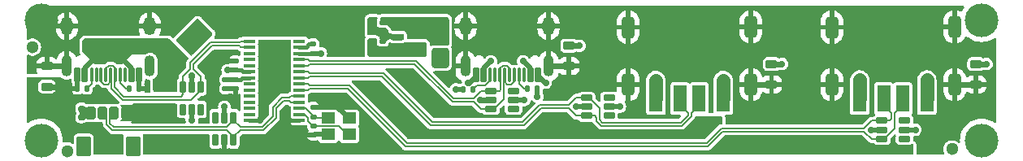
<source format=gbr>
%TF.GenerationSoftware,KiCad,Pcbnew,7.0.6*%
%TF.CreationDate,2023-09-19T22:06:04+01:00*%
%TF.ProjectId,MoonHub,4d6f6f6e-4875-4622-9e6b-696361645f70,rev?*%
%TF.SameCoordinates,Original*%
%TF.FileFunction,Copper,L1,Top*%
%TF.FilePolarity,Positive*%
%FSLAX46Y46*%
G04 Gerber Fmt 4.6, Leading zero omitted, Abs format (unit mm)*
G04 Created by KiCad (PCBNEW 7.0.6) date 2023-09-19 22:06:04*
%MOMM*%
%LPD*%
G01*
G04 APERTURE LIST*
G04 Aperture macros list*
%AMRoundRect*
0 Rectangle with rounded corners*
0 $1 Rounding radius*
0 $2 $3 $4 $5 $6 $7 $8 $9 X,Y pos of 4 corners*
0 Add a 4 corners polygon primitive as box body*
4,1,4,$2,$3,$4,$5,$6,$7,$8,$9,$2,$3,0*
0 Add four circle primitives for the rounded corners*
1,1,$1+$1,$2,$3*
1,1,$1+$1,$4,$5*
1,1,$1+$1,$6,$7*
1,1,$1+$1,$8,$9*
0 Add four rect primitives between the rounded corners*
20,1,$1+$1,$2,$3,$4,$5,0*
20,1,$1+$1,$4,$5,$6,$7,0*
20,1,$1+$1,$6,$7,$8,$9,0*
20,1,$1+$1,$8,$9,$2,$3,0*%
%AMRotRect*
0 Rectangle, with rotation*
0 The origin of the aperture is its center*
0 $1 length*
0 $2 width*
0 $3 Rotation angle, in degrees counterclockwise*
0 Add horizontal line*
21,1,$1,$2,0,0,$3*%
G04 Aperture macros list end*
%TA.AperFunction,SMDPad,CuDef*%
%ADD10RoundRect,0.218750X-0.381250X0.218750X-0.381250X-0.218750X0.381250X-0.218750X0.381250X0.218750X0*%
%TD*%
%TA.AperFunction,SMDPad,CuDef*%
%ADD11RoundRect,0.250000X-0.650000X0.325000X-0.650000X-0.325000X0.650000X-0.325000X0.650000X0.325000X0*%
%TD*%
%TA.AperFunction,SMDPad,CuDef*%
%ADD12RoundRect,0.140000X0.170000X-0.140000X0.170000X0.140000X-0.170000X0.140000X-0.170000X-0.140000X0*%
%TD*%
%TA.AperFunction,SMDPad,CuDef*%
%ADD13RoundRect,0.060000X0.240000X0.665000X-0.240000X0.665000X-0.240000X-0.665000X0.240000X-0.665000X0*%
%TD*%
%TA.AperFunction,SMDPad,CuDef*%
%ADD14RoundRect,0.060000X0.090000X0.665000X-0.090000X0.665000X-0.090000X-0.665000X0.090000X-0.665000X0*%
%TD*%
%TA.AperFunction,ComponentPad*%
%ADD15O,1.100000X2.200000*%
%TD*%
%TA.AperFunction,ComponentPad*%
%ADD16O,1.300000X1.900000*%
%TD*%
%TA.AperFunction,SMDPad,CuDef*%
%ADD17RoundRect,0.140000X-0.170000X0.140000X-0.170000X-0.140000X0.170000X-0.140000X0.170000X0.140000X0*%
%TD*%
%TA.AperFunction,WasherPad*%
%ADD18C,1.300000*%
%TD*%
%TA.AperFunction,SMDPad,CuDef*%
%ADD19RoundRect,0.135000X0.135000X0.185000X-0.135000X0.185000X-0.135000X-0.185000X0.135000X-0.185000X0*%
%TD*%
%TA.AperFunction,SMDPad,CuDef*%
%ADD20RoundRect,0.135000X-0.135000X-0.185000X0.135000X-0.185000X0.135000X0.185000X-0.135000X0.185000X0*%
%TD*%
%TA.AperFunction,SMDPad,CuDef*%
%ADD21R,1.200000X0.400000*%
%TD*%
%TA.AperFunction,SMDPad,CuDef*%
%ADD22RoundRect,0.166667X-0.333333X-0.483333X0.333333X-0.483333X0.333333X0.483333X-0.333333X0.483333X0*%
%TD*%
%TA.AperFunction,ComponentPad*%
%ADD23C,0.600000*%
%TD*%
%TA.AperFunction,SMDPad,CuDef*%
%ADD24RoundRect,0.100000X-0.625000X-0.900000X0.625000X-0.900000X0.625000X0.900000X-0.625000X0.900000X0*%
%TD*%
%TA.AperFunction,SMDPad,CuDef*%
%ADD25R,1.400000X1.200000*%
%TD*%
%TA.AperFunction,SMDPad,CuDef*%
%ADD26RotRect,1.200000X1.400000X225.000000*%
%TD*%
%TA.AperFunction,SMDPad,CuDef*%
%ADD27RoundRect,0.150000X-0.475000X-0.150000X0.475000X-0.150000X0.475000X0.150000X-0.475000X0.150000X0*%
%TD*%
%TA.AperFunction,WasherPad*%
%ADD28C,3.500001*%
%TD*%
%TA.AperFunction,SMDPad,CuDef*%
%ADD29RoundRect,0.218750X0.381250X-0.218750X0.381250X0.218750X-0.381250X0.218750X-0.381250X-0.218750X0*%
%TD*%
%TA.AperFunction,SMDPad,CuDef*%
%ADD30R,1.400000X2.800000*%
%TD*%
%TA.AperFunction,ComponentPad*%
%ADD31O,1.400000X2.500000*%
%TD*%
%TA.AperFunction,SMDPad,CuDef*%
%ADD32RoundRect,0.150000X-0.150000X0.475000X-0.150000X-0.475000X0.150000X-0.475000X0.150000X0.475000X0*%
%TD*%
%TA.AperFunction,ComponentPad*%
%ADD33C,3.500001*%
%TD*%
%TA.AperFunction,SMDPad,CuDef*%
%ADD34RoundRect,0.150000X0.150000X-0.475000X0.150000X0.475000X-0.150000X0.475000X-0.150000X-0.475000X0*%
%TD*%
%TA.AperFunction,SMDPad,CuDef*%
%ADD35RoundRect,0.150000X-0.512500X-0.150000X0.512500X-0.150000X0.512500X0.150000X-0.512500X0.150000X0*%
%TD*%
%TA.AperFunction,ViaPad*%
%ADD36C,0.700000*%
%TD*%
%TA.AperFunction,Conductor*%
%ADD37C,0.500000*%
%TD*%
%TA.AperFunction,Conductor*%
%ADD38C,0.600000*%
%TD*%
%TA.AperFunction,Conductor*%
%ADD39C,0.400000*%
%TD*%
%TA.AperFunction,Conductor*%
%ADD40C,1.400000*%
%TD*%
%TA.AperFunction,Conductor*%
%ADD41C,0.127000*%
%TD*%
%TA.AperFunction,Conductor*%
%ADD42C,0.211100*%
%TD*%
%TA.AperFunction,Conductor*%
%ADD43C,0.200000*%
%TD*%
G04 APERTURE END LIST*
D10*
%TO.P,FB4,1*%
%TO.N,GND*%
X78100000Y-6550500D03*
%TO.P,FB4,2*%
%TO.N,GNDPWR*%
X78100000Y-8675500D03*
%TD*%
D11*
%TO.P,C3,1*%
%TO.N,VBUS*%
X43600000Y-3450000D03*
%TO.P,C3,2*%
%TO.N,GND*%
X43600000Y-6400000D03*
%TD*%
D12*
%TO.P,C9,1*%
%TO.N,Net-(U4-XI)*%
X30365000Y-12037500D03*
%TO.P,C9,2*%
%TO.N,GND*%
X30365000Y-11077500D03*
%TD*%
D13*
%TO.P,USB3,A1,GND*%
%TO.N,GND*%
X53767000Y-7695000D03*
%TO.P,USB3,A4,VBUS*%
%TO.N,VBUS*%
X52992000Y-7695000D03*
D14*
%TO.P,USB3,A5,CC1*%
%TO.N,Net-(USB3-CC1)*%
X51792000Y-7695000D03*
%TO.P,USB3,A6,D+*%
%TO.N,/USB1_D+*%
X50792000Y-7695000D03*
%TO.P,USB3,A7,D-*%
%TO.N,/USB1_D-*%
X50292000Y-7695000D03*
%TO.P,USB3,A8,SBU1*%
%TO.N,unconnected-(USB3-SBU1-PadA8)*%
X49292000Y-7695000D03*
D13*
%TO.P,USB3,B1,GND*%
%TO.N,GND*%
X47317000Y-7695000D03*
%TO.P,USB3,B4,VBUS*%
%TO.N,VBUS*%
X48092000Y-7695000D03*
D14*
%TO.P,USB3,B5,CC2*%
%TO.N,Net-(USB3-CC2)*%
X48792000Y-7695000D03*
%TO.P,USB3,B6,D+*%
%TO.N,/USB1_D+*%
X49792000Y-7695000D03*
%TO.P,USB3,B7,D-*%
%TO.N,/USB1_D-*%
X51292000Y-7695000D03*
%TO.P,USB3,B8,SBU2*%
%TO.N,unconnected-(USB3-SBU2-PadB8)*%
X52292000Y-7695000D03*
D15*
%TO.P,USB3,S1,SHIELD*%
%TO.N,GNDPWR*%
X54862000Y-6780000D03*
D16*
X54862000Y-2600000D03*
D15*
X46222000Y-6780000D03*
D16*
X46222000Y-2600000D03*
%TD*%
D17*
%TO.P,C2,1*%
%TO.N,VBUS*%
X37600000Y-2220000D03*
%TO.P,C2,2*%
%TO.N,GND*%
X37600000Y-3180000D03*
%TD*%
D10*
%TO.P,FB2,1*%
%TO.N,GND*%
X99400000Y-6550500D03*
%TO.P,FB2,2*%
%TO.N,GNDPWR*%
X99400000Y-8675500D03*
%TD*%
D17*
%TO.P,C4,1*%
%TO.N,Net-(C4-Pad1)*%
X21200000Y-8170000D03*
%TO.P,C4,2*%
%TO.N,GND*%
X21200000Y-9130000D03*
%TD*%
D18*
%TO.P,H7,*%
%TO.N,*%
X96900000Y-15400000D03*
%TD*%
%TO.P,H6,*%
%TO.N,*%
X4700000Y-15600000D03*
%TD*%
D19*
%TO.P,R3,1*%
%TO.N,VBUS*%
X53710000Y-9100000D03*
%TO.P,R3,2*%
%TO.N,Net-(USB3-CC1)*%
X52690000Y-9100000D03*
%TD*%
D20*
%TO.P,R4,1*%
%TO.N,VBUS*%
X45990000Y-9200000D03*
%TO.P,R4,2*%
%TO.N,Net-(USB3-CC2)*%
X47010000Y-9200000D03*
%TD*%
D21*
%TO.P,U4,1,GND*%
%TO.N,GND*%
X28900000Y-12427500D03*
%TO.P,U4,2,XO*%
%TO.N,Net-(U4-XO)*%
X28900000Y-11792500D03*
%TO.P,U4,3,XI*%
%TO.N,Net-(U4-XI)*%
X28900000Y-11157500D03*
%TO.P,U4,4,DM4*%
%TO.N,/USB4_D-*%
X28900000Y-10522500D03*
%TO.P,U4,5,DP4*%
%TO.N,/USB4_D+*%
X28900000Y-9887500D03*
%TO.P,U4,6,DM3*%
%TO.N,/USB3_D-*%
X28900000Y-9252500D03*
%TO.P,U4,7,DP3*%
%TO.N,/USB3_D+*%
X28900000Y-8617500D03*
%TO.P,U4,8,DM2*%
%TO.N,/USB2_D-*%
X28900000Y-7982500D03*
%TO.P,U4,9,DP2*%
%TO.N,/USB2_D+*%
X28900000Y-7347500D03*
%TO.P,U4,10,DM1*%
%TO.N,/USB1_D-*%
X28900000Y-6712500D03*
%TO.P,U4,11,DP1*%
%TO.N,/USB1_D+*%
X28900000Y-6077500D03*
%TO.P,U4,12,GND*%
%TO.N,GND*%
X28900000Y-5442500D03*
%TO.P,U4,13,VDD33*%
%TO.N,Net-(C6-Pad1)*%
X28900000Y-4807500D03*
%TO.P,U4,14,LED3/SCL*%
%TO.N,unconnected-(U4-LED3{slash}SCL-Pad14)*%
X28900000Y-4172500D03*
%TO.P,U4,15,DMU*%
%TO.N,/USBU_D-*%
X23700000Y-4172500D03*
%TO.P,U4,16,DPU*%
%TO.N,/USBU_D+*%
X23700000Y-4807500D03*
%TO.P,U4,17,RESET#/CDP*%
%TO.N,unconnected-(U4-RESET#{slash}CDP-Pad17)*%
X23700000Y-5442500D03*
%TO.P,U4,18,NC*%
%TO.N,unconnected-(U4-NC-Pad18)*%
X23700000Y-6077500D03*
%TO.P,U4,19,PSELF*%
%TO.N,unconnected-(U4-PSELF-Pad19)*%
X23700000Y-6712500D03*
%TO.P,U4,20,V5*%
%TO.N,+5V*%
X23700000Y-7347500D03*
%TO.P,U4,21,VDD33*%
%TO.N,Net-(C4-Pad1)*%
X23700000Y-7982500D03*
%TO.P,U4,22,LED4/SDA*%
%TO.N,unconnected-(U4-LED4{slash}SDA-Pad22)*%
X23700000Y-8617500D03*
%TO.P,U4,23,LED1*%
%TO.N,unconnected-(U4-LED1-Pad23)*%
X23700000Y-9252500D03*
%TO.P,U4,24,LED2*%
%TO.N,unconnected-(U4-LED2-Pad24)*%
X23700000Y-9887500D03*
%TO.P,U4,25,PWREN#*%
%TO.N,/PWREN*%
X23700000Y-10522500D03*
%TO.P,U4,26,OVCUR#*%
%TO.N,/OVCUR*%
X23700000Y-11157500D03*
%TO.P,U4,27,NC*%
%TO.N,unconnected-(U4-NC-Pad27)*%
X23700000Y-11792500D03*
%TO.P,U4,28,GND*%
%TO.N,GND*%
X23700000Y-12427500D03*
%TD*%
D22*
%TO.P,J1,1,Pin_1*%
%TO.N,VBUS*%
X7200000Y-11650000D03*
%TO.P,J1,2,Pin_2*%
%TO.N,/USB4_D-*%
X8400000Y-11650000D03*
%TO.P,J1,3,Pin_3*%
%TO.N,/USB4_D+*%
X9600000Y-11650000D03*
%TO.P,J1,4,Pin_4*%
%TO.N,GND*%
X10800000Y-11650000D03*
D23*
%TO.P,J1,MP,MountPin*%
X6000000Y-14400000D03*
D24*
X6425000Y-15100000D03*
D23*
X6800000Y-14400000D03*
X6800000Y-15100000D03*
X6800000Y-15800000D03*
X11200000Y-14400000D03*
X11200000Y-15100000D03*
X11200000Y-15800000D03*
D24*
X11575000Y-15100000D03*
D23*
X11950000Y-14400000D03*
%TD*%
D25*
%TO.P,Y1,1,1*%
%TO.N,GND*%
X31915000Y-13877500D03*
%TO.P,Y1,2,2*%
%TO.N,Net-(U4-XO)*%
X34115000Y-13877500D03*
%TO.P,Y1,3,3*%
%TO.N,GND*%
X34115000Y-12177500D03*
%TO.P,Y1,4,4*%
%TO.N,Net-(U4-XI)*%
X31915000Y-12177500D03*
%TD*%
D17*
%TO.P,C5,1*%
%TO.N,Net-(C4-Pad1)*%
X22250000Y-8170000D03*
%TO.P,C5,2*%
%TO.N,GND*%
X22250000Y-9130000D03*
%TD*%
D26*
%TO.P,D1,1,A1*%
%TO.N,GND*%
X17952082Y-3747918D03*
%TO.P,D1,2,A2*%
%TO.N,+5V*%
X15547918Y-6152082D03*
%TD*%
D27*
%TO.P,U3,1,IO1*%
%TO.N,/USB1_D+*%
X48867000Y-9350000D03*
%TO.P,U3,2,VN*%
%TO.N,GND*%
X48867000Y-10300000D03*
%TO.P,U3,3,IO2*%
%TO.N,/USB1_D-*%
X48867000Y-11250000D03*
%TO.P,U3,4,IO3*%
%TO.N,unconnected-(U3-IO3-Pad4)*%
X51217000Y-11250000D03*
%TO.P,U3,5,VP*%
%TO.N,VBUS*%
X51217000Y-10300000D03*
%TO.P,U3,6,IO4*%
%TO.N,unconnected-(U3-IO4-Pad6)*%
X51217000Y-9350000D03*
%TD*%
D20*
%TO.P,R1,1*%
%TO.N,Net-(USB2-CC1)*%
X11203000Y-9100000D03*
%TO.P,R1,2*%
%TO.N,GND*%
X12223000Y-9100000D03*
%TD*%
D28*
%TO.P,H3,*%
%TO.N,*%
X2000000Y-14500000D03*
%TD*%
D12*
%TO.P,C7,1*%
%TO.N,+5V*%
X22250000Y-7180000D03*
%TO.P,C7,2*%
%TO.N,GND*%
X22250000Y-6220000D03*
%TD*%
D28*
%TO.P,H4,*%
%TO.N,*%
X100000000Y-14500000D03*
%TD*%
D13*
%TO.P,USB2,A1,GND*%
%TO.N,GND*%
X12223000Y-7695000D03*
%TO.P,USB2,A4,VBUS*%
%TO.N,+5V*%
X11448000Y-7695000D03*
D14*
%TO.P,USB2,A5,CC1*%
%TO.N,Net-(USB2-CC1)*%
X10248000Y-7695000D03*
%TO.P,USB2,A6,D+*%
%TO.N,/USBU_D+*%
X9248000Y-7695000D03*
%TO.P,USB2,A7,D-*%
%TO.N,/USBU_D-*%
X8748000Y-7695000D03*
%TO.P,USB2,A8,SBU1*%
%TO.N,unconnected-(USB2-SBU1-PadA8)*%
X7748000Y-7695000D03*
D13*
%TO.P,USB2,B1,GND*%
%TO.N,GND*%
X5773000Y-7695000D03*
%TO.P,USB2,B4,VBUS*%
%TO.N,+5V*%
X6548000Y-7695000D03*
D14*
%TO.P,USB2,B5,CC2*%
%TO.N,Net-(USB2-CC2)*%
X7248000Y-7695000D03*
%TO.P,USB2,B6,D+*%
%TO.N,/USBU_D+*%
X8248000Y-7695000D03*
%TO.P,USB2,B7,D-*%
%TO.N,/USBU_D-*%
X9748000Y-7695000D03*
%TO.P,USB2,B8,SBU2*%
%TO.N,unconnected-(USB2-SBU2-PadB8)*%
X10748000Y-7695000D03*
D15*
%TO.P,USB2,S1,SHIELD*%
%TO.N,GNDPWR*%
X13318000Y-6780000D03*
D16*
X13318000Y-2600000D03*
D15*
X4678000Y-6780000D03*
D16*
X4678000Y-2600000D03*
%TD*%
D29*
%TO.P,FB1,1*%
%TO.N,GND*%
X2600000Y-8905000D03*
%TO.P,FB1,2*%
%TO.N,GNDPWR*%
X2600000Y-6780000D03*
%TD*%
D12*
%TO.P,C1,1*%
%TO.N,+5V*%
X37600000Y-5130000D03*
%TO.P,C1,2*%
%TO.N,GND*%
X37600000Y-4170000D03*
%TD*%
D30*
%TO.P,USB4,1,VBUS*%
%TO.N,VBUS*%
X73062000Y-10149500D03*
%TO.P,USB4,2,D-*%
%TO.N,/USB2_D-*%
X70563000Y-10149500D03*
%TO.P,USB4,3,D+*%
%TO.N,/USB2_D+*%
X68561000Y-10149500D03*
%TO.P,USB4,4,GND*%
%TO.N,GND*%
X66062000Y-10149500D03*
D31*
%TO.P,USB4,5,Shield*%
%TO.N,GNDPWR*%
X75963000Y-8675500D03*
X75963000Y-2673500D03*
X63161000Y-8675500D03*
X63161000Y-2724500D03*
%TD*%
D28*
%TO.P,H1,*%
%TO.N,*%
X100000000Y-2000000D03*
%TD*%
D27*
%TO.P,U2,1,IO1*%
%TO.N,/USB3_D+*%
X89617000Y-12450000D03*
%TO.P,U2,2,VN*%
%TO.N,GND*%
X89617000Y-13400000D03*
%TO.P,U2,3,IO2*%
%TO.N,/USB3_D-*%
X89617000Y-14350000D03*
%TO.P,U2,4,IO3*%
%TO.N,unconnected-(U2-IO3-Pad4)*%
X91967000Y-14350000D03*
%TO.P,U2,5,VP*%
%TO.N,VBUS*%
X91967000Y-13400000D03*
%TO.P,U2,6,IO4*%
%TO.N,unconnected-(U2-IO4-Pad6)*%
X91967000Y-12450000D03*
%TD*%
D10*
%TO.P,FB3,1*%
%TO.N,GND*%
X57000000Y-4655000D03*
%TO.P,FB3,2*%
%TO.N,GNDPWR*%
X57000000Y-6780000D03*
%TD*%
D32*
%TO.P,U5,1,IO1*%
%TO.N,/USBU_D+*%
X18650000Y-8925000D03*
%TO.P,U5,2,VN*%
%TO.N,GND*%
X17700000Y-8925000D03*
%TO.P,U5,3,IO2*%
%TO.N,/USBU_D-*%
X16750000Y-8925000D03*
%TO.P,U5,4,IO3*%
%TO.N,unconnected-(U5-IO3-Pad4)*%
X16750000Y-11275000D03*
%TO.P,U5,5,VP*%
%TO.N,VBUS*%
X17700000Y-11275000D03*
%TO.P,U5,6,IO4*%
%TO.N,unconnected-(U5-IO4-Pad6)*%
X18650000Y-11275000D03*
%TD*%
D33*
%TO.P,H2,1,1*%
%TO.N,GNDPWR*%
X2000000Y-2000000D03*
%TD*%
D19*
%TO.P,R2,1*%
%TO.N,Net-(USB2-CC2)*%
X6793000Y-9100000D03*
%TO.P,R2,2*%
%TO.N,GND*%
X5773000Y-9100000D03*
%TD*%
D34*
%TO.P,U7,1,IO1*%
%TO.N,unconnected-(U7-IO1-Pad1)*%
X20150000Y-14475000D03*
%TO.P,U7,2,VN*%
%TO.N,GND*%
X21100000Y-14475000D03*
%TO.P,U7,3,IO2*%
%TO.N,/USB4_D-*%
X22050000Y-14475000D03*
%TO.P,U7,4,IO3*%
%TO.N,/USB4_D+*%
X22050000Y-12125000D03*
%TO.P,U7,5,VP*%
%TO.N,VBUS*%
X21100000Y-12125000D03*
%TO.P,U7,6,IO4*%
%TO.N,unconnected-(U7-IO4-Pad6)*%
X20150000Y-12125000D03*
%TD*%
D18*
%TO.P,H5,*%
%TO.N,*%
X1100000Y-4800000D03*
%TD*%
D35*
%TO.P,U1,1,OUT*%
%TO.N,VBUS*%
X39112500Y-2800000D03*
%TO.P,U1,2,GND*%
%TO.N,GND*%
X39112500Y-3750000D03*
%TO.P,U1,3,IN*%
%TO.N,+5V*%
X39112500Y-4700000D03*
%TO.P,U1,4,EN*%
X41387500Y-4700000D03*
%TO.P,U1,5,OUT*%
%TO.N,VBUS*%
X41387500Y-2800000D03*
%TD*%
D17*
%TO.P,C6,1*%
%TO.N,Net-(C6-Pad1)*%
X30350000Y-4482500D03*
%TO.P,C6,2*%
%TO.N,GND*%
X30350000Y-5442500D03*
%TD*%
D27*
%TO.P,U6,1,IO1*%
%TO.N,/USB2_D+*%
X58825000Y-10050000D03*
%TO.P,U6,2,VN*%
%TO.N,GND*%
X58825000Y-11000000D03*
%TO.P,U6,3,IO2*%
%TO.N,/USB2_D-*%
X58825000Y-11950000D03*
%TO.P,U6,4,IO3*%
%TO.N,unconnected-(U6-IO3-Pad4)*%
X61175000Y-11950000D03*
%TO.P,U6,5,VP*%
%TO.N,VBUS*%
X61175000Y-11000000D03*
%TO.P,U6,6,IO4*%
%TO.N,unconnected-(U6-IO4-Pad6)*%
X61175000Y-10050000D03*
%TD*%
D17*
%TO.P,C8,1*%
%TO.N,Net-(U4-XO)*%
X30365000Y-12997500D03*
%TO.P,C8,2*%
%TO.N,GND*%
X30365000Y-13957500D03*
%TD*%
D30*
%TO.P,USB1,1,VBUS*%
%TO.N,VBUS*%
X94292000Y-10149500D03*
%TO.P,USB1,2,D-*%
%TO.N,/USB3_D-*%
X91793000Y-10149500D03*
%TO.P,USB1,3,D+*%
%TO.N,/USB3_D+*%
X89791000Y-10149500D03*
%TO.P,USB1,4,GND*%
%TO.N,GND*%
X87292000Y-10149500D03*
D31*
%TO.P,USB1,5,Shield*%
%TO.N,GNDPWR*%
X97193000Y-8675500D03*
X97193000Y-2673500D03*
X84391000Y-8675500D03*
X84391000Y-2724500D03*
%TD*%
D36*
%TO.N,GND*%
X8944428Y-15001750D03*
X35944428Y-9001750D03*
X19107106Y-3307106D03*
X63944428Y-14001750D03*
X21100000Y-15602000D03*
X21430000Y-6220000D03*
X38944428Y-12001750D03*
X48944428Y-14001750D03*
X13000000Y-9100000D03*
X7944428Y-10001750D03*
X11800000Y-12100000D03*
X24772500Y-12427500D03*
X13500000Y-11400000D03*
X3944428Y-11001750D03*
X46500000Y-8500000D03*
X35944428Y-13001750D03*
X55944428Y-12001750D03*
X66062000Y-8262000D03*
X36500000Y-2100000D03*
X79944428Y-15001750D03*
X79200000Y-6550500D03*
X41944428Y-10001750D03*
X25944428Y-5001750D03*
X31142500Y-5442500D03*
X32907500Y-11077500D03*
X24700000Y-14500000D03*
X53944428Y-13001750D03*
X69944428Y-14001750D03*
X17700000Y-7798000D03*
X25944428Y-8001750D03*
X5000000Y-9100000D03*
X18400000Y-2600000D03*
X85944428Y-15001750D03*
X44100000Y-5300000D03*
X40944428Y-13001750D03*
X27827500Y-12427500D03*
X3700000Y-8900000D03*
X87292000Y-8208000D03*
X54572000Y-8500000D03*
X60944428Y-14001750D03*
X22250000Y-9900000D03*
X7944428Y-13001750D03*
X82944428Y-15001750D03*
X26944428Y-14001750D03*
X13800000Y-14600000D03*
X57700000Y-11000000D03*
X47750000Y-10300000D03*
X66944428Y-14001750D03*
X56944428Y-14001750D03*
X58944428Y-13001750D03*
X36500000Y-3100000D03*
X16944428Y-15001750D03*
X51944428Y-14001750D03*
X19944428Y-7001750D03*
X100500000Y-6550500D03*
X76944428Y-15001750D03*
X30600000Y-10001750D03*
X11800000Y-11200000D03*
X45944428Y-14001750D03*
X36944428Y-15001750D03*
X73944428Y-15001750D03*
X1944428Y-10001750D03*
X43100000Y-5300000D03*
X58100000Y-4655000D03*
X39944428Y-8001750D03*
X88500000Y-13400000D03*
X37944428Y-10001750D03*
X29570000Y-13957500D03*
X42944428Y-14001750D03*
X4944428Y-14001750D03*
%TO.N,+5V*%
X36500000Y-4350000D03*
X14750000Y-7600000D03*
X21430000Y-7180000D03*
X15750000Y-7600000D03*
X36500000Y-5350000D03*
%TO.N,VBUS*%
X45200000Y-9200000D03*
X43100000Y-2150000D03*
X52350000Y-10300000D03*
X73062000Y-8262000D03*
X44100000Y-2150000D03*
X53710000Y-9950000D03*
X93100000Y-13400000D03*
X52224911Y-6254900D03*
X17700000Y-12400000D03*
X6200000Y-12100000D03*
X48859089Y-6254900D03*
X94292000Y-8208000D03*
X62300000Y-11000000D03*
X21100000Y-11000000D03*
X6200000Y-11200000D03*
%TD*%
D37*
%TO.N,GND*%
X17700000Y-8925000D02*
X17700000Y-7798000D01*
D38*
X58100000Y-4655000D02*
X57000000Y-4655000D01*
X2600000Y-8905000D02*
X3695000Y-8905000D01*
D37*
X12223000Y-7695000D02*
X12223000Y-9100000D01*
X12223000Y-9100000D02*
X13000000Y-9100000D01*
D38*
X3695000Y-8905000D02*
X3700000Y-8900000D01*
D37*
X30365000Y-11077500D02*
X32907500Y-11077500D01*
X88500000Y-13400000D02*
X89617000Y-13400000D01*
D38*
X46556000Y-8500000D02*
X47317000Y-7739000D01*
D37*
X5773000Y-7695000D02*
X5773000Y-9100000D01*
D38*
X47317000Y-7739000D02*
X47317000Y-7695000D01*
D39*
X28900000Y-5442500D02*
X30350000Y-5442500D01*
D37*
X21100000Y-14475000D02*
X21100000Y-15602000D01*
X29570000Y-13957500D02*
X30365000Y-13957500D01*
D40*
X66062000Y-8262000D02*
X66062000Y-10149500D01*
D37*
X32907500Y-11077500D02*
X34007500Y-12177500D01*
D38*
X54572000Y-8500000D02*
X54486000Y-8500000D01*
D37*
X22250000Y-9130000D02*
X22250000Y-9900000D01*
D39*
X27827500Y-12427500D02*
X28900000Y-12427500D01*
D37*
X31915000Y-13877500D02*
X30445000Y-13877500D01*
D38*
X53767000Y-7781000D02*
X53767000Y-7695000D01*
D37*
X30445000Y-13877500D02*
X30365000Y-13957500D01*
X31142500Y-5442500D02*
X30350000Y-5442500D01*
D40*
X87292000Y-8208000D02*
X87292000Y-10149500D01*
D37*
X58825000Y-11000000D02*
X57700000Y-11000000D01*
X5000000Y-9100000D02*
X5773000Y-9100000D01*
D38*
X100500000Y-6550500D02*
X99400000Y-6550500D01*
D37*
X21430000Y-6220000D02*
X22250000Y-6220000D01*
X21200000Y-9130000D02*
X22250000Y-9130000D01*
D38*
X79200000Y-6550500D02*
X78100000Y-6550500D01*
X46500000Y-8500000D02*
X46556000Y-8500000D01*
X54486000Y-8500000D02*
X53767000Y-7781000D01*
D37*
X34007500Y-12177500D02*
X34115000Y-12177500D01*
D39*
X24772500Y-12427500D02*
X23700000Y-12427500D01*
D38*
X47750000Y-10300000D02*
X48867000Y-10300000D01*
D37*
%TO.N,+5V*%
X6548000Y-7695000D02*
X6548000Y-6982383D01*
D39*
X23700000Y-7347500D02*
X22997500Y-7347500D01*
D37*
X21430000Y-7180000D02*
X22250000Y-7180000D01*
X11448000Y-6982383D02*
X11448000Y-7695000D01*
D39*
X22997500Y-7347500D02*
X22830000Y-7180000D01*
X22830000Y-7180000D02*
X22250000Y-7180000D01*
D37*
X6548000Y-6982383D02*
X7630383Y-5900000D01*
X10365617Y-5900000D02*
X11448000Y-6982383D01*
%TO.N,VBUS*%
X53710000Y-9950000D02*
X53710000Y-9100000D01*
X17700000Y-12400000D02*
X17700000Y-11275000D01*
X52224911Y-6254900D02*
X52992000Y-7021989D01*
X45990000Y-9200000D02*
X45200000Y-9200000D01*
X48092000Y-7021989D02*
X48859089Y-6254900D01*
X61175000Y-11000000D02*
X62300000Y-11000000D01*
D40*
X73062000Y-8262000D02*
X73062000Y-10149500D01*
D37*
X48092000Y-7695000D02*
X48092000Y-7021989D01*
X21100000Y-12125000D02*
X21100000Y-11000000D01*
X51217000Y-10300000D02*
X52350000Y-10300000D01*
D40*
X94292000Y-8208000D02*
X94292000Y-10149500D01*
D37*
X52992000Y-7021989D02*
X52992000Y-7695000D01*
X93100000Y-13400000D02*
X91967000Y-13400000D01*
D41*
%TO.N,Net-(USB3-CC1)*%
X51792000Y-7695000D02*
X51792000Y-8592000D01*
X51792000Y-8592000D02*
X52300000Y-9100000D01*
X52300000Y-9100000D02*
X52690000Y-9100000D01*
%TO.N,Net-(USB3-CC2)*%
X48792000Y-7695000D02*
X48792000Y-8308000D01*
X48300000Y-8800000D02*
X47410000Y-8800000D01*
X47410000Y-8800000D02*
X47010000Y-9200000D01*
X48792000Y-8308000D02*
X48300000Y-8800000D01*
D42*
%TO.N,/USB1_D+*%
X50792000Y-7026272D02*
X50792000Y-7695000D01*
X49872950Y-8350950D02*
X49872950Y-9227050D01*
X49750000Y-9350000D02*
X48867000Y-9350000D01*
X44970024Y-10130950D02*
X41065024Y-6225950D01*
X29948451Y-6225950D02*
X29800001Y-6077500D01*
X50080822Y-6737450D02*
X50503178Y-6737450D01*
X49792000Y-7695000D02*
X49792000Y-7026272D01*
X48867000Y-9350000D02*
X47850000Y-9350000D01*
X49792000Y-7026272D02*
X50080822Y-6737450D01*
X49792000Y-8270000D02*
X49872950Y-8350950D01*
X47069050Y-10130950D02*
X44970024Y-10130950D01*
X49792000Y-7695000D02*
X49792000Y-8270000D01*
X41065024Y-6225950D02*
X29948451Y-6225950D01*
X47850000Y-9350000D02*
X47069050Y-10130950D01*
X50503178Y-6737450D02*
X50792000Y-7026272D01*
X29800001Y-6077500D02*
X28900000Y-6077500D01*
X49872950Y-9227050D02*
X49750000Y-9350000D01*
%TO.N,/USB2_D+*%
X68561000Y-10849500D02*
X69392950Y-11681450D01*
X68561000Y-10149500D02*
X68561000Y-10849500D01*
X60169050Y-11119050D02*
X59100000Y-10050000D01*
X59100000Y-10050000D02*
X58825000Y-10050000D01*
X58825000Y-10050000D02*
X57750000Y-10050000D01*
X57750000Y-10050000D02*
X56969050Y-10830950D01*
X52179976Y-12580950D02*
X42720024Y-12580950D01*
X29948451Y-7495950D02*
X29800001Y-7347500D01*
X37635024Y-7495950D02*
X29948451Y-7495950D01*
X60464693Y-12630950D02*
X60169050Y-12335307D01*
X69392950Y-11681450D02*
X69392950Y-11886974D01*
X69392950Y-11886974D02*
X68648974Y-12630950D01*
X42720024Y-12580950D02*
X37635024Y-7495950D01*
X29800001Y-7347500D02*
X28900000Y-7347500D01*
X68648974Y-12630950D02*
X60464693Y-12630950D01*
X53929976Y-10830950D02*
X52179976Y-12580950D01*
X56969050Y-10830950D02*
X53929976Y-10830950D01*
X60169050Y-12335307D02*
X60169050Y-11119050D01*
%TO.N,/USB2_D-*%
X58825000Y-11950000D02*
X57750000Y-11950000D01*
X68789022Y-12969050D02*
X60324645Y-12969050D01*
X69731050Y-12027022D02*
X68789022Y-12969050D01*
X70563000Y-10849500D02*
X69731050Y-11681450D01*
X54070024Y-11169050D02*
X52320024Y-12919050D01*
X59650000Y-11950000D02*
X58825000Y-11950000D01*
X56969050Y-11169050D02*
X54070024Y-11169050D01*
X69731050Y-11681450D02*
X69731050Y-12027022D01*
X52320024Y-12919050D02*
X42579976Y-12919050D01*
X57750000Y-11950000D02*
X56969050Y-11169050D01*
X70563000Y-10149500D02*
X70563000Y-10849500D01*
X29800001Y-7982500D02*
X28900000Y-7982500D01*
X37494976Y-7834050D02*
X29948451Y-7834050D01*
X59830950Y-12130950D02*
X59650000Y-11950000D01*
X59830950Y-12475355D02*
X59830950Y-12130950D01*
X29948451Y-7834050D02*
X29800001Y-7982500D01*
X42579976Y-12919050D02*
X37494976Y-7834050D01*
X60324645Y-12969050D02*
X59830950Y-12475355D01*
%TO.N,/USB1_D-*%
X44829976Y-10469050D02*
X40924976Y-6564050D01*
X50292000Y-7695000D02*
X50292000Y-8270000D01*
X50292000Y-8270000D02*
X50211050Y-8350950D01*
X51003178Y-8652550D02*
X51292000Y-8363728D01*
X29948451Y-6564050D02*
X29800001Y-6712500D01*
X40924976Y-6564050D02*
X29948451Y-6564050D01*
X50292000Y-7695000D02*
X50292000Y-8363728D01*
X50292000Y-8363728D02*
X50580822Y-8652550D01*
X49150000Y-11250000D02*
X48867000Y-11250000D01*
X50211050Y-10188950D02*
X49150000Y-11250000D01*
X48867000Y-11250000D02*
X47850000Y-11250000D01*
X50211050Y-8350950D02*
X50211050Y-10188950D01*
X50580822Y-8652550D02*
X51003178Y-8652550D01*
X29800001Y-6712500D02*
X28900000Y-6712500D01*
X47069050Y-10469050D02*
X44829976Y-10469050D01*
X51292000Y-8363728D02*
X51292000Y-7695000D01*
X47850000Y-11250000D02*
X47069050Y-10469050D01*
%TO.N,/USBU_D+*%
X22799999Y-4807500D02*
X23700000Y-4807500D01*
X17869050Y-6570024D02*
X19780024Y-4659050D01*
X9248000Y-7695000D02*
X9248000Y-8363728D01*
X9248000Y-7695000D02*
X9248000Y-8270000D01*
X9328950Y-9124084D02*
X10473916Y-10269050D01*
X9328950Y-8350950D02*
X9328950Y-9124084D01*
X22651549Y-4659050D02*
X22799999Y-4807500D01*
X10473916Y-10269050D02*
X17630950Y-10269050D01*
X8248000Y-8363728D02*
X8248000Y-7695000D01*
X9248000Y-8270000D02*
X9328950Y-8350950D01*
X8536822Y-8652550D02*
X8248000Y-8363728D01*
X18650000Y-8925000D02*
X18650000Y-7850000D01*
X9248000Y-8363728D02*
X8959177Y-8652550D01*
X18650000Y-9250000D02*
X18650000Y-8925000D01*
X18650000Y-7850000D02*
X17869050Y-7069050D01*
X8959177Y-8652550D02*
X8536822Y-8652550D01*
X17630950Y-10269050D02*
X18650000Y-9250000D01*
X19780024Y-4659050D02*
X22651549Y-4659050D01*
X17869050Y-7069050D02*
X17869050Y-6570024D01*
%TO.N,/USBU_D-*%
X8748000Y-7026272D02*
X9036822Y-6737450D01*
X16750000Y-8925000D02*
X16750000Y-7850000D01*
X9748000Y-8270000D02*
X9667050Y-8350950D01*
X9459178Y-6737450D02*
X9748000Y-7026272D01*
X8748000Y-7695000D02*
X8748000Y-7026272D01*
X16750000Y-7850000D02*
X17530950Y-7069050D01*
X17530950Y-7069050D02*
X17530950Y-6429976D01*
X9667050Y-8984036D02*
X10613964Y-9930950D01*
X9748000Y-7026272D02*
X9748000Y-7695000D01*
X16569050Y-9930950D02*
X16750000Y-9750000D01*
X10613964Y-9930950D02*
X16569050Y-9930950D01*
X22799999Y-4172500D02*
X23700000Y-4172500D01*
X22651549Y-4320950D02*
X22799999Y-4172500D01*
X17530950Y-6429976D02*
X19639976Y-4320950D01*
X9036822Y-6737450D02*
X9459178Y-6737450D01*
X16750000Y-9750000D02*
X16750000Y-8925000D01*
X19639976Y-4320950D02*
X22651549Y-4320950D01*
X9667050Y-8350950D02*
X9667050Y-8984036D01*
X9748000Y-7695000D02*
X9748000Y-8270000D01*
%TO.N,/USB4_D-*%
X26469050Y-11170024D02*
X27265024Y-10374050D01*
X25170024Y-13469050D02*
X26469050Y-12170024D01*
X22730950Y-13469050D02*
X25170024Y-13469050D01*
X21369050Y-13469050D02*
X22050000Y-14150000D01*
X8830950Y-12870024D02*
X9429976Y-13469050D01*
X9429976Y-13469050D02*
X21369050Y-13469050D01*
X8400000Y-11650000D02*
X8400000Y-11800000D01*
X8830950Y-12230950D02*
X8830950Y-12870024D01*
X27999999Y-10522500D02*
X28900000Y-10522500D01*
X22050000Y-14150000D02*
X22050000Y-14475000D01*
X8400000Y-11800000D02*
X8830950Y-12230950D01*
X26469050Y-12170024D02*
X26469050Y-11170024D01*
X22050000Y-14150000D02*
X22730950Y-13469050D01*
X27851549Y-10374050D02*
X27999999Y-10522500D01*
X27265024Y-10374050D02*
X27851549Y-10374050D01*
%TO.N,/USB4_D+*%
X22050000Y-12125000D02*
X22050000Y-12450000D01*
X9169050Y-12230950D02*
X9169050Y-12729976D01*
X9600000Y-11650000D02*
X9600000Y-11800000D01*
X22050000Y-12450000D02*
X22730950Y-13130950D01*
X26130950Y-12029976D02*
X26130950Y-11029976D01*
X27999999Y-9887500D02*
X28900000Y-9887500D01*
X9570024Y-13130950D02*
X21369050Y-13130950D01*
X27851549Y-10035950D02*
X27999999Y-9887500D01*
X21369050Y-13130950D02*
X22050000Y-12450000D01*
X27124976Y-10035950D02*
X27851549Y-10035950D01*
X26130950Y-11029976D02*
X27124976Y-10035950D01*
X25029976Y-13130950D02*
X26130950Y-12029976D01*
X22730950Y-13130950D02*
X25029976Y-13130950D01*
X9169050Y-12729976D02*
X9570024Y-13130950D01*
X9600000Y-11800000D02*
X9169050Y-12230950D01*
%TO.N,/USB3_D-*%
X39979976Y-15119050D02*
X33964976Y-9104050D01*
X90961050Y-11681450D02*
X90961050Y-13238950D01*
X87744050Y-13569050D02*
X73020024Y-13569050D01*
X91793000Y-10149500D02*
X91793000Y-10849500D01*
X71470024Y-15119050D02*
X39979976Y-15119050D01*
X91793000Y-10849500D02*
X90961050Y-11681450D01*
X88525000Y-14350000D02*
X87744050Y-13569050D01*
X33964976Y-9104050D02*
X29948451Y-9104050D01*
X89617000Y-14350000D02*
X88525000Y-14350000D01*
X29948451Y-9104050D02*
X29800001Y-9252500D01*
X89850000Y-14350000D02*
X89617000Y-14350000D01*
X29800001Y-9252500D02*
X28900000Y-9252500D01*
X90961050Y-13238950D02*
X89850000Y-14350000D01*
X73020024Y-13569050D02*
X71470024Y-15119050D01*
%TO.N,/USB3_D+*%
X72879976Y-13230950D02*
X71329976Y-14780950D01*
X29800001Y-8617500D02*
X28900000Y-8617500D01*
X71329976Y-14780950D02*
X40120024Y-14780950D01*
X87744050Y-13230950D02*
X72879976Y-13230950D01*
X89791000Y-10149500D02*
X89791000Y-10849500D01*
X29948451Y-8765950D02*
X29800001Y-8617500D01*
X89791000Y-10849500D02*
X90622950Y-11681450D01*
X90622950Y-12277050D02*
X90450000Y-12450000D01*
X90450000Y-12450000D02*
X89617000Y-12450000D01*
X90622950Y-11681450D02*
X90622950Y-12277050D01*
X88525000Y-12450000D02*
X87744050Y-13230950D01*
X34105024Y-8765950D02*
X29948451Y-8765950D01*
X40120024Y-14780950D02*
X34105024Y-8765950D01*
X89617000Y-12450000D02*
X88525000Y-12450000D01*
D39*
%TO.N,Net-(C4-Pad1)*%
X23700000Y-7982500D02*
X22967500Y-7982500D01*
X22780000Y-8170000D02*
X22250000Y-8170000D01*
X22967500Y-7982500D02*
X22780000Y-8170000D01*
D37*
X21200000Y-8170000D02*
X22250000Y-8170000D01*
D39*
%TO.N,Net-(C6-Pad1)*%
X29592500Y-4807500D02*
X29917500Y-4482500D01*
X28900000Y-4807500D02*
X29592500Y-4807500D01*
X29917500Y-4482500D02*
X30350000Y-4482500D01*
D43*
%TO.N,Net-(U4-XO)*%
X30395000Y-13027500D02*
X30365000Y-12997500D01*
X29800000Y-12477500D02*
X29800000Y-12152500D01*
X29800000Y-12152500D02*
X29440000Y-11792500D01*
X29440000Y-11792500D02*
X28900000Y-11792500D01*
X34115000Y-13877500D02*
X33900000Y-13877500D01*
X30365000Y-12997500D02*
X30320000Y-12997500D01*
X33900000Y-13877500D02*
X33050000Y-13027500D01*
X33050000Y-13027500D02*
X30395000Y-13027500D01*
X30320000Y-12997500D02*
X29800000Y-12477500D01*
D38*
%TO.N,GNDPWR*%
X2600000Y-6780000D02*
X4678000Y-6780000D01*
X75963000Y-8675500D02*
X78100000Y-8675500D01*
X54862000Y-6780000D02*
X57000000Y-6780000D01*
X97193000Y-8675500D02*
X99400000Y-8675500D01*
D43*
%TO.N,Net-(U4-XI)*%
X29527448Y-11157500D02*
X28900000Y-11157500D01*
X31915000Y-12177500D02*
X30505000Y-12177500D01*
X30365000Y-11995052D02*
X29527448Y-11157500D01*
X30365000Y-12037500D02*
X30365000Y-11995052D01*
X30505000Y-12177500D02*
X30365000Y-12037500D01*
%TO.N,Net-(USB2-CC1)*%
X10800000Y-9100000D02*
X11203000Y-9100000D01*
X10248000Y-8548000D02*
X10800000Y-9100000D01*
X10248000Y-7695000D02*
X10248000Y-8548000D01*
%TO.N,Net-(USB2-CC2)*%
X7248000Y-7695000D02*
X7248000Y-8645000D01*
X7248000Y-8645000D02*
X6793000Y-9100000D01*
%TD*%
%TA.AperFunction,Conductor*%
%TO.N,VBUS*%
G36*
X44261980Y-1652383D02*
G01*
X44321480Y-1664218D01*
X44366175Y-1682730D01*
X44406272Y-1709522D01*
X44440477Y-1743727D01*
X44467267Y-1783822D01*
X44485781Y-1828517D01*
X44497617Y-1888022D01*
X44500000Y-1912210D01*
X44500000Y-4487148D01*
X44480315Y-4554187D01*
X44427511Y-4599942D01*
X44358353Y-4609886D01*
X44351811Y-4608766D01*
X44314220Y-4601289D01*
X44314219Y-4601289D01*
X44310834Y-4600787D01*
X44299391Y-4599090D01*
X44299383Y-4599089D01*
X44299375Y-4599088D01*
X44299374Y-4599088D01*
X44260275Y-4595236D01*
X44260276Y-4595236D01*
X44254654Y-4594960D01*
X44245290Y-4594500D01*
X42954714Y-4594500D01*
X42939738Y-4595235D01*
X42900628Y-4599086D01*
X42900623Y-4599086D01*
X42900620Y-4599087D01*
X42900621Y-4599087D01*
X42896188Y-4599744D01*
X42885791Y-4601286D01*
X42885790Y-4601286D01*
X42885786Y-4601287D01*
X42818919Y-4614588D01*
X42818914Y-4614589D01*
X42761607Y-4631972D01*
X42727040Y-4646290D01*
X42716921Y-4650482D01*
X42716916Y-4650484D01*
X42687950Y-4665966D01*
X42619547Y-4680206D01*
X42554303Y-4655204D01*
X42512935Y-4598897D01*
X42505500Y-4556606D01*
X42505500Y-4504714D01*
X42504764Y-4489721D01*
X42502778Y-4469570D01*
X42500910Y-4450608D01*
X42498710Y-4435776D01*
X42485411Y-4368918D01*
X42468025Y-4311603D01*
X42449511Y-4266908D01*
X42449508Y-4266901D01*
X42421282Y-4214097D01*
X42421280Y-4214092D01*
X42394502Y-4174016D01*
X42394489Y-4173998D01*
X42356493Y-4127700D01*
X42322298Y-4093505D01*
X42316462Y-4088716D01*
X42275999Y-4055508D01*
X42246465Y-4035774D01*
X42235907Y-4028719D01*
X42235889Y-4028708D01*
X42183085Y-4000485D01*
X42183075Y-4000480D01*
X42138382Y-3981969D01*
X42081083Y-3964588D01*
X42014220Y-3951289D01*
X42014219Y-3951289D01*
X42010834Y-3950787D01*
X41999391Y-3949090D01*
X41999383Y-3949089D01*
X41999375Y-3949088D01*
X41999374Y-3949088D01*
X41960275Y-3945236D01*
X41960276Y-3945236D01*
X41954654Y-3944960D01*
X41945290Y-3944500D01*
X41945285Y-3944500D01*
X40229500Y-3944500D01*
X40162461Y-3924815D01*
X40116706Y-3872011D01*
X40105500Y-3820500D01*
X40105500Y-3554714D01*
X40104764Y-3539725D01*
X40100912Y-3500626D01*
X40100912Y-3500625D01*
X40100911Y-3500618D01*
X40100910Y-3500608D01*
X40098710Y-3485773D01*
X40098709Y-3485771D01*
X40098708Y-3485760D01*
X40088018Y-3432019D01*
X40083559Y-3414865D01*
X40072009Y-3379103D01*
X40068852Y-3369840D01*
X40012175Y-3272931D01*
X40012173Y-3272928D01*
X39966417Y-3220123D01*
X39966407Y-3220112D01*
X39921691Y-3177951D01*
X39921688Y-3177949D01*
X39921686Y-3177947D01*
X39821610Y-3127061D01*
X39821609Y-3127060D01*
X39821608Y-3127060D01*
X39754577Y-3107377D01*
X39754571Y-3107376D01*
X39668499Y-3095000D01*
X39668496Y-3095000D01*
X38596433Y-3095000D01*
X38555469Y-3088038D01*
X38549112Y-3085813D01*
X38516446Y-3068548D01*
X38511351Y-3064788D01*
X38485213Y-3038651D01*
X38481454Y-3033558D01*
X38464183Y-3000881D01*
X38440709Y-2933797D01*
X38440708Y-2933797D01*
X38431643Y-2907890D01*
X38430916Y-2907234D01*
X38420423Y-2885740D01*
X38419136Y-2882296D01*
X38385674Y-2821079D01*
X38333629Y-2751587D01*
X38333628Y-2751586D01*
X38333624Y-2751581D01*
X38192583Y-2610541D01*
X38192578Y-2610536D01*
X38187948Y-2606339D01*
X38181459Y-2600457D01*
X38181460Y-2600459D01*
X38151080Y-2575526D01*
X38145057Y-2571059D01*
X38139033Y-2566591D01*
X38127953Y-2559188D01*
X38127952Y-2559187D01*
X38127954Y-2559188D01*
X38099319Y-2543531D01*
X38080489Y-2533234D01*
X38040405Y-2515730D01*
X38040403Y-2515729D01*
X38040398Y-2515727D01*
X38032473Y-2512698D01*
X38013787Y-2505555D01*
X38013783Y-2505554D01*
X37902513Y-2490595D01*
X37873742Y-2492069D01*
X37864237Y-2489798D01*
X37824293Y-2493545D01*
X37811666Y-2494729D01*
X37805878Y-2495000D01*
X37428130Y-2495000D01*
X37387169Y-2488039D01*
X37382203Y-2486301D01*
X37325429Y-2445576D01*
X37323396Y-2442898D01*
X37320395Y-2438832D01*
X37303112Y-2406125D01*
X37301949Y-2402799D01*
X37295000Y-2361870D01*
X37295000Y-2078124D01*
X37301957Y-2037174D01*
X37308662Y-2018011D01*
X37316137Y-2000908D01*
X37332594Y-1969864D01*
X37341231Y-1952223D01*
X37367737Y-1843126D01*
X37367737Y-1843118D01*
X37367738Y-1843117D01*
X37371644Y-1770236D01*
X37372465Y-1770280D01*
X37391370Y-1706634D01*
X37444317Y-1661045D01*
X37495475Y-1650000D01*
X44237789Y-1650000D01*
X44261980Y-1652383D01*
G37*
%TD.AperFunction*%
%TD*%
%TA.AperFunction,Conductor*%
%TO.N,GND*%
G36*
X4060135Y-7919685D02*
G01*
X4083119Y-7938725D01*
X4124149Y-7982040D01*
X4152674Y-8001380D01*
X4277270Y-8085858D01*
X4277273Y-8085859D01*
X4277276Y-8085861D01*
X4449122Y-8154330D01*
X4449125Y-8154331D01*
X4631683Y-8184260D01*
X4816407Y-8174245D01*
X4816411Y-8174244D01*
X4994656Y-8124755D01*
X5000907Y-8122265D01*
X5001802Y-8124511D01*
X5059362Y-8112727D01*
X5124522Y-8137944D01*
X5165705Y-8194386D01*
X5173001Y-8236293D01*
X5173001Y-8394165D01*
X5183195Y-8464141D01*
X5235964Y-8572082D01*
X5240724Y-8578749D01*
X5263657Y-8644747D01*
X5251297Y-8700377D01*
X5252135Y-8700671D01*
X5249662Y-8707737D01*
X5249442Y-8708729D01*
X5249066Y-8709438D01*
X5205757Y-8833207D01*
X5205755Y-8833219D01*
X5203000Y-8862601D01*
X5203000Y-9337398D01*
X5205755Y-9366780D01*
X5205757Y-9366792D01*
X5249065Y-9490557D01*
X5249066Y-9490559D01*
X5326934Y-9596065D01*
X5432440Y-9673933D01*
X5432442Y-9673934D01*
X5556207Y-9717242D01*
X5556219Y-9717244D01*
X5585602Y-9720000D01*
X5960398Y-9720000D01*
X5989780Y-9717244D01*
X5989792Y-9717242D01*
X6113557Y-9673934D01*
X6113560Y-9673933D01*
X6208943Y-9603535D01*
X6274571Y-9579563D01*
X6342742Y-9594878D01*
X6356212Y-9603534D01*
X6452206Y-9674381D01*
X6488606Y-9687118D01*
X6576119Y-9717741D01*
X6583796Y-9718460D01*
X6605543Y-9720500D01*
X6980456Y-9720499D01*
X7009879Y-9717741D01*
X7133794Y-9674381D01*
X7239423Y-9596423D01*
X7317381Y-9490794D01*
X7353137Y-9388610D01*
X7360741Y-9366881D01*
X7360741Y-9366879D01*
X7360926Y-9364908D01*
X7363500Y-9337457D01*
X7363499Y-9147254D01*
X7383183Y-9080215D01*
X7399813Y-9059578D01*
X7553483Y-8905909D01*
X7553483Y-8905908D01*
X7576050Y-8883342D01*
X7586106Y-8863603D01*
X7596270Y-8847016D01*
X7609296Y-8829090D01*
X7616142Y-8808016D01*
X7623606Y-8790005D01*
X7624549Y-8788155D01*
X7672545Y-8737381D01*
X7735009Y-8720499D01*
X7872220Y-8720499D01*
X7919820Y-8713563D01*
X7942286Y-8710291D01*
X7942287Y-8710290D01*
X7948831Y-8709337D01*
X8018008Y-8719150D01*
X8054390Y-8744360D01*
X8274431Y-8964402D01*
X8274452Y-8964421D01*
X8295177Y-8985146D01*
X8315308Y-8995402D01*
X8331892Y-9005564D01*
X8350181Y-9018853D01*
X8371678Y-9025837D01*
X8389646Y-9033280D01*
X8409782Y-9043540D01*
X8432099Y-9047074D01*
X8451013Y-9051614D01*
X8472510Y-9058600D01*
X8504868Y-9058600D01*
X8798900Y-9058600D01*
X8865939Y-9078285D01*
X8911694Y-9131089D01*
X8922900Y-9182600D01*
X8922900Y-9188397D01*
X8929884Y-9209890D01*
X8934425Y-9228805D01*
X8937215Y-9246423D01*
X8937960Y-9251125D01*
X8948219Y-9271260D01*
X8955662Y-9289231D01*
X8962644Y-9310720D01*
X8962646Y-9310724D01*
X8975930Y-9329007D01*
X8986096Y-9345597D01*
X8996353Y-9365727D01*
X8996355Y-9365730D01*
X9017671Y-9387046D01*
X9017697Y-9387074D01*
X10122101Y-10491476D01*
X10155586Y-10552799D01*
X10150602Y-10622490D01*
X10108731Y-10678424D01*
X10043266Y-10702841D01*
X10022847Y-10702616D01*
X9999901Y-10700464D01*
X9989610Y-10699500D01*
X9210390Y-10699500D01*
X9210386Y-10699500D01*
X9178838Y-10702458D01*
X9178826Y-10702460D01*
X9040955Y-10750705D01*
X8971176Y-10754268D01*
X8959045Y-10750705D01*
X8821173Y-10702460D01*
X8821161Y-10702458D01*
X8789614Y-10699500D01*
X8789610Y-10699500D01*
X8010390Y-10699500D01*
X8010386Y-10699500D01*
X7978838Y-10702458D01*
X7978826Y-10702460D01*
X7840955Y-10750705D01*
X7771176Y-10754268D01*
X7759045Y-10750705D01*
X7621173Y-10702460D01*
X7621161Y-10702458D01*
X7589614Y-10699500D01*
X7589610Y-10699500D01*
X6810390Y-10699500D01*
X6810386Y-10699500D01*
X6778838Y-10702458D01*
X6778827Y-10702460D01*
X6733210Y-10718422D01*
X6663431Y-10721983D01*
X6610030Y-10694196D01*
X6572240Y-10660717D01*
X6572238Y-10660716D01*
X6572237Y-10660715D01*
X6432365Y-10587303D01*
X6278986Y-10549500D01*
X6278985Y-10549500D01*
X6121015Y-10549500D01*
X6121014Y-10549500D01*
X5967634Y-10587303D01*
X5827762Y-10660715D01*
X5709516Y-10765471D01*
X5619781Y-10895475D01*
X5619780Y-10895476D01*
X5563762Y-11043181D01*
X5544722Y-11199999D01*
X5544722Y-11200000D01*
X5563762Y-11356818D01*
X5612760Y-11486012D01*
X5619780Y-11504523D01*
X5653896Y-11553949D01*
X5671574Y-11579560D01*
X5693457Y-11645915D01*
X5675991Y-11713566D01*
X5671574Y-11720440D01*
X5619781Y-11795475D01*
X5619780Y-11795476D01*
X5563762Y-11943181D01*
X5544722Y-12099999D01*
X5544722Y-12100000D01*
X5563762Y-12256818D01*
X5608862Y-12375735D01*
X5619780Y-12404523D01*
X5709517Y-12534530D01*
X5827760Y-12639283D01*
X5827762Y-12639284D01*
X5967634Y-12712696D01*
X6121014Y-12750500D01*
X6121015Y-12750500D01*
X6278985Y-12750500D01*
X6432365Y-12712696D01*
X6572233Y-12639287D01*
X6572234Y-12639285D01*
X6572240Y-12639283D01*
X6610032Y-12605801D01*
X6673263Y-12576082D01*
X6733212Y-12581576D01*
X6778834Y-12597541D01*
X6778837Y-12597541D01*
X6778840Y-12597542D01*
X6810386Y-12600500D01*
X6810390Y-12600500D01*
X7589614Y-12600500D01*
X7603634Y-12599184D01*
X7621166Y-12597541D01*
X7754091Y-12551028D01*
X7754094Y-12551025D01*
X7759043Y-12549294D01*
X7828822Y-12545731D01*
X7840955Y-12549294D01*
X7845907Y-12551027D01*
X7845909Y-12551028D01*
X7978834Y-12597541D01*
X7994612Y-12599020D01*
X8010386Y-12600500D01*
X8010390Y-12600500D01*
X8300900Y-12600500D01*
X8367939Y-12620185D01*
X8413694Y-12672989D01*
X8424900Y-12724500D01*
X8424900Y-12934337D01*
X8431884Y-12955830D01*
X8436425Y-12974745D01*
X8437244Y-12979915D01*
X8439960Y-12997065D01*
X8450219Y-13017200D01*
X8457662Y-13035171D01*
X8464644Y-13056660D01*
X8464646Y-13056664D01*
X8477930Y-13074947D01*
X8488096Y-13091537D01*
X8498353Y-13111667D01*
X8498355Y-13111670D01*
X8519671Y-13132986D01*
X8519698Y-13133015D01*
X9167584Y-13780901D01*
X9167606Y-13780921D01*
X9188331Y-13801646D01*
X9208462Y-13811902D01*
X9225046Y-13822064D01*
X9243335Y-13835353D01*
X9264832Y-13842337D01*
X9282800Y-13849780D01*
X9302936Y-13860040D01*
X9325253Y-13863574D01*
X9344167Y-13868114D01*
X9365664Y-13875100D01*
X9398022Y-13875100D01*
X10464265Y-13875100D01*
X10531304Y-13894785D01*
X10577059Y-13947589D01*
X10587003Y-14016747D01*
X10574749Y-14055396D01*
X10564834Y-14074853D01*
X10564833Y-14074855D01*
X10550000Y-14168514D01*
X10550001Y-15875500D01*
X10530316Y-15942539D01*
X10477513Y-15988294D01*
X10426001Y-15999500D01*
X7574000Y-15999500D01*
X7506961Y-15979815D01*
X7461206Y-15927011D01*
X7450000Y-15875500D01*
X7449999Y-14168520D01*
X7435164Y-14074850D01*
X7435162Y-14074844D01*
X7377643Y-13961958D01*
X7377636Y-13961949D01*
X7288050Y-13872363D01*
X7288046Y-13872360D01*
X7175144Y-13814833D01*
X7081486Y-13800000D01*
X6843391Y-13800000D01*
X6835289Y-13799469D01*
X6800001Y-13794823D01*
X6799999Y-13794823D01*
X6764709Y-13799469D01*
X6756608Y-13800000D01*
X6043393Y-13800000D01*
X6035292Y-13799469D01*
X6000001Y-13794823D01*
X5964698Y-13799469D01*
X5956599Y-13800000D01*
X5768520Y-13800000D01*
X5674849Y-13814835D01*
X5674844Y-13814837D01*
X5561958Y-13872356D01*
X5561949Y-13872363D01*
X5472363Y-13961949D01*
X5472360Y-13961953D01*
X5414833Y-14074855D01*
X5400000Y-14168513D01*
X5400000Y-14356609D01*
X5399469Y-14364711D01*
X5394823Y-14399999D01*
X5399469Y-14435288D01*
X5400000Y-14443390D01*
X5400000Y-14754609D01*
X5380315Y-14821648D01*
X5327511Y-14867403D01*
X5258353Y-14877347D01*
X5203114Y-14854927D01*
X5158001Y-14822150D01*
X5151725Y-14817590D01*
X4979181Y-14740769D01*
X4979179Y-14740768D01*
X4794436Y-14701500D01*
X4605564Y-14701500D01*
X4420810Y-14740770D01*
X4417798Y-14741749D01*
X4415961Y-14741801D01*
X4414462Y-14742120D01*
X4414403Y-14741845D01*
X4347957Y-14743735D01*
X4288129Y-14707646D01*
X4257309Y-14644941D01*
X4255762Y-14615706D01*
X4263346Y-14500000D01*
X4243983Y-14204574D01*
X4186224Y-13914203D01*
X4183640Y-13906590D01*
X4091062Y-13633862D01*
X4091058Y-13633852D01*
X3960120Y-13368336D01*
X3960111Y-13368321D01*
X3942747Y-13342334D01*
X3795633Y-13122162D01*
X3750553Y-13070758D01*
X3600427Y-12899572D01*
X3377839Y-12704368D01*
X3367370Y-12697373D01*
X3217963Y-12597542D01*
X3131678Y-12539888D01*
X3131663Y-12539879D01*
X2866147Y-12408941D01*
X2866137Y-12408937D01*
X2585809Y-12313779D01*
X2585789Y-12313774D01*
X2295436Y-12256018D01*
X2295427Y-12256017D01*
X2295426Y-12256017D01*
X2000000Y-12236654D01*
X1704574Y-12256017D01*
X1704573Y-12256017D01*
X1704563Y-12256018D01*
X1414210Y-12313774D01*
X1414190Y-12313779D01*
X1133862Y-12408937D01*
X1133852Y-12408941D01*
X868336Y-12539879D01*
X868321Y-12539888D01*
X693391Y-12656773D01*
X626713Y-12677651D01*
X559333Y-12659166D01*
X512643Y-12607187D01*
X500500Y-12553671D01*
X500500Y-9164355D01*
X1700000Y-9164355D01*
X1710010Y-9247724D01*
X1762325Y-9380386D01*
X1848489Y-9494010D01*
X1962113Y-9580174D01*
X2094775Y-9632489D01*
X2178144Y-9642500D01*
X3021856Y-9642500D01*
X3105224Y-9632489D01*
X3237886Y-9580174D01*
X3351510Y-9494010D01*
X3437674Y-9380386D01*
X3489989Y-9247724D01*
X3500000Y-9164355D01*
X3500000Y-8645644D01*
X3489989Y-8562275D01*
X3437674Y-8429613D01*
X3351510Y-8315989D01*
X3237886Y-8229825D01*
X3105224Y-8177510D01*
X3021856Y-8167500D01*
X2178144Y-8167500D01*
X2094775Y-8177510D01*
X1962113Y-8229825D01*
X1848489Y-8315989D01*
X1762325Y-8429613D01*
X1710010Y-8562275D01*
X1700000Y-8645644D01*
X1700000Y-9164355D01*
X500500Y-9164355D01*
X500500Y-8024000D01*
X520185Y-7956961D01*
X572989Y-7911206D01*
X624500Y-7900000D01*
X3993096Y-7900000D01*
X4060135Y-7919685D01*
G37*
%TD.AperFunction*%
%TA.AperFunction,Conductor*%
G36*
X33812461Y-9529785D02*
G01*
X33833103Y-9546419D01*
X39717584Y-15430901D01*
X39717606Y-15430921D01*
X39738331Y-15451646D01*
X39758462Y-15461902D01*
X39775046Y-15472064D01*
X39793335Y-15485353D01*
X39814832Y-15492337D01*
X39832800Y-15499780D01*
X39852936Y-15510040D01*
X39875253Y-15513574D01*
X39894167Y-15518114D01*
X39915664Y-15525100D01*
X39915665Y-15525100D01*
X71534333Y-15525100D01*
X71534336Y-15525100D01*
X71555838Y-15518112D01*
X71574744Y-15513574D01*
X71597064Y-15510040D01*
X71617202Y-15499778D01*
X71635165Y-15492338D01*
X71656665Y-15485353D01*
X71674952Y-15472065D01*
X71691536Y-15461903D01*
X71711669Y-15451646D01*
X71727475Y-15435839D01*
X71727482Y-15435834D01*
X73151897Y-14011419D01*
X73213220Y-13977934D01*
X73239578Y-13975100D01*
X87524496Y-13975100D01*
X87591535Y-13994785D01*
X87612177Y-14011419D01*
X88262369Y-14661612D01*
X88262389Y-14661630D01*
X88283355Y-14682596D01*
X88303495Y-14692857D01*
X88320074Y-14703017D01*
X88338359Y-14716302D01*
X88359851Y-14723285D01*
X88377827Y-14730732D01*
X88397957Y-14740989D01*
X88397958Y-14740989D01*
X88397960Y-14740990D01*
X88420278Y-14744524D01*
X88439191Y-14749065D01*
X88460688Y-14756050D01*
X88493046Y-14756050D01*
X88708468Y-14756050D01*
X88775507Y-14775735D01*
X88808237Y-14806415D01*
X88819850Y-14822150D01*
X88929118Y-14902793D01*
X88971845Y-14917744D01*
X89057299Y-14947646D01*
X89087730Y-14950500D01*
X89087734Y-14950500D01*
X90146270Y-14950500D01*
X90176699Y-14947646D01*
X90176701Y-14947646D01*
X90240790Y-14925219D01*
X90304882Y-14902793D01*
X90414150Y-14822150D01*
X90494793Y-14712882D01*
X90517219Y-14648790D01*
X90539646Y-14584701D01*
X90539646Y-14584699D01*
X90542500Y-14554269D01*
X90542500Y-14283103D01*
X90562185Y-14216064D01*
X90578815Y-14195426D01*
X90867651Y-13906589D01*
X90928974Y-13873105D01*
X90998666Y-13878089D01*
X91054599Y-13919961D01*
X91079016Y-13985425D01*
X91072373Y-14035226D01*
X91044353Y-14115298D01*
X91044353Y-14115300D01*
X91041500Y-14145730D01*
X91041500Y-14554269D01*
X91044353Y-14584699D01*
X91044353Y-14584701D01*
X91089206Y-14712880D01*
X91089207Y-14712882D01*
X91169850Y-14822150D01*
X91279118Y-14902793D01*
X91321845Y-14917744D01*
X91407299Y-14947646D01*
X91437730Y-14950500D01*
X91437734Y-14950500D01*
X92496270Y-14950500D01*
X92526699Y-14947646D01*
X92526701Y-14947646D01*
X92590790Y-14925219D01*
X92654882Y-14902793D01*
X92702367Y-14867747D01*
X92767995Y-14843777D01*
X92836166Y-14859092D01*
X92885234Y-14908833D01*
X92900000Y-14967518D01*
X92900000Y-15875500D01*
X92880315Y-15942539D01*
X92827511Y-15988294D01*
X92776000Y-15999500D01*
X12724000Y-15999500D01*
X12656961Y-15979815D01*
X12611206Y-15927011D01*
X12600000Y-15875500D01*
X12599999Y-14168520D01*
X12585164Y-14074850D01*
X12585163Y-14074847D01*
X12575252Y-14055396D01*
X12562355Y-13986727D01*
X12588631Y-13921986D01*
X12645737Y-13881729D01*
X12685736Y-13875100D01*
X19425500Y-13875100D01*
X19492539Y-13894785D01*
X19538294Y-13947589D01*
X19549500Y-13999100D01*
X19549500Y-15004269D01*
X19552353Y-15034699D01*
X19552353Y-15034701D01*
X19597206Y-15162880D01*
X19597207Y-15162882D01*
X19677850Y-15272150D01*
X19787118Y-15352793D01*
X19829845Y-15367744D01*
X19915299Y-15397646D01*
X19945730Y-15400500D01*
X19945734Y-15400500D01*
X20354270Y-15400500D01*
X20384699Y-15397646D01*
X20384701Y-15397646D01*
X20448790Y-15375219D01*
X20512882Y-15352793D01*
X20551789Y-15324078D01*
X20617415Y-15300108D01*
X20685586Y-15315423D01*
X20699056Y-15324080D01*
X20737354Y-15352346D01*
X20865397Y-15397149D01*
X20895792Y-15399999D01*
X21304195Y-15399999D01*
X21334606Y-15397148D01*
X21462643Y-15352346D01*
X21500942Y-15324080D01*
X21566571Y-15300108D01*
X21634741Y-15315422D01*
X21648211Y-15324079D01*
X21687113Y-15352790D01*
X21687115Y-15352791D01*
X21687118Y-15352793D01*
X21729845Y-15367744D01*
X21815299Y-15397646D01*
X21845730Y-15400500D01*
X21845734Y-15400500D01*
X22254270Y-15400500D01*
X22284699Y-15397646D01*
X22284701Y-15397646D01*
X22348790Y-15375219D01*
X22412882Y-15352793D01*
X22522150Y-15272150D01*
X22602793Y-15162882D01*
X22635656Y-15068966D01*
X22647646Y-15034701D01*
X22647646Y-15034699D01*
X22650500Y-15004269D01*
X22650500Y-14175103D01*
X22670185Y-14108064D01*
X22686819Y-14087422D01*
X22862823Y-13911419D01*
X22924146Y-13877934D01*
X22950504Y-13875100D01*
X25234333Y-13875100D01*
X25234336Y-13875100D01*
X25255838Y-13868112D01*
X25274744Y-13863574D01*
X25297064Y-13860040D01*
X25317202Y-13849778D01*
X25335165Y-13842338D01*
X25356665Y-13835353D01*
X25374952Y-13822065D01*
X25391536Y-13811903D01*
X25411669Y-13801646D01*
X25427475Y-13785839D01*
X25427482Y-13785834D01*
X26797998Y-12415317D01*
X26805787Y-12407528D01*
X26809749Y-12395765D01*
X26811910Y-12391523D01*
X26822066Y-12374950D01*
X26835352Y-12356665D01*
X26842336Y-12335169D01*
X26849782Y-12317195D01*
X26850237Y-12316302D01*
X26860040Y-12297064D01*
X26863575Y-12274738D01*
X26868116Y-12255828D01*
X26875100Y-12234336D01*
X26875100Y-12105712D01*
X26875100Y-12105711D01*
X26875100Y-11389577D01*
X26894785Y-11322538D01*
X26911419Y-11301896D01*
X27396896Y-10816419D01*
X27458219Y-10782934D01*
X27484577Y-10780100D01*
X27631994Y-10780100D01*
X27699033Y-10799785D01*
X27719675Y-10816419D01*
X27737607Y-10834351D01*
X27737629Y-10834371D01*
X27758354Y-10855096D01*
X27778485Y-10865352D01*
X27795069Y-10875514D01*
X27813358Y-10888803D01*
X27834855Y-10895787D01*
X27852823Y-10903230D01*
X27872959Y-10913490D01*
X27894895Y-10916963D01*
X27958030Y-10946891D01*
X27994963Y-11006201D01*
X27999500Y-11039437D01*
X27999500Y-11402356D01*
X27999502Y-11402382D01*
X28002413Y-11427487D01*
X28004863Y-11436489D01*
X28002864Y-11437032D01*
X28010347Y-11494198D01*
X28004691Y-11513462D01*
X28004864Y-11513509D01*
X28002415Y-11522509D01*
X27999500Y-11547631D01*
X27999500Y-12037356D01*
X27999502Y-12037382D01*
X28002413Y-12062487D01*
X28004863Y-12071489D01*
X28003050Y-12071982D01*
X28010619Y-12129821D01*
X28005117Y-12148561D01*
X28005358Y-12148627D01*
X28002910Y-12157622D01*
X28000000Y-12182705D01*
X28000000Y-12672285D01*
X28000002Y-12672308D01*
X28002908Y-12697369D01*
X28002909Y-12697373D01*
X28048211Y-12799974D01*
X28048214Y-12799979D01*
X28127520Y-12879285D01*
X28127525Y-12879288D01*
X28230123Y-12924589D01*
X28255206Y-12927499D01*
X29544785Y-12927499D01*
X29544808Y-12927497D01*
X29569872Y-12924590D01*
X29578873Y-12922142D01*
X29579274Y-12923616D01*
X29638320Y-12915882D01*
X29701506Y-12945702D01*
X29706815Y-12950708D01*
X29718181Y-12962074D01*
X29751666Y-13023397D01*
X29754500Y-13049755D01*
X29754500Y-13190570D01*
X29757289Y-13220314D01*
X29757291Y-13220326D01*
X29801041Y-13345352D01*
X29801148Y-13345657D01*
X29832164Y-13387682D01*
X29844419Y-13404287D01*
X29868390Y-13469916D01*
X29853074Y-13538087D01*
X29844419Y-13551555D01*
X29801594Y-13609580D01*
X29757788Y-13734767D01*
X29757786Y-13734779D01*
X29755000Y-13764492D01*
X29755000Y-14150500D01*
X29757786Y-14180220D01*
X29801596Y-14305422D01*
X29880358Y-14412141D01*
X29987080Y-14490905D01*
X30112267Y-14534711D01*
X30112279Y-14534713D01*
X30141992Y-14537499D01*
X30588000Y-14537499D01*
X30617720Y-14534713D01*
X30742920Y-14490904D01*
X30746941Y-14488779D01*
X30815409Y-14474851D01*
X30880537Y-14500150D01*
X30918327Y-14548319D01*
X30963211Y-14649974D01*
X30963214Y-14649979D01*
X31042520Y-14729285D01*
X31042525Y-14729288D01*
X31145123Y-14774589D01*
X31170206Y-14777499D01*
X32659785Y-14777499D01*
X32659808Y-14777497D01*
X32684869Y-14774591D01*
X32684873Y-14774590D01*
X32787474Y-14729288D01*
X32787479Y-14729285D01*
X32866785Y-14649979D01*
X32866788Y-14649974D01*
X32901292Y-14571830D01*
X32946377Y-14518453D01*
X33013163Y-14497925D01*
X33080446Y-14516762D01*
X33126863Y-14568985D01*
X33128161Y-14571829D01*
X33162793Y-14650264D01*
X33162794Y-14650264D01*
X33162794Y-14650265D01*
X33242235Y-14729706D01*
X33345009Y-14775085D01*
X33370135Y-14778000D01*
X34859864Y-14777999D01*
X34859879Y-14777997D01*
X34859882Y-14777997D01*
X34884987Y-14775086D01*
X34884988Y-14775085D01*
X34884991Y-14775085D01*
X34987765Y-14729706D01*
X35067206Y-14650265D01*
X35112585Y-14547491D01*
X35115500Y-14522365D01*
X35115499Y-13232636D01*
X35115298Y-13230901D01*
X35112586Y-13207512D01*
X35112585Y-13207510D01*
X35112585Y-13207509D01*
X35067206Y-13104735D01*
X35067203Y-13104732D01*
X35061993Y-13097125D01*
X35040348Y-13030692D01*
X35058054Y-12963104D01*
X35061998Y-12956967D01*
X35066789Y-12949972D01*
X35112089Y-12847377D01*
X35112089Y-12847375D01*
X35114999Y-12822294D01*
X35114999Y-11532714D01*
X35114997Y-11532691D01*
X35112091Y-11507630D01*
X35112090Y-11507626D01*
X35066788Y-11405025D01*
X35066785Y-11405020D01*
X34987479Y-11325714D01*
X34987474Y-11325711D01*
X34884876Y-11280410D01*
X34859793Y-11277500D01*
X33370214Y-11277500D01*
X33370191Y-11277502D01*
X33345130Y-11280408D01*
X33345126Y-11280409D01*
X33242525Y-11325711D01*
X33242520Y-11325714D01*
X33163214Y-11405020D01*
X33163209Y-11405028D01*
X33128706Y-11483170D01*
X33083620Y-11536547D01*
X33016834Y-11557074D01*
X32949552Y-11538236D01*
X32903136Y-11486012D01*
X32901875Y-11483254D01*
X32867206Y-11404735D01*
X32787765Y-11325294D01*
X32740723Y-11304523D01*
X32684992Y-11279915D01*
X32659865Y-11277000D01*
X31170143Y-11277000D01*
X31170117Y-11277002D01*
X31145012Y-11279913D01*
X31136011Y-11282363D01*
X31135345Y-11279916D01*
X31079785Y-11287182D01*
X31016605Y-11257348D01*
X30979585Y-11198092D01*
X30974999Y-11164680D01*
X30974999Y-10884499D01*
X30972213Y-10854779D01*
X30928403Y-10729577D01*
X30849641Y-10622858D01*
X30742919Y-10544094D01*
X30617732Y-10500288D01*
X30617720Y-10500286D01*
X30588007Y-10497500D01*
X30141999Y-10497500D01*
X30112279Y-10500286D01*
X29987073Y-10544097D01*
X29982437Y-10546548D01*
X29913968Y-10560468D01*
X29848842Y-10535161D01*
X29807737Y-10478662D01*
X29800499Y-10436916D01*
X29800499Y-10277643D01*
X29800499Y-10277636D01*
X29797585Y-10252509D01*
X29797584Y-10252506D01*
X29795136Y-10243508D01*
X29797136Y-10242963D01*
X29789651Y-10185810D01*
X29795310Y-10166535D01*
X29795137Y-10166488D01*
X29797584Y-10157493D01*
X29797583Y-10157493D01*
X29797585Y-10157491D01*
X29800500Y-10132365D01*
X29800499Y-9769436D01*
X29820183Y-9702398D01*
X29872987Y-9656643D01*
X29905102Y-9646963D01*
X29927041Y-9643490D01*
X29947179Y-9633228D01*
X29965142Y-9625788D01*
X29986642Y-9618803D01*
X30004929Y-9605515D01*
X30021513Y-9595353D01*
X30041646Y-9585096D01*
X30057452Y-9569289D01*
X30057459Y-9569284D01*
X30080324Y-9546419D01*
X30141647Y-9512934D01*
X30168005Y-9510100D01*
X33745422Y-9510100D01*
X33812461Y-9529785D01*
G37*
%TD.AperFunction*%
%TA.AperFunction,Conductor*%
G36*
X37342461Y-8259785D02*
G01*
X37363103Y-8276419D01*
X42317584Y-13230901D01*
X42317606Y-13230921D01*
X42338331Y-13251646D01*
X42358462Y-13261902D01*
X42375046Y-13272064D01*
X42393335Y-13285353D01*
X42414832Y-13292337D01*
X42432800Y-13299780D01*
X42452936Y-13310040D01*
X42475253Y-13313574D01*
X42494167Y-13318114D01*
X42515664Y-13325100D01*
X42515665Y-13325100D01*
X52384333Y-13325100D01*
X52384336Y-13325100D01*
X52405838Y-13318112D01*
X52424744Y-13313574D01*
X52447064Y-13310040D01*
X52467202Y-13299778D01*
X52485165Y-13292338D01*
X52506665Y-13285353D01*
X52524952Y-13272065D01*
X52541536Y-13261903D01*
X52561669Y-13251646D01*
X52577475Y-13235839D01*
X52577482Y-13235834D01*
X54201897Y-11611419D01*
X54263220Y-11577934D01*
X54289578Y-11575100D01*
X56749496Y-11575100D01*
X56816535Y-11594785D01*
X56837177Y-11611419D01*
X57487369Y-12261612D01*
X57487389Y-12261630D01*
X57508355Y-12282596D01*
X57528495Y-12292857D01*
X57545074Y-12303017D01*
X57563359Y-12316302D01*
X57584851Y-12323285D01*
X57602827Y-12330732D01*
X57622957Y-12340989D01*
X57622958Y-12340989D01*
X57622960Y-12340990D01*
X57645278Y-12344524D01*
X57664191Y-12349065D01*
X57685688Y-12356050D01*
X57718046Y-12356050D01*
X57916468Y-12356050D01*
X57983507Y-12375735D01*
X58016237Y-12406415D01*
X58027850Y-12422150D01*
X58137118Y-12502793D01*
X58178134Y-12517145D01*
X58265299Y-12547646D01*
X58295730Y-12550500D01*
X59337530Y-12550500D01*
X59404569Y-12570185D01*
X59448017Y-12618209D01*
X59450219Y-12622531D01*
X59457662Y-12640502D01*
X59464644Y-12661991D01*
X59464646Y-12661995D01*
X59477930Y-12680278D01*
X59488096Y-12696868D01*
X59498353Y-12716998D01*
X59498355Y-12717001D01*
X59519671Y-12738317D01*
X59519697Y-12738345D01*
X59992049Y-13210695D01*
X60083000Y-13301646D01*
X60103135Y-13311906D01*
X60119722Y-13322070D01*
X60123893Y-13325100D01*
X60138004Y-13335352D01*
X60159496Y-13342335D01*
X60177472Y-13349782D01*
X60197602Y-13360039D01*
X60197603Y-13360039D01*
X60197605Y-13360040D01*
X60219923Y-13363574D01*
X60238836Y-13368115D01*
X60260333Y-13375100D01*
X60260334Y-13375100D01*
X68853331Y-13375100D01*
X68853334Y-13375100D01*
X68874836Y-13368112D01*
X68893742Y-13363574D01*
X68916062Y-13360040D01*
X68936200Y-13349778D01*
X68954163Y-13342338D01*
X68975663Y-13335353D01*
X68993950Y-13322065D01*
X69010534Y-13311903D01*
X69030667Y-13301646D01*
X69046473Y-13285839D01*
X69046480Y-13285834D01*
X70047834Y-12284480D01*
X70047839Y-12284473D01*
X70063646Y-12268667D01*
X70073903Y-12248534D01*
X70084065Y-12231950D01*
X70097353Y-12213663D01*
X70104338Y-12192163D01*
X70111778Y-12174200D01*
X70122040Y-12154062D01*
X70125574Y-12131742D01*
X70130115Y-12112827D01*
X70136322Y-12093727D01*
X70138940Y-12085673D01*
X70178382Y-12028000D01*
X70242743Y-12000807D01*
X70256868Y-12000000D01*
X72737789Y-12000000D01*
X72761980Y-12002383D01*
X72821480Y-12014218D01*
X72866175Y-12032730D01*
X72906272Y-12059522D01*
X72940477Y-12093727D01*
X72967267Y-12133822D01*
X72985781Y-12178517D01*
X72986614Y-12182705D01*
X72997617Y-12238022D01*
X73000000Y-12262210D01*
X73000000Y-12700900D01*
X72980315Y-12767939D01*
X72927511Y-12813694D01*
X72876000Y-12824900D01*
X72815661Y-12824900D01*
X72794167Y-12831884D01*
X72775251Y-12836425D01*
X72752939Y-12839959D01*
X72752932Y-12839961D01*
X72732798Y-12850219D01*
X72714836Y-12857659D01*
X72693337Y-12864645D01*
X72693331Y-12864648D01*
X72675048Y-12877932D01*
X72658464Y-12888095D01*
X72638332Y-12898353D01*
X72638331Y-12898354D01*
X72615453Y-12921231D01*
X72615450Y-12921234D01*
X71902832Y-13633852D01*
X71198103Y-14338581D01*
X71136780Y-14372066D01*
X71110422Y-14374900D01*
X40339578Y-14374900D01*
X40272539Y-14355215D01*
X40251897Y-14338581D01*
X34368016Y-8454699D01*
X34367987Y-8454672D01*
X34365096Y-8451781D01*
X34331611Y-8390458D01*
X34336595Y-8320766D01*
X34378467Y-8264833D01*
X34443931Y-8240416D01*
X34452777Y-8240100D01*
X37275422Y-8240100D01*
X37342461Y-8259785D01*
G37*
%TD.AperFunction*%
%TA.AperFunction,Conductor*%
G36*
X16092539Y-10694785D02*
G01*
X16138294Y-10747589D01*
X16149500Y-10799100D01*
X16149500Y-11804269D01*
X16152353Y-11834699D01*
X16152353Y-11834701D01*
X16197147Y-11962710D01*
X16197207Y-11962882D01*
X16277850Y-12072150D01*
X16387118Y-12152793D01*
X16422761Y-12165265D01*
X16515299Y-12197646D01*
X16545730Y-12200500D01*
X16928978Y-12200500D01*
X16996017Y-12220185D01*
X17041772Y-12272989D01*
X17052074Y-12339446D01*
X17044722Y-12399999D01*
X17044722Y-12400000D01*
X17063762Y-12556817D01*
X17063804Y-12556926D01*
X17063810Y-12557012D01*
X17065558Y-12564102D01*
X17064379Y-12564392D01*
X17069173Y-12626589D01*
X17036027Y-12688096D01*
X16974889Y-12721919D01*
X16947863Y-12724900D01*
X11494492Y-12724900D01*
X11427453Y-12705215D01*
X11381698Y-12652411D01*
X11371754Y-12583253D01*
X11400779Y-12519697D01*
X11420859Y-12501130D01*
X11422390Y-12500000D01*
X12200000Y-12500000D01*
X12200000Y-10800000D01*
X11474026Y-10800000D01*
X11487745Y-10738934D01*
X11537486Y-10689866D01*
X11596171Y-10675100D01*
X16025500Y-10675100D01*
X16092539Y-10694785D01*
G37*
%TD.AperFunction*%
%TA.AperFunction,Conductor*%
G36*
X22499033Y-5084785D02*
G01*
X22519675Y-5101419D01*
X22537607Y-5119351D01*
X22537629Y-5119371D01*
X22558354Y-5140096D01*
X22578485Y-5150352D01*
X22595069Y-5160514D01*
X22613358Y-5173803D01*
X22634855Y-5180787D01*
X22652823Y-5188230D01*
X22672959Y-5198490D01*
X22694895Y-5201963D01*
X22758030Y-5231891D01*
X22794963Y-5291201D01*
X22799500Y-5324437D01*
X22799500Y-5571871D01*
X22779815Y-5638910D01*
X22727011Y-5684665D01*
X22657853Y-5694609D01*
X22634545Y-5688913D01*
X22502725Y-5642787D01*
X22502720Y-5642786D01*
X22473007Y-5640000D01*
X22026999Y-5640000D01*
X21997279Y-5642786D01*
X21872077Y-5686596D01*
X21765358Y-5765358D01*
X21686594Y-5872080D01*
X21642788Y-5997267D01*
X21642786Y-5997279D01*
X21640000Y-6026992D01*
X21640001Y-6405500D01*
X21620317Y-6472539D01*
X21567513Y-6518294D01*
X21516001Y-6529500D01*
X21351014Y-6529500D01*
X21197634Y-6567303D01*
X21057762Y-6640715D01*
X20939516Y-6745471D01*
X20849781Y-6875475D01*
X20849780Y-6875476D01*
X20793762Y-7023181D01*
X20774722Y-7179999D01*
X20774722Y-7180000D01*
X20793762Y-7336818D01*
X20810329Y-7380500D01*
X20849780Y-7484523D01*
X20849781Y-7484524D01*
X20849896Y-7484744D01*
X20849931Y-7484922D01*
X20852440Y-7491536D01*
X20851339Y-7491953D01*
X20863618Y-7553253D01*
X20838123Y-7618305D01*
X20813731Y-7642134D01*
X20784976Y-7663357D01*
X20715001Y-7715001D01*
X20636147Y-7821844D01*
X20592291Y-7947173D01*
X20592289Y-7947185D01*
X20589500Y-7976929D01*
X20589500Y-8363070D01*
X20592289Y-8392814D01*
X20592291Y-8392826D01*
X20631583Y-8505112D01*
X20636148Y-8518157D01*
X20676163Y-8572375D01*
X20679419Y-8576787D01*
X20703390Y-8642416D01*
X20688074Y-8710587D01*
X20679419Y-8724055D01*
X20636594Y-8782080D01*
X20592788Y-8907267D01*
X20592786Y-8907279D01*
X20590000Y-8936992D01*
X20590000Y-9323000D01*
X20592786Y-9352720D01*
X20636596Y-9477922D01*
X20715358Y-9584641D01*
X20822080Y-9663405D01*
X20947267Y-9707211D01*
X20947279Y-9707213D01*
X20976992Y-9709999D01*
X21423000Y-9709999D01*
X21452720Y-9707213D01*
X21577922Y-9663403D01*
X21651366Y-9609199D01*
X21716994Y-9585228D01*
X21785165Y-9600543D01*
X21798634Y-9609199D01*
X21872080Y-9663405D01*
X21997267Y-9707211D01*
X21997279Y-9707213D01*
X22026992Y-9709999D01*
X22473000Y-9709999D01*
X22502724Y-9707213D01*
X22634545Y-9661087D01*
X22704324Y-9657525D01*
X22764951Y-9692253D01*
X22797179Y-9754247D01*
X22799500Y-9778128D01*
X22799500Y-10132356D01*
X22799502Y-10132382D01*
X22802413Y-10157485D01*
X22804863Y-10166487D01*
X22802865Y-10167030D01*
X22810346Y-10224205D01*
X22804691Y-10243461D01*
X22804864Y-10243508D01*
X22802415Y-10252508D01*
X22799500Y-10277631D01*
X22799500Y-10767356D01*
X22799502Y-10767382D01*
X22802413Y-10792485D01*
X22804863Y-10801487D01*
X22802865Y-10802030D01*
X22810346Y-10859205D01*
X22804691Y-10878461D01*
X22804864Y-10878508D01*
X22802415Y-10887508D01*
X22799500Y-10912631D01*
X22799500Y-11326816D01*
X22779815Y-11393855D01*
X22727011Y-11439610D01*
X22657853Y-11449554D01*
X22594297Y-11420529D01*
X22575734Y-11400455D01*
X22522150Y-11327850D01*
X22514952Y-11322538D01*
X22412882Y-11247207D01*
X22412880Y-11247206D01*
X22284700Y-11202353D01*
X22254270Y-11199500D01*
X22254266Y-11199500D01*
X21871022Y-11199500D01*
X21803983Y-11179815D01*
X21758228Y-11127011D01*
X21747926Y-11060554D01*
X21755278Y-11000000D01*
X21755278Y-10999999D01*
X21736237Y-10843181D01*
X21707490Y-10767382D01*
X21680220Y-10695477D01*
X21590483Y-10565470D01*
X21472240Y-10460717D01*
X21472238Y-10460716D01*
X21472237Y-10460715D01*
X21332365Y-10387303D01*
X21178986Y-10349500D01*
X21178985Y-10349500D01*
X21021015Y-10349500D01*
X21021014Y-10349500D01*
X20867634Y-10387303D01*
X20727762Y-10460715D01*
X20609516Y-10565471D01*
X20519781Y-10695475D01*
X20519780Y-10695476D01*
X20463762Y-10843181D01*
X20444722Y-10999999D01*
X20444722Y-11000000D01*
X20452074Y-11060554D01*
X20440613Y-11129478D01*
X20393709Y-11181263D01*
X20328978Y-11199500D01*
X19945730Y-11199500D01*
X19915300Y-11202353D01*
X19915298Y-11202353D01*
X19787119Y-11247206D01*
X19787117Y-11247207D01*
X19677850Y-11327850D01*
X19597207Y-11437117D01*
X19597206Y-11437119D01*
X19552353Y-11565298D01*
X19552353Y-11565300D01*
X19549500Y-11595730D01*
X19549500Y-12600900D01*
X19529815Y-12667939D01*
X19477011Y-12713694D01*
X19425500Y-12724900D01*
X18452137Y-12724900D01*
X18385098Y-12705215D01*
X18339343Y-12652411D01*
X18329399Y-12583253D01*
X18336196Y-12556926D01*
X18336237Y-12556817D01*
X18337151Y-12549294D01*
X18355278Y-12400000D01*
X18352236Y-12374945D01*
X18347926Y-12339446D01*
X18359387Y-12270522D01*
X18406291Y-12218737D01*
X18471022Y-12200500D01*
X18854270Y-12200500D01*
X18884699Y-12197646D01*
X18884701Y-12197646D01*
X18951733Y-12174190D01*
X19012882Y-12152793D01*
X19122150Y-12072150D01*
X19202793Y-11962882D01*
X19232683Y-11877461D01*
X19247646Y-11834701D01*
X19247646Y-11834699D01*
X19247646Y-11834698D01*
X19250500Y-11804266D01*
X19250500Y-10745734D01*
X19247939Y-10718422D01*
X19247646Y-10715300D01*
X19247646Y-10715298D01*
X19213017Y-10616336D01*
X19202793Y-10587118D01*
X19122150Y-10477850D01*
X19012882Y-10397207D01*
X19012880Y-10397206D01*
X18884700Y-10352353D01*
X18854270Y-10349500D01*
X18854266Y-10349500D01*
X18445734Y-10349500D01*
X18445729Y-10349500D01*
X18434040Y-10350596D01*
X18365456Y-10337256D01*
X18314971Y-10288954D01*
X18298615Y-10221026D01*
X18321580Y-10155039D01*
X18334777Y-10139463D01*
X18587421Y-9886819D01*
X18648745Y-9853334D01*
X18675103Y-9850500D01*
X18854270Y-9850500D01*
X18884699Y-9847646D01*
X18884701Y-9847646D01*
X18948790Y-9825219D01*
X19012882Y-9802793D01*
X19122150Y-9722150D01*
X19202793Y-9612882D01*
X19230226Y-9534482D01*
X19247646Y-9484701D01*
X19247646Y-9484699D01*
X19247951Y-9481450D01*
X19250500Y-9454266D01*
X19250500Y-8395734D01*
X19247646Y-8365301D01*
X19247646Y-8365300D01*
X19247646Y-8365298D01*
X19202793Y-8237119D01*
X19202792Y-8237117D01*
X19202184Y-8236293D01*
X19122150Y-8127850D01*
X19106415Y-8116237D01*
X19064165Y-8060590D01*
X19056050Y-8016468D01*
X19056050Y-7785689D01*
X19056049Y-7785685D01*
X19049066Y-7764195D01*
X19044524Y-7745278D01*
X19040990Y-7722960D01*
X19040989Y-7722958D01*
X19040989Y-7722957D01*
X19040989Y-7722956D01*
X19030732Y-7702827D01*
X19023284Y-7684848D01*
X19016835Y-7665000D01*
X19016302Y-7663359D01*
X19003017Y-7645074D01*
X18992857Y-7628495D01*
X18982596Y-7608355D01*
X18961630Y-7587389D01*
X18961612Y-7587369D01*
X18311419Y-6937176D01*
X18277934Y-6875853D01*
X18275100Y-6849495D01*
X18275100Y-6789577D01*
X18294785Y-6722538D01*
X18311419Y-6701896D01*
X19911896Y-5101419D01*
X19973219Y-5067934D01*
X19999577Y-5065100D01*
X22431994Y-5065100D01*
X22499033Y-5084785D01*
G37*
%TD.AperFunction*%
%TA.AperFunction,Conductor*%
G36*
X27942539Y-4019685D02*
G01*
X27988294Y-4072489D01*
X27999500Y-4124000D01*
X27999500Y-4417356D01*
X27999502Y-4417382D01*
X28002413Y-4442485D01*
X28004863Y-4451487D01*
X28002865Y-4452030D01*
X28010346Y-4509205D01*
X28004691Y-4528461D01*
X28004864Y-4528508D01*
X28002415Y-4537508D01*
X27999500Y-4562631D01*
X27999500Y-5052356D01*
X27999502Y-5052382D01*
X28002413Y-5077487D01*
X28004863Y-5086489D01*
X28003050Y-5086982D01*
X28010619Y-5144821D01*
X28005117Y-5163561D01*
X28005358Y-5163627D01*
X28002910Y-5172622D01*
X28000000Y-5197705D01*
X28000000Y-5687285D01*
X28000002Y-5687308D01*
X28002909Y-5712372D01*
X28005358Y-5721373D01*
X28003209Y-5721957D01*
X28010619Y-5778587D01*
X28004776Y-5798485D01*
X28004864Y-5798509D01*
X28002415Y-5807509D01*
X27999500Y-5832631D01*
X27999500Y-6322356D01*
X27999502Y-6322382D01*
X28002413Y-6347487D01*
X28004863Y-6356489D01*
X28002864Y-6357032D01*
X28010347Y-6414198D01*
X28004691Y-6433462D01*
X28004864Y-6433509D01*
X28002415Y-6442509D01*
X27999500Y-6467631D01*
X27999500Y-6957356D01*
X27999502Y-6957382D01*
X28002413Y-6982485D01*
X28004863Y-6991487D01*
X28002865Y-6992030D01*
X28010346Y-7049205D01*
X28004691Y-7068461D01*
X28004864Y-7068508D01*
X28002415Y-7077508D01*
X27999500Y-7102631D01*
X27999500Y-7592356D01*
X27999502Y-7592382D01*
X28002413Y-7617485D01*
X28004863Y-7626487D01*
X28002865Y-7627030D01*
X28010346Y-7684205D01*
X28004691Y-7703461D01*
X28004864Y-7703508D01*
X28002415Y-7712508D01*
X27999500Y-7737631D01*
X27999500Y-8227356D01*
X27999502Y-8227382D01*
X28002413Y-8252485D01*
X28004863Y-8261487D01*
X28002865Y-8262030D01*
X28010346Y-8319205D01*
X28004691Y-8338461D01*
X28004864Y-8338508D01*
X28002415Y-8347508D01*
X27999500Y-8372631D01*
X27999500Y-8862356D01*
X27999502Y-8862382D01*
X28002413Y-8887487D01*
X28004863Y-8896489D01*
X28002864Y-8897032D01*
X28010347Y-8954198D01*
X28004691Y-8973462D01*
X28004864Y-8973509D01*
X28002415Y-8982509D01*
X27999500Y-9007631D01*
X27999500Y-9370561D01*
X27979815Y-9437600D01*
X27927011Y-9483355D01*
X27894901Y-9493034D01*
X27872962Y-9496509D01*
X27872955Y-9496511D01*
X27852821Y-9506769D01*
X27834859Y-9514209D01*
X27813360Y-9521195D01*
X27813354Y-9521198D01*
X27795071Y-9534482D01*
X27778487Y-9544645D01*
X27758355Y-9554903D01*
X27758354Y-9554904D01*
X27735476Y-9577781D01*
X27735473Y-9577784D01*
X27719676Y-9593581D01*
X27658353Y-9627066D01*
X27631995Y-9629900D01*
X27060661Y-9629900D01*
X27039167Y-9636884D01*
X27020258Y-9641423D01*
X26997937Y-9644959D01*
X26997936Y-9644959D01*
X26977792Y-9655222D01*
X26959832Y-9662661D01*
X26938335Y-9669647D01*
X26938334Y-9669648D01*
X26920050Y-9682931D01*
X26903472Y-9693090D01*
X26883330Y-9703354D01*
X26883327Y-9703356D01*
X26591207Y-9995477D01*
X25821234Y-10765450D01*
X25821231Y-10765453D01*
X25808835Y-10777850D01*
X25798353Y-10788332D01*
X25788095Y-10808464D01*
X25777932Y-10825048D01*
X25764648Y-10843331D01*
X25764645Y-10843337D01*
X25757659Y-10864836D01*
X25750219Y-10882798D01*
X25739961Y-10902932D01*
X25739959Y-10902939D01*
X25736425Y-10925251D01*
X25731884Y-10944167D01*
X25724900Y-10965661D01*
X25724900Y-11810422D01*
X25705215Y-11877461D01*
X25688581Y-11898103D01*
X24898103Y-12688581D01*
X24836780Y-12722066D01*
X24810422Y-12724900D01*
X24724000Y-12724900D01*
X24656961Y-12705215D01*
X24611206Y-12652411D01*
X24600000Y-12600900D01*
X24599999Y-12182714D01*
X24599997Y-12182691D01*
X24597091Y-12157629D01*
X24594641Y-12148624D01*
X24596790Y-12148039D01*
X24589379Y-12091422D01*
X24595226Y-12071512D01*
X24595137Y-12071488D01*
X24597584Y-12062493D01*
X24597583Y-12062493D01*
X24597585Y-12062491D01*
X24600500Y-12037365D01*
X24600499Y-11547636D01*
X24600072Y-11543950D01*
X24597586Y-11522514D01*
X24595136Y-11513508D01*
X24597136Y-11512963D01*
X24589651Y-11455810D01*
X24595310Y-11436535D01*
X24595137Y-11436488D01*
X24597584Y-11427493D01*
X24597583Y-11427493D01*
X24597585Y-11427491D01*
X24600500Y-11402365D01*
X24600499Y-10912636D01*
X24599470Y-10903764D01*
X24597586Y-10887512D01*
X24595137Y-10878511D01*
X24597136Y-10877966D01*
X24589651Y-10820811D01*
X24595310Y-10801538D01*
X24595136Y-10801491D01*
X24597582Y-10792496D01*
X24597585Y-10792491D01*
X24600500Y-10767365D01*
X24600499Y-10277636D01*
X24597585Y-10252509D01*
X24597584Y-10252506D01*
X24595136Y-10243508D01*
X24597136Y-10242963D01*
X24589651Y-10185810D01*
X24595310Y-10166535D01*
X24595137Y-10166488D01*
X24597584Y-10157493D01*
X24597583Y-10157493D01*
X24597585Y-10157491D01*
X24600500Y-10132365D01*
X24600499Y-9642636D01*
X24600483Y-9642500D01*
X24597586Y-9617514D01*
X24595136Y-9608508D01*
X24597136Y-9607963D01*
X24589651Y-9550810D01*
X24595310Y-9531535D01*
X24595137Y-9531488D01*
X24597584Y-9522493D01*
X24597583Y-9522493D01*
X24597585Y-9522491D01*
X24600500Y-9497365D01*
X24600499Y-9007636D01*
X24597891Y-8985146D01*
X24597586Y-8982514D01*
X24595136Y-8973508D01*
X24597136Y-8972963D01*
X24589651Y-8915810D01*
X24595310Y-8896535D01*
X24595137Y-8896488D01*
X24597584Y-8887493D01*
X24597583Y-8887493D01*
X24597585Y-8887491D01*
X24600500Y-8862365D01*
X24600499Y-8372636D01*
X24600182Y-8369899D01*
X24597586Y-8347512D01*
X24595137Y-8338511D01*
X24597136Y-8337966D01*
X24589651Y-8280811D01*
X24595310Y-8261538D01*
X24595136Y-8261491D01*
X24597582Y-8252496D01*
X24597585Y-8252491D01*
X24600500Y-8227365D01*
X24600499Y-7737636D01*
X24600497Y-7737617D01*
X24597586Y-7712514D01*
X24597584Y-7712508D01*
X24597584Y-7712506D01*
X24595136Y-7703508D01*
X24597136Y-7702963D01*
X24589651Y-7645810D01*
X24595310Y-7626535D01*
X24595137Y-7626488D01*
X24597584Y-7617493D01*
X24597583Y-7617493D01*
X24597585Y-7617491D01*
X24600500Y-7592365D01*
X24600499Y-7102636D01*
X24597585Y-7077509D01*
X24597584Y-7077506D01*
X24595136Y-7068508D01*
X24597136Y-7067963D01*
X24589651Y-7010810D01*
X24595310Y-6991535D01*
X24595137Y-6991488D01*
X24597584Y-6982493D01*
X24597583Y-6982493D01*
X24597585Y-6982491D01*
X24600500Y-6957365D01*
X24600499Y-6467636D01*
X24597585Y-6442509D01*
X24597584Y-6442506D01*
X24595136Y-6433508D01*
X24597136Y-6432963D01*
X24589651Y-6375810D01*
X24595310Y-6356535D01*
X24595137Y-6356488D01*
X24597584Y-6347493D01*
X24597583Y-6347493D01*
X24597585Y-6347491D01*
X24600500Y-6322365D01*
X24600499Y-5832636D01*
X24597585Y-5807509D01*
X24597584Y-5807506D01*
X24595136Y-5798508D01*
X24597136Y-5797963D01*
X24589651Y-5740810D01*
X24595310Y-5721535D01*
X24595137Y-5721488D01*
X24597584Y-5712493D01*
X24597583Y-5712493D01*
X24597585Y-5712491D01*
X24600500Y-5687365D01*
X24600499Y-5197636D01*
X24600479Y-5197463D01*
X24597586Y-5172514D01*
X24595136Y-5163508D01*
X24597136Y-5162963D01*
X24589651Y-5105810D01*
X24595310Y-5086535D01*
X24595137Y-5086488D01*
X24597584Y-5077493D01*
X24597583Y-5077493D01*
X24597585Y-5077491D01*
X24600500Y-5052365D01*
X24600499Y-4562636D01*
X24597585Y-4537509D01*
X24597584Y-4537506D01*
X24595136Y-4528508D01*
X24597136Y-4527963D01*
X24589651Y-4470810D01*
X24595310Y-4451535D01*
X24595137Y-4451488D01*
X24597584Y-4442493D01*
X24597583Y-4442493D01*
X24597585Y-4442491D01*
X24600500Y-4417365D01*
X24600499Y-4123998D01*
X24620183Y-4056961D01*
X24672987Y-4011206D01*
X24724499Y-4000000D01*
X27875500Y-4000000D01*
X27942539Y-4019685D01*
G37*
%TD.AperFunction*%
%TA.AperFunction,Conductor*%
G36*
X40772461Y-6989785D02*
G01*
X40793103Y-7006419D01*
X44567584Y-10780901D01*
X44567606Y-10780921D01*
X44588331Y-10801646D01*
X44608462Y-10811902D01*
X44625046Y-10822064D01*
X44643335Y-10835353D01*
X44664832Y-10842337D01*
X44682800Y-10849780D01*
X44702936Y-10860040D01*
X44725253Y-10863574D01*
X44744167Y-10868114D01*
X44765664Y-10875100D01*
X44798022Y-10875100D01*
X46849496Y-10875100D01*
X46916535Y-10894785D01*
X46937177Y-10911419D01*
X47587369Y-11561612D01*
X47587389Y-11561630D01*
X47608355Y-11582596D01*
X47628495Y-11592857D01*
X47645074Y-11603017D01*
X47663359Y-11616302D01*
X47684851Y-11623285D01*
X47702827Y-11630732D01*
X47722957Y-11640989D01*
X47722958Y-11640989D01*
X47722960Y-11640990D01*
X47745278Y-11644524D01*
X47764191Y-11649065D01*
X47785688Y-11656050D01*
X47818046Y-11656050D01*
X47958468Y-11656050D01*
X48025507Y-11675735D01*
X48058237Y-11706415D01*
X48069850Y-11722150D01*
X48179118Y-11802793D01*
X48200921Y-11810422D01*
X48307299Y-11847646D01*
X48337730Y-11850500D01*
X48337734Y-11850500D01*
X49396270Y-11850500D01*
X49426699Y-11847646D01*
X49426701Y-11847646D01*
X49490790Y-11825219D01*
X49554882Y-11802793D01*
X49664150Y-11722150D01*
X49744793Y-11612882D01*
X49779565Y-11513509D01*
X49789646Y-11484701D01*
X49789646Y-11484699D01*
X49792500Y-11454269D01*
X49792500Y-11233102D01*
X49812185Y-11166063D01*
X49828815Y-11145425D01*
X50090740Y-10883500D01*
X50152060Y-10850017D01*
X50221751Y-10855001D01*
X50277685Y-10896872D01*
X50302102Y-10962337D01*
X50295463Y-11012129D01*
X50294353Y-11015300D01*
X50291500Y-11045730D01*
X50291500Y-11454269D01*
X50294353Y-11484699D01*
X50294353Y-11484701D01*
X50333749Y-11597285D01*
X50339207Y-11612882D01*
X50419850Y-11722150D01*
X50529118Y-11802793D01*
X50550921Y-11810422D01*
X50657299Y-11847646D01*
X50687730Y-11850500D01*
X50687734Y-11850500D01*
X51746270Y-11850500D01*
X51776699Y-11847646D01*
X51776701Y-11847646D01*
X51840790Y-11825219D01*
X51904882Y-11802793D01*
X52014150Y-11722150D01*
X52094793Y-11612882D01*
X52129565Y-11513509D01*
X52139646Y-11484701D01*
X52139646Y-11484699D01*
X52142500Y-11454269D01*
X52142500Y-11074500D01*
X52162185Y-11007461D01*
X52214989Y-10961706D01*
X52266500Y-10950500D01*
X52428985Y-10950500D01*
X52582365Y-10912696D01*
X52600961Y-10902936D01*
X52722240Y-10839283D01*
X52840483Y-10734530D01*
X52930220Y-10604523D01*
X52986237Y-10456818D01*
X52989187Y-10432516D01*
X53016806Y-10368340D01*
X53074739Y-10329281D01*
X53144592Y-10327744D01*
X53204187Y-10364216D01*
X53214330Y-10377016D01*
X53219517Y-10384530D01*
X53337760Y-10489283D01*
X53337762Y-10489284D01*
X53424396Y-10534754D01*
X53474609Y-10583338D01*
X53490583Y-10651357D01*
X53467248Y-10717215D01*
X53454451Y-10732231D01*
X52048103Y-12138581D01*
X51986780Y-12172066D01*
X51960422Y-12174900D01*
X42939578Y-12174900D01*
X42872539Y-12155215D01*
X42851897Y-12138581D01*
X37898016Y-7184699D01*
X37897987Y-7184672D01*
X37895096Y-7181781D01*
X37861611Y-7120458D01*
X37866595Y-7050766D01*
X37908467Y-6994833D01*
X37973931Y-6970416D01*
X37982777Y-6970100D01*
X40705422Y-6970100D01*
X40772461Y-6989785D01*
G37*
%TD.AperFunction*%
%TA.AperFunction,Conductor*%
G36*
X12992891Y-8115988D02*
G01*
X13089125Y-8154331D01*
X13240563Y-8179158D01*
X13303532Y-8209428D01*
X13340142Y-8268939D01*
X13344500Y-8301524D01*
X13344500Y-9057382D01*
X13344777Y-9066585D01*
X13345784Y-9083272D01*
X13346285Y-9088791D01*
X13346285Y-9111218D01*
X13345787Y-9116700D01*
X13344778Y-9133397D01*
X13344500Y-9142613D01*
X13344500Y-9195285D01*
X13345236Y-9210276D01*
X13345236Y-9210275D01*
X13349088Y-9249374D01*
X13349088Y-9249375D01*
X13351289Y-9264219D01*
X13351289Y-9264220D01*
X13364590Y-9331089D01*
X13374848Y-9364908D01*
X13375470Y-9434774D01*
X13338221Y-9493886D01*
X13274926Y-9523476D01*
X13256187Y-9524900D01*
X12909679Y-9524900D01*
X12842640Y-9505215D01*
X12796885Y-9452411D01*
X12786941Y-9383253D01*
X12789140Y-9374271D01*
X12788633Y-9374161D01*
X12790244Y-9366780D01*
X12793000Y-9337398D01*
X12793000Y-8862601D01*
X12790244Y-8833219D01*
X12790242Y-8833207D01*
X12746933Y-8709439D01*
X12746560Y-8708733D01*
X12746385Y-8707873D01*
X12743865Y-8700671D01*
X12744851Y-8700325D01*
X12732642Y-8640263D01*
X12755281Y-8578740D01*
X12760036Y-8572079D01*
X12812804Y-8464141D01*
X12823000Y-8394161D01*
X12823000Y-8231183D01*
X12842685Y-8164144D01*
X12895489Y-8118389D01*
X12964647Y-8108445D01*
X12992891Y-8115988D01*
G37*
%TD.AperFunction*%
%TA.AperFunction,Conductor*%
G36*
X17743332Y-7533421D02*
G01*
X17787680Y-7561922D01*
X18015773Y-7790015D01*
X18049258Y-7851338D01*
X18044274Y-7921030D01*
X18002402Y-7976963D01*
X17936938Y-8001380D01*
X17916516Y-8001155D01*
X17904197Y-8000000D01*
X17495800Y-8000000D01*
X17483477Y-8001156D01*
X17414893Y-7987813D01*
X17364411Y-7939509D01*
X17348057Y-7871580D01*
X17371024Y-7805594D01*
X17384225Y-7790016D01*
X17419326Y-7754915D01*
X17612322Y-7561919D01*
X17673641Y-7528437D01*
X17743332Y-7533421D01*
G37*
%TD.AperFunction*%
%TA.AperFunction,Conductor*%
G36*
X17722043Y-5664639D02*
G01*
X17660720Y-5698124D01*
X17591028Y-5693140D01*
X17576322Y-5683688D01*
X17862505Y-5524176D01*
X17722043Y-5664639D01*
G37*
%TD.AperFunction*%
%TD*%
%TA.AperFunction,Conductor*%
%TO.N,GND*%
G36*
X36911971Y-1652381D02*
G01*
X36969932Y-1663910D01*
X37031839Y-1696293D01*
X37066414Y-1757008D01*
X37062675Y-1826777D01*
X37045510Y-1859157D01*
X37036147Y-1871842D01*
X36992291Y-1997173D01*
X36992289Y-1997185D01*
X36989500Y-2026929D01*
X36989500Y-2413070D01*
X36992289Y-2442814D01*
X36992291Y-2442826D01*
X37036147Y-2568155D01*
X37036148Y-2568157D01*
X37115001Y-2674999D01*
X37150000Y-2700829D01*
X37150000Y-2750000D01*
X37216624Y-2750000D01*
X37221843Y-2753852D01*
X37260003Y-2767204D01*
X37347173Y-2797708D01*
X37347177Y-2797708D01*
X37347181Y-2797710D01*
X37362057Y-2799105D01*
X37376930Y-2800500D01*
X37376934Y-2800500D01*
X37823070Y-2800500D01*
X37834967Y-2799384D01*
X37852819Y-2797710D01*
X37852828Y-2797706D01*
X37860188Y-2796100D01*
X37860741Y-2798635D01*
X37918138Y-2795696D01*
X37958226Y-2813202D01*
X37963069Y-2816438D01*
X37981859Y-2831859D01*
X38117608Y-2967608D01*
X38151070Y-3028825D01*
X38152353Y-3034699D01*
X38197206Y-3162880D01*
X38197207Y-3162882D01*
X38277850Y-3272150D01*
X38387118Y-3352793D01*
X38429845Y-3367744D01*
X38515299Y-3397646D01*
X38545730Y-3400500D01*
X39668499Y-3400500D01*
X39735538Y-3420185D01*
X39781293Y-3472989D01*
X39790116Y-3500309D01*
X39797617Y-3538019D01*
X39800000Y-3562210D01*
X39800000Y-3897962D01*
X39780315Y-3965001D01*
X39734684Y-4007197D01*
X39700302Y-4025668D01*
X39682580Y-4033472D01*
X39676003Y-4035774D01*
X39669529Y-4038039D01*
X39628569Y-4045000D01*
X38596431Y-4045000D01*
X38555475Y-4038041D01*
X38540425Y-4032774D01*
X38502003Y-4019329D01*
X38500437Y-4018705D01*
X38496719Y-4017414D01*
X38495375Y-4017010D01*
X38463109Y-4005719D01*
X38457278Y-4006677D01*
X38442152Y-4003847D01*
X38395671Y-3992124D01*
X38395668Y-3992123D01*
X38325995Y-3987088D01*
X38325972Y-3987087D01*
X38264518Y-3988849D01*
X38157748Y-4023553D01*
X38157747Y-4023553D01*
X38096401Y-4056993D01*
X38045651Y-4091702D01*
X37974596Y-4178615D01*
X37974594Y-4178617D01*
X37941061Y-4239916D01*
X37941056Y-4239929D01*
X37939563Y-4243923D01*
X37933161Y-4252460D01*
X37896877Y-4356151D01*
X37879593Y-4388846D01*
X37877621Y-4391517D01*
X37851502Y-4417633D01*
X37848833Y-4419603D01*
X37816166Y-4436872D01*
X37814806Y-4437348D01*
X37812839Y-4438036D01*
X37771870Y-4445000D01*
X37428130Y-4445000D01*
X37387181Y-4438043D01*
X37383854Y-4436879D01*
X37351161Y-4419599D01*
X37348486Y-4417625D01*
X37322366Y-4391503D01*
X37320396Y-4388834D01*
X37303112Y-4356125D01*
X37301949Y-4352799D01*
X37295000Y-4311870D01*
X37295000Y-3974032D01*
X37294046Y-3953400D01*
X37294575Y-3951231D01*
X37293593Y-3945209D01*
X37292669Y-3941289D01*
X37278546Y-3866095D01*
X37278546Y-3866096D01*
X37278545Y-3866092D01*
X37265856Y-3819342D01*
X37209177Y-3722429D01*
X37163422Y-3669625D01*
X37163420Y-3669623D01*
X37163410Y-3669612D01*
X37118694Y-3627451D01*
X37118691Y-3627449D01*
X37118689Y-3627447D01*
X37018613Y-3576561D01*
X37018612Y-3576560D01*
X37018611Y-3576560D01*
X36951580Y-3556877D01*
X36951574Y-3556876D01*
X36865502Y-3544500D01*
X36254714Y-3544500D01*
X36239738Y-3545235D01*
X36200628Y-3549086D01*
X36200623Y-3549086D01*
X36200620Y-3549087D01*
X36200621Y-3549087D01*
X36196188Y-3549744D01*
X36185791Y-3551286D01*
X36185790Y-3551286D01*
X36185786Y-3551287D01*
X36160690Y-3556278D01*
X36148191Y-3558765D01*
X36078599Y-3552538D01*
X36023422Y-3509675D01*
X36000178Y-3443785D01*
X36000000Y-3437148D01*
X36000000Y-1912210D01*
X36002383Y-1888019D01*
X36014218Y-1828519D01*
X36032729Y-1783826D01*
X36059524Y-1743724D01*
X36093724Y-1709524D01*
X36133826Y-1682729D01*
X36178514Y-1664219D01*
X36238028Y-1652381D01*
X36262211Y-1650000D01*
X36887789Y-1650000D01*
X36911971Y-1652381D01*
G37*
%TD.AperFunction*%
%TD*%
%TA.AperFunction,Conductor*%
%TO.N,+5V*%
G36*
X15258427Y-3902383D02*
G01*
X15317920Y-3914217D01*
X15317926Y-3914218D01*
X15362625Y-3932733D01*
X15413067Y-3966437D01*
X15431858Y-3981858D01*
X17330661Y-5880661D01*
X17364146Y-5941984D01*
X17359162Y-6011676D01*
X17330660Y-6056023D01*
X17221234Y-6165450D01*
X17221231Y-6165453D01*
X17202802Y-6183883D01*
X17198353Y-6188332D01*
X17188095Y-6208464D01*
X17177932Y-6225048D01*
X17164648Y-6243331D01*
X17164645Y-6243337D01*
X17157659Y-6264836D01*
X17150219Y-6282798D01*
X17139961Y-6302932D01*
X17139959Y-6302939D01*
X17136425Y-6325251D01*
X17131884Y-6344167D01*
X17124900Y-6365661D01*
X17124900Y-6849495D01*
X17105215Y-6916534D01*
X17088580Y-6937176D01*
X16440284Y-7585474D01*
X16440281Y-7585477D01*
X16422596Y-7603163D01*
X16417403Y-7608356D01*
X16407145Y-7628488D01*
X16396982Y-7645072D01*
X16383698Y-7663355D01*
X16383695Y-7663361D01*
X16376709Y-7684860D01*
X16369269Y-7702822D01*
X16359011Y-7722956D01*
X16359009Y-7722963D01*
X16355475Y-7745275D01*
X16350934Y-7764191D01*
X16343950Y-7785685D01*
X16343950Y-8016468D01*
X16324265Y-8083507D01*
X16293584Y-8116237D01*
X16282045Y-8124754D01*
X16277850Y-8127850D01*
X16197207Y-8237117D01*
X16197206Y-8237119D01*
X16152353Y-8365298D01*
X16152353Y-8365300D01*
X16149500Y-8395730D01*
X16149500Y-9326000D01*
X16129815Y-9393039D01*
X16077011Y-9438794D01*
X16025500Y-9450000D01*
X13912211Y-9450000D01*
X13888020Y-9447617D01*
X13873189Y-9444667D01*
X13828518Y-9435781D01*
X13783822Y-9417267D01*
X13743727Y-9390477D01*
X13709522Y-9356272D01*
X13682730Y-9316175D01*
X13664218Y-9271480D01*
X13652383Y-9211980D01*
X13650000Y-9187789D01*
X13650000Y-9147222D01*
X13650452Y-9139742D01*
X13655278Y-9100000D01*
X13650451Y-9060251D01*
X13650000Y-9052777D01*
X13650000Y-8191228D01*
X13669685Y-8124189D01*
X13715917Y-8081673D01*
X13798104Y-8038100D01*
X13939100Y-7918337D01*
X14051054Y-7771064D01*
X14128732Y-7603167D01*
X14168500Y-7422497D01*
X14168500Y-6183887D01*
X14153514Y-6046090D01*
X14094444Y-5870779D01*
X13999070Y-5712264D01*
X13962089Y-5673224D01*
X13871850Y-5577959D01*
X13789165Y-5521898D01*
X13718730Y-5474142D01*
X13718727Y-5474140D01*
X13718723Y-5474138D01*
X13546877Y-5405669D01*
X13473851Y-5393697D01*
X13364317Y-5375740D01*
X13364314Y-5375740D01*
X13179593Y-5385755D01*
X13179588Y-5385755D01*
X13001343Y-5435244D01*
X13001337Y-5435247D01*
X12837897Y-5521898D01*
X12801930Y-5552449D01*
X12780669Y-5570508D01*
X12716833Y-5598906D01*
X12700395Y-5600000D01*
X11503550Y-5600000D01*
X11400000Y-5600000D01*
X11326777Y-5673221D01*
X11326774Y-5673224D01*
X11326773Y-5673225D01*
X10481858Y-6518141D01*
X10463067Y-6533562D01*
X10412625Y-6567266D01*
X10367928Y-6585781D01*
X10333777Y-6592574D01*
X10308425Y-6597617D01*
X10284236Y-6600000D01*
X9947332Y-6600000D01*
X9880293Y-6580315D01*
X9859655Y-6563685D01*
X9723704Y-6427734D01*
X9723703Y-6427733D01*
X9722154Y-6426184D01*
X9722140Y-6426171D01*
X9700824Y-6404855D01*
X9700823Y-6404854D01*
X9693809Y-6401280D01*
X9680691Y-6394596D01*
X9664101Y-6384430D01*
X9645818Y-6371146D01*
X9645814Y-6371144D01*
X9624325Y-6364162D01*
X9606354Y-6356719D01*
X9586219Y-6346460D01*
X9581517Y-6345715D01*
X9563899Y-6342925D01*
X9544984Y-6338384D01*
X9523491Y-6331400D01*
X9523490Y-6331400D01*
X9491132Y-6331400D01*
X9101134Y-6331400D01*
X8972510Y-6331400D01*
X8972507Y-6331400D01*
X8951013Y-6338384D01*
X8932097Y-6342925D01*
X8909785Y-6346459D01*
X8909778Y-6346461D01*
X8889644Y-6356719D01*
X8871682Y-6364159D01*
X8850183Y-6371145D01*
X8850177Y-6371148D01*
X8831894Y-6384432D01*
X8815310Y-6394595D01*
X8795178Y-6404853D01*
X8795177Y-6404854D01*
X8772299Y-6427731D01*
X8772296Y-6427734D01*
X8636348Y-6563682D01*
X8575025Y-6597166D01*
X8548667Y-6600000D01*
X7715764Y-6600000D01*
X7691574Y-6597617D01*
X7658814Y-6591101D01*
X7632071Y-6585781D01*
X7587374Y-6567266D01*
X7536932Y-6533562D01*
X7518141Y-6518141D01*
X6381858Y-5381858D01*
X6366437Y-5363067D01*
X6332733Y-5312625D01*
X6314218Y-5267926D01*
X6302383Y-5208427D01*
X6300000Y-5184236D01*
X6300000Y-4162210D01*
X6302383Y-4138019D01*
X6314218Y-4078519D01*
X6332729Y-4033826D01*
X6359524Y-3993724D01*
X6393724Y-3959524D01*
X6433826Y-3932729D01*
X6478514Y-3914219D01*
X6538028Y-3902381D01*
X6562211Y-3900000D01*
X15234236Y-3900000D01*
X15258427Y-3902383D01*
G37*
%TD.AperFunction*%
%TD*%
%TA.AperFunction,Conductor*%
%TO.N,VBUS*%
G36*
X6256509Y-10858603D02*
G01*
X6308615Y-10871445D01*
X6336568Y-10882046D01*
X6384087Y-10906986D01*
X6404197Y-10920867D01*
X6404293Y-10920744D01*
X6404314Y-10920714D01*
X6404315Y-10920715D01*
X6404460Y-10920531D01*
X6407458Y-10922876D01*
X6469011Y-10965201D01*
X6484801Y-10973417D01*
X6522414Y-10992989D01*
X6567734Y-11012108D01*
X6679001Y-11027086D01*
X6748780Y-11023525D01*
X6831348Y-11007320D01*
X6855228Y-11005000D01*
X7475500Y-11005000D01*
X7542539Y-11024685D01*
X7588294Y-11077489D01*
X7599500Y-11129000D01*
X7599500Y-12171000D01*
X7579815Y-12238039D01*
X7527011Y-12283794D01*
X7475500Y-12295000D01*
X6855622Y-12295000D01*
X6829293Y-12292172D01*
X6761093Y-12277351D01*
X6761092Y-12277350D01*
X6761088Y-12277350D01*
X6701147Y-12271857D01*
X6651967Y-12271325D01*
X6651964Y-12271325D01*
X6543316Y-12299597D01*
X6543311Y-12299599D01*
X6480084Y-12329316D01*
X6407448Y-12377132D01*
X6403931Y-12379826D01*
X6403676Y-12379494D01*
X6384090Y-12393011D01*
X6336570Y-12417952D01*
X6308619Y-12428553D01*
X6282564Y-12434975D01*
X6256508Y-12441397D01*
X6226834Y-12445000D01*
X6173164Y-12445000D01*
X6143490Y-12441397D01*
X6130288Y-12438143D01*
X6091383Y-12428554D01*
X6063432Y-12417953D01*
X6015911Y-12393012D01*
X5991311Y-12376032D01*
X5951134Y-12340439D01*
X5931313Y-12318067D01*
X5900822Y-12273893D01*
X5886933Y-12247428D01*
X5883372Y-12238039D01*
X5867902Y-12197248D01*
X5860748Y-12168225D01*
X5854279Y-12114939D01*
X5854279Y-12085055D01*
X5855654Y-12073729D01*
X5860748Y-12031769D01*
X5867900Y-12002752D01*
X5886933Y-11952568D01*
X5900827Y-11926099D01*
X5909720Y-11913217D01*
X5925861Y-11889833D01*
X5933005Y-11878715D01*
X5971792Y-11789935D01*
X5989258Y-11722284D01*
X5998559Y-11661502D01*
X5992038Y-11613043D01*
X5983588Y-11550242D01*
X5983587Y-11550234D01*
X5961704Y-11483879D01*
X5922996Y-11406017D01*
X5913606Y-11392413D01*
X5900824Y-11373895D01*
X5886933Y-11347428D01*
X5884751Y-11341674D01*
X5867902Y-11297248D01*
X5860748Y-11268225D01*
X5856484Y-11233102D01*
X5854279Y-11214939D01*
X5854279Y-11185058D01*
X5860748Y-11131769D01*
X5867900Y-11102753D01*
X5886935Y-11052563D01*
X5900823Y-11026105D01*
X5900869Y-11026039D01*
X5931314Y-10981931D01*
X5951132Y-10959561D01*
X5991314Y-10923963D01*
X6015911Y-10906986D01*
X6063428Y-10882046D01*
X6091374Y-10871447D01*
X6143496Y-10858601D01*
X6173163Y-10855000D01*
X6226836Y-10855000D01*
X6256509Y-10858603D01*
G37*
%TD.AperFunction*%
%TD*%
%TA.AperFunction,Conductor*%
%TO.N,GND*%
G36*
X18371483Y-1867772D02*
G01*
X18416179Y-1886287D01*
X18466621Y-1919991D01*
X18485412Y-1935412D01*
X19764587Y-3214587D01*
X19780008Y-3233378D01*
X19813712Y-3283820D01*
X19832227Y-3328518D01*
X19841634Y-3375808D01*
X19841634Y-3424193D01*
X19832227Y-3471482D01*
X19813712Y-3516179D01*
X19780008Y-3566621D01*
X19764587Y-3585412D01*
X18556927Y-4793072D01*
X18556926Y-4793073D01*
X17779627Y-5570371D01*
X17613157Y-5663157D01*
X17379137Y-5429137D01*
X17379132Y-5429131D01*
X16185412Y-4235412D01*
X16169991Y-4216621D01*
X16136287Y-4166179D01*
X16117772Y-4121482D01*
X16108365Y-4074190D01*
X16108365Y-4025808D01*
X16117772Y-3978518D01*
X16136286Y-3933822D01*
X16169994Y-3883373D01*
X16185407Y-3864592D01*
X18114592Y-1935407D01*
X18133373Y-1919994D01*
X18183822Y-1886286D01*
X18228516Y-1867772D01*
X18275810Y-1858365D01*
X18324190Y-1858365D01*
X18371483Y-1867772D01*
G37*
%TD.AperFunction*%
%TD*%
%TA.AperFunction,Conductor*%
%TO.N,GND*%
G36*
X12200000Y-12500000D02*
G01*
X10223231Y-12500000D01*
X10267401Y-12467401D01*
X10267401Y-12467400D01*
X10351028Y-12354091D01*
X10397541Y-12221166D01*
X10400500Y-12189610D01*
X10400500Y-11110390D01*
X10397541Y-11078834D01*
X10351028Y-10945909D01*
X10296617Y-10872185D01*
X10272646Y-10806556D01*
X10274119Y-10800000D01*
X12200000Y-10800000D01*
X12200000Y-12500000D01*
G37*
%TD.AperFunction*%
%TD*%
%TA.AperFunction,Conductor*%
%TO.N,GND*%
G36*
X44261980Y-4902383D02*
G01*
X44321480Y-4914218D01*
X44366175Y-4932730D01*
X44406272Y-4959522D01*
X44440477Y-4993727D01*
X44467267Y-5033822D01*
X44485781Y-5078517D01*
X44489542Y-5097427D01*
X44497617Y-5138019D01*
X44500000Y-5162210D01*
X44500000Y-6687789D01*
X44497617Y-6711982D01*
X44485781Y-6771482D01*
X44467267Y-6816179D01*
X44440481Y-6856268D01*
X44406269Y-6890479D01*
X44371975Y-6913394D01*
X44366179Y-6917267D01*
X44321482Y-6935781D01*
X44287857Y-6942469D01*
X44261978Y-6947617D01*
X44237789Y-6950000D01*
X42962211Y-6950000D01*
X42938020Y-6947617D01*
X42923189Y-6944667D01*
X42878518Y-6935781D01*
X42833822Y-6917267D01*
X42793727Y-6890477D01*
X42759522Y-6856272D01*
X42732730Y-6816175D01*
X42714218Y-6771480D01*
X42702383Y-6711980D01*
X42700000Y-6687789D01*
X42700000Y-5162210D01*
X42702383Y-5138019D01*
X42714218Y-5078517D01*
X42732729Y-5033826D01*
X42759524Y-4993724D01*
X42793724Y-4959524D01*
X42833826Y-4932729D01*
X42878514Y-4914219D01*
X42938028Y-4902381D01*
X42962211Y-4900000D01*
X44237789Y-4900000D01*
X44261980Y-4902383D01*
G37*
%TD.AperFunction*%
%TD*%
%TA.AperFunction,Conductor*%
%TO.N,+5V*%
G36*
X36932541Y-3869685D02*
G01*
X36978296Y-3922489D01*
X36987978Y-3974035D01*
X36989500Y-3974035D01*
X36989500Y-4363070D01*
X36992289Y-4392814D01*
X36992291Y-4392826D01*
X37025603Y-4488022D01*
X37036148Y-4518157D01*
X37115001Y-4624999D01*
X37221843Y-4703852D01*
X37260003Y-4717204D01*
X37347173Y-4747708D01*
X37347177Y-4747708D01*
X37347181Y-4747710D01*
X37362057Y-4749105D01*
X37376930Y-4750500D01*
X37376934Y-4750500D01*
X37823070Y-4750500D01*
X37836289Y-4749260D01*
X37852819Y-4747710D01*
X37852823Y-4747708D01*
X37852826Y-4747708D01*
X37901836Y-4730557D01*
X37978157Y-4703852D01*
X38084999Y-4624999D01*
X38163852Y-4518157D01*
X38207710Y-4392819D01*
X38207711Y-4392807D01*
X38209082Y-4386531D01*
X38242613Y-4325233D01*
X38303961Y-4291793D01*
X38373649Y-4296829D01*
X38386278Y-4302499D01*
X38515299Y-4347646D01*
X38545730Y-4350500D01*
X38545734Y-4350500D01*
X39679270Y-4350500D01*
X39709699Y-4347646D01*
X39709701Y-4347646D01*
X39773790Y-4325219D01*
X39837882Y-4302793D01*
X39876584Y-4274229D01*
X39942212Y-4250259D01*
X39950217Y-4250000D01*
X41937789Y-4250000D01*
X41961980Y-4252383D01*
X42021480Y-4264218D01*
X42066175Y-4282730D01*
X42106272Y-4309522D01*
X42140477Y-4343727D01*
X42167267Y-4383822D01*
X42185781Y-4428517D01*
X42197617Y-4488022D01*
X42200000Y-4512210D01*
X42200000Y-5537789D01*
X42197617Y-5561982D01*
X42185781Y-5621482D01*
X42167267Y-5666179D01*
X42140481Y-5706268D01*
X42106269Y-5740479D01*
X42071975Y-5763394D01*
X42066179Y-5767267D01*
X42021482Y-5785781D01*
X41987857Y-5792469D01*
X41961978Y-5797617D01*
X41937789Y-5800000D01*
X36262211Y-5800000D01*
X36238020Y-5797617D01*
X36223189Y-5794667D01*
X36178518Y-5785781D01*
X36133822Y-5767267D01*
X36093727Y-5740477D01*
X36059522Y-5706272D01*
X36032730Y-5666175D01*
X36014218Y-5621480D01*
X36002383Y-5561980D01*
X36000000Y-5537789D01*
X36000000Y-4112210D01*
X36002383Y-4088019D01*
X36014218Y-4028519D01*
X36032729Y-3983826D01*
X36059524Y-3943724D01*
X36093724Y-3909524D01*
X36133826Y-3882729D01*
X36178514Y-3864219D01*
X36238028Y-3852381D01*
X36262211Y-3850000D01*
X36865502Y-3850000D01*
X36932541Y-3869685D01*
G37*
%TD.AperFunction*%
%TD*%
%TA.AperFunction,Conductor*%
%TO.N,GNDPWR*%
G36*
X98120710Y-520185D02*
G01*
X98166465Y-572989D01*
X98176409Y-642147D01*
X98156773Y-693391D01*
X98039888Y-868321D01*
X98039879Y-868336D01*
X97961199Y-1027884D01*
X97913894Y-1079304D01*
X97846298Y-1096985D01*
X97784709Y-1078467D01*
X97730175Y-1044701D01*
X97522799Y-964364D01*
X97443000Y-949446D01*
X97443000Y-1877918D01*
X97387079Y-1826440D01*
X97280108Y-1779518D01*
X97163698Y-1769872D01*
X97050462Y-1798547D01*
X96952673Y-1862436D01*
X96943000Y-1874864D01*
X96943000Y-949446D01*
X96863200Y-964364D01*
X96655822Y-1044701D01*
X96655820Y-1044702D01*
X96466738Y-1161778D01*
X96302391Y-1311599D01*
X96168368Y-1489074D01*
X96069240Y-1688149D01*
X96008378Y-1902060D01*
X95993000Y-2068022D01*
X95993000Y-2423500D01*
X96843000Y-2423500D01*
X96843000Y-2923500D01*
X95993000Y-2923500D01*
X95993000Y-3278977D01*
X96008378Y-3444939D01*
X96069240Y-3658850D01*
X96168368Y-3857925D01*
X96302391Y-4035400D01*
X96466738Y-4185221D01*
X96655820Y-4302297D01*
X96655822Y-4302298D01*
X96863195Y-4382635D01*
X96943000Y-4397552D01*
X96943000Y-3469081D01*
X96998921Y-3520560D01*
X97105892Y-3567482D01*
X97222302Y-3577128D01*
X97335538Y-3548453D01*
X97433327Y-3484564D01*
X97443000Y-3472135D01*
X97443000Y-4397552D01*
X97522804Y-4382635D01*
X97730177Y-4302298D01*
X97730179Y-4302297D01*
X97919261Y-4185221D01*
X98083608Y-4035400D01*
X98217630Y-3857927D01*
X98290433Y-3711718D01*
X98337936Y-3660481D01*
X98405599Y-3643059D01*
X98471939Y-3664984D01*
X98483193Y-3673761D01*
X98575405Y-3754628D01*
X98622162Y-3795633D01*
X98868327Y-3960115D01*
X98868330Y-3960116D01*
X98868336Y-3960120D01*
X99133852Y-4091058D01*
X99133862Y-4091062D01*
X99414190Y-4186220D01*
X99414194Y-4186221D01*
X99414203Y-4186224D01*
X99610493Y-4225269D01*
X99704563Y-4243981D01*
X99704564Y-4243981D01*
X99704574Y-4243983D01*
X100000000Y-4263346D01*
X100295426Y-4243983D01*
X100585797Y-4186224D01*
X100678638Y-4154709D01*
X100866137Y-4091062D01*
X100866147Y-4091058D01*
X100875593Y-4086400D01*
X100979010Y-4035400D01*
X101131663Y-3960120D01*
X101131663Y-3960119D01*
X101131673Y-3960115D01*
X101306610Y-3843225D01*
X101373286Y-3822348D01*
X101440667Y-3840832D01*
X101487357Y-3892811D01*
X101499500Y-3946328D01*
X101499500Y-12553671D01*
X101479815Y-12620710D01*
X101427011Y-12666465D01*
X101357853Y-12676409D01*
X101306609Y-12656773D01*
X101131678Y-12539888D01*
X101131663Y-12539879D01*
X100866147Y-12408941D01*
X100866137Y-12408937D01*
X100585809Y-12313779D01*
X100585789Y-12313774D01*
X100295436Y-12256018D01*
X100295427Y-12256017D01*
X100295426Y-12256017D01*
X100000000Y-12236654D01*
X99704574Y-12256017D01*
X99704573Y-12256017D01*
X99704563Y-12256018D01*
X99414210Y-12313774D01*
X99414190Y-12313779D01*
X99133862Y-12408937D01*
X99133852Y-12408941D01*
X98868336Y-12539879D01*
X98868321Y-12539888D01*
X98622160Y-12704368D01*
X98399572Y-12899572D01*
X98204368Y-13122160D01*
X98039888Y-13368321D01*
X98039879Y-13368336D01*
X97908941Y-13633852D01*
X97908937Y-13633862D01*
X97813779Y-13914190D01*
X97813774Y-13914210D01*
X97756018Y-14204563D01*
X97756017Y-14204573D01*
X97756017Y-14204574D01*
X97736654Y-14500000D01*
X97746567Y-14651252D01*
X97747651Y-14667779D01*
X97732393Y-14735963D01*
X97682694Y-14785073D01*
X97614334Y-14799518D01*
X97549016Y-14774712D01*
X97531771Y-14758867D01*
X97504525Y-14728607D01*
X97351725Y-14617590D01*
X97179181Y-14540769D01*
X97179179Y-14540768D01*
X96994436Y-14501500D01*
X96805564Y-14501500D01*
X96620819Y-14540768D01*
X96620814Y-14540770D01*
X96448276Y-14617589D01*
X96342698Y-14694297D01*
X96295475Y-14728607D01*
X96169094Y-14868966D01*
X96169092Y-14868967D01*
X96169091Y-14868970D01*
X96074657Y-15032535D01*
X96016294Y-15212160D01*
X95996551Y-15400000D01*
X96016294Y-15587839D01*
X96074657Y-15767464D01*
X96101236Y-15813500D01*
X96117709Y-15881400D01*
X96094856Y-15947427D01*
X96039935Y-15990618D01*
X95993849Y-15999500D01*
X93329500Y-15999500D01*
X93262461Y-15979815D01*
X93216706Y-15927011D01*
X93205500Y-15875500D01*
X93205500Y-14967523D01*
X93205500Y-14967518D01*
X93196266Y-14892973D01*
X93181500Y-14834288D01*
X93181498Y-14834282D01*
X93181499Y-14834283D01*
X93169678Y-14799518D01*
X93165538Y-14787341D01*
X93146313Y-14758862D01*
X93102728Y-14694297D01*
X93102723Y-14694291D01*
X93102721Y-14694288D01*
X93053653Y-14644547D01*
X93053651Y-14644545D01*
X93053643Y-14644538D01*
X93006283Y-14605339D01*
X92967552Y-14588699D01*
X92913727Y-14544150D01*
X92892532Y-14477573D01*
X92892500Y-14474769D01*
X92892500Y-14174500D01*
X92912185Y-14107461D01*
X92964989Y-14061706D01*
X93016500Y-14050500D01*
X93178985Y-14050500D01*
X93332365Y-14012696D01*
X93349383Y-14003764D01*
X93472240Y-13939283D01*
X93590483Y-13834530D01*
X93680220Y-13704523D01*
X93736237Y-13556818D01*
X93755278Y-13400000D01*
X93736237Y-13243182D01*
X93680220Y-13095477D01*
X93590483Y-12965470D01*
X93472240Y-12860717D01*
X93472238Y-12860716D01*
X93472237Y-12860715D01*
X93332365Y-12787303D01*
X93178986Y-12749500D01*
X93178985Y-12749500D01*
X93021015Y-12749500D01*
X93016500Y-12749500D01*
X92949461Y-12729815D01*
X92903706Y-12677011D01*
X92892500Y-12625500D01*
X92892500Y-12245730D01*
X92889646Y-12215300D01*
X92889646Y-12215298D01*
X92850250Y-12102714D01*
X92844793Y-12087118D01*
X92764150Y-11977850D01*
X92722129Y-11946837D01*
X92679879Y-11891190D01*
X92674421Y-11821534D01*
X92707489Y-11759985D01*
X92707935Y-11759535D01*
X92745206Y-11722265D01*
X92790585Y-11619491D01*
X92793500Y-11594365D01*
X92793500Y-11594356D01*
X93291500Y-11594356D01*
X93291502Y-11594382D01*
X93294413Y-11619487D01*
X93294415Y-11619491D01*
X93339793Y-11722264D01*
X93339794Y-11722265D01*
X93419235Y-11801706D01*
X93522009Y-11847085D01*
X93547135Y-11850000D01*
X95036864Y-11849999D01*
X95036879Y-11849997D01*
X95036882Y-11849997D01*
X95061987Y-11847086D01*
X95061988Y-11847085D01*
X95061991Y-11847085D01*
X95164765Y-11801706D01*
X95244206Y-11722265D01*
X95289585Y-11619491D01*
X95292500Y-11594365D01*
X95292500Y-10149735D01*
X95292500Y-9280977D01*
X95993000Y-9280977D01*
X96008378Y-9446939D01*
X96069240Y-9660850D01*
X96168368Y-9859925D01*
X96302391Y-10037400D01*
X96466738Y-10187221D01*
X96655820Y-10304297D01*
X96655822Y-10304298D01*
X96863195Y-10384635D01*
X96943000Y-10399552D01*
X96943000Y-9471081D01*
X96998921Y-9522560D01*
X97105892Y-9569482D01*
X97222302Y-9579128D01*
X97335538Y-9550453D01*
X97433327Y-9486564D01*
X97443000Y-9474135D01*
X97443000Y-10399552D01*
X97522804Y-10384635D01*
X97730177Y-10304298D01*
X97730179Y-10304297D01*
X97919261Y-10187221D01*
X98083608Y-10037400D01*
X98217631Y-9859925D01*
X98316760Y-9660849D01*
X98359161Y-9511823D01*
X98396440Y-9452729D01*
X98459750Y-9423171D01*
X98528989Y-9432533D01*
X98566109Y-9458075D01*
X98569919Y-9461885D01*
X98712922Y-9550091D01*
X98712927Y-9550093D01*
X98872416Y-9602942D01*
X98970855Y-9612999D01*
X99149999Y-9612999D01*
X99150000Y-9612998D01*
X99150000Y-8925500D01*
X99650000Y-8925500D01*
X99650000Y-9612999D01*
X99829136Y-9612999D01*
X99829152Y-9612998D01*
X99927583Y-9602943D01*
X100087072Y-9550093D01*
X100087077Y-9550091D01*
X100230080Y-9461885D01*
X100348885Y-9343080D01*
X100437091Y-9200077D01*
X100437093Y-9200072D01*
X100489942Y-9040583D01*
X100499999Y-8942150D01*
X100500000Y-8942137D01*
X100500000Y-8925500D01*
X99650000Y-8925500D01*
X99150000Y-8925500D01*
X97543000Y-8925500D01*
X97543000Y-8425500D01*
X99150000Y-8425500D01*
X99150000Y-7738000D01*
X99650000Y-7738000D01*
X99650000Y-8425500D01*
X100499999Y-8425500D01*
X100499999Y-8408864D01*
X100499998Y-8408847D01*
X100489943Y-8310416D01*
X100437093Y-8150927D01*
X100437091Y-8150922D01*
X100348885Y-8007919D01*
X100230080Y-7889114D01*
X100087077Y-7800908D01*
X100087072Y-7800906D01*
X99927583Y-7748057D01*
X99829150Y-7738000D01*
X99650000Y-7738000D01*
X99150000Y-7738000D01*
X98970865Y-7738000D01*
X98970846Y-7738001D01*
X98872416Y-7748056D01*
X98712927Y-7800906D01*
X98712922Y-7800908D01*
X98569918Y-7889114D01*
X98569917Y-7889115D01*
X98566104Y-7892929D01*
X98504779Y-7926411D01*
X98435088Y-7921422D01*
X98379157Y-7879548D01*
X98359161Y-7839177D01*
X98316759Y-7690149D01*
X98217631Y-7491074D01*
X98083608Y-7313599D01*
X97919261Y-7163778D01*
X97730179Y-7046702D01*
X97730177Y-7046701D01*
X97522799Y-6966364D01*
X97443000Y-6951446D01*
X97443000Y-7879918D01*
X97387079Y-7828440D01*
X97280108Y-7781518D01*
X97163698Y-7771872D01*
X97050462Y-7800547D01*
X96952673Y-7864436D01*
X96943000Y-7876864D01*
X96943000Y-6951446D01*
X96863200Y-6966364D01*
X96655822Y-7046701D01*
X96655820Y-7046702D01*
X96466738Y-7163778D01*
X96302391Y-7313599D01*
X96168368Y-7491074D01*
X96069240Y-7690149D01*
X96008378Y-7904060D01*
X95993000Y-8070022D01*
X95993000Y-8425500D01*
X96843000Y-8425500D01*
X96843000Y-8925500D01*
X95993000Y-8925500D01*
X95993000Y-9280977D01*
X95292500Y-9280977D01*
X95292500Y-8157258D01*
X95284243Y-8076055D01*
X95277074Y-8005560D01*
X95216162Y-7811420D01*
X95216160Y-7811416D01*
X95216159Y-7811412D01*
X95117409Y-7633498D01*
X95117408Y-7633497D01*
X95117407Y-7633495D01*
X94984867Y-7479106D01*
X94984865Y-7479104D01*
X94823962Y-7354554D01*
X94823959Y-7354553D01*
X94823958Y-7354552D01*
X94641271Y-7264940D01*
X94444285Y-7213937D01*
X94444287Y-7213937D01*
X94308804Y-7207066D01*
X94241064Y-7203631D01*
X94241063Y-7203631D01*
X94241061Y-7203631D01*
X94039936Y-7234442D01*
X94039924Y-7234445D01*
X93849118Y-7305111D01*
X93849111Y-7305115D01*
X93676432Y-7412745D01*
X93676427Y-7412749D01*
X93528949Y-7552938D01*
X93528948Y-7552940D01*
X93412705Y-7719949D01*
X93332459Y-7906943D01*
X93291500Y-8106258D01*
X93291500Y-11594356D01*
X92793500Y-11594356D01*
X92793499Y-8704636D01*
X92793497Y-8704617D01*
X92790586Y-8679512D01*
X92790585Y-8679510D01*
X92790585Y-8679509D01*
X92745206Y-8576735D01*
X92665765Y-8497294D01*
X92633698Y-8483135D01*
X92562992Y-8451915D01*
X92537865Y-8449000D01*
X91048143Y-8449000D01*
X91048117Y-8449002D01*
X91023012Y-8451913D01*
X91023008Y-8451915D01*
X90920235Y-8497293D01*
X90920234Y-8497294D01*
X90879681Y-8537848D01*
X90818358Y-8571333D01*
X90748666Y-8566349D01*
X90704319Y-8537848D01*
X90663765Y-8497294D01*
X90560992Y-8451915D01*
X90535865Y-8449000D01*
X89046143Y-8449000D01*
X89046117Y-8449002D01*
X89021012Y-8451913D01*
X89021008Y-8451915D01*
X88918235Y-8497293D01*
X88838794Y-8576734D01*
X88793415Y-8679506D01*
X88793415Y-8679508D01*
X88790500Y-8704631D01*
X88790500Y-11594356D01*
X88790502Y-11594382D01*
X88793413Y-11619487D01*
X88793415Y-11619491D01*
X88838793Y-11722264D01*
X88875916Y-11759387D01*
X88909401Y-11820710D01*
X88904417Y-11890402D01*
X88862545Y-11946335D01*
X88861870Y-11946837D01*
X88819850Y-11977849D01*
X88808238Y-11993584D01*
X88752590Y-12035835D01*
X88708468Y-12043950D01*
X88460685Y-12043950D01*
X88439191Y-12050934D01*
X88420282Y-12055473D01*
X88397961Y-12059009D01*
X88397960Y-12059009D01*
X88377816Y-12069272D01*
X88359856Y-12076711D01*
X88338359Y-12083697D01*
X88338358Y-12083698D01*
X88320074Y-12096981D01*
X88303496Y-12107140D01*
X88283354Y-12117404D01*
X88283351Y-12117406D01*
X87612177Y-12788581D01*
X87550854Y-12822066D01*
X87524496Y-12824900D01*
X73429500Y-12824900D01*
X73362461Y-12805215D01*
X73316706Y-12752411D01*
X73305500Y-12700900D01*
X73305500Y-12254714D01*
X73304764Y-12239721D01*
X73303024Y-12222066D01*
X73300910Y-12200608D01*
X73298710Y-12185776D01*
X73285411Y-12118918D01*
X73268025Y-12061603D01*
X73251393Y-12021453D01*
X73243924Y-11951985D01*
X73275197Y-11889505D01*
X73335285Y-11853851D01*
X73365954Y-11849999D01*
X73806856Y-11849999D01*
X73806864Y-11849999D01*
X73806879Y-11849997D01*
X73806882Y-11849997D01*
X73831987Y-11847086D01*
X73831988Y-11847085D01*
X73831991Y-11847085D01*
X73934765Y-11801706D01*
X74014206Y-11722265D01*
X74059585Y-11619491D01*
X74062500Y-11594365D01*
X74062500Y-11594356D01*
X86291500Y-11594356D01*
X86291502Y-11594382D01*
X86294413Y-11619487D01*
X86294415Y-11619491D01*
X86339793Y-11722264D01*
X86339793Y-11722265D01*
X86339794Y-11722265D01*
X86419235Y-11801706D01*
X86522009Y-11847085D01*
X86547135Y-11850000D01*
X88036864Y-11849999D01*
X88036879Y-11849997D01*
X88036882Y-11849997D01*
X88061987Y-11847086D01*
X88061988Y-11847085D01*
X88061991Y-11847085D01*
X88164765Y-11801706D01*
X88244206Y-11722265D01*
X88289585Y-11619491D01*
X88292500Y-11594365D01*
X88292500Y-10149735D01*
X88292500Y-8157258D01*
X88284243Y-8076055D01*
X88277074Y-8005560D01*
X88216162Y-7811420D01*
X88216160Y-7811416D01*
X88216159Y-7811412D01*
X88117409Y-7633498D01*
X88117408Y-7633497D01*
X88117407Y-7633495D01*
X87984867Y-7479106D01*
X87984865Y-7479104D01*
X87823962Y-7354554D01*
X87823959Y-7354553D01*
X87823958Y-7354552D01*
X87641271Y-7264940D01*
X87444285Y-7213937D01*
X87444287Y-7213937D01*
X87308804Y-7207066D01*
X87241064Y-7203631D01*
X87241063Y-7203631D01*
X87241061Y-7203631D01*
X87039936Y-7234442D01*
X87039924Y-7234445D01*
X86849118Y-7305111D01*
X86849111Y-7305115D01*
X86676432Y-7412745D01*
X86676427Y-7412749D01*
X86528949Y-7552938D01*
X86528948Y-7552940D01*
X86412705Y-7719949D01*
X86332459Y-7906943D01*
X86291500Y-8106258D01*
X86291500Y-11594356D01*
X74062500Y-11594356D01*
X74062500Y-10149735D01*
X74062500Y-9280977D01*
X74763000Y-9280977D01*
X74778378Y-9446939D01*
X74839240Y-9660850D01*
X74938368Y-9859925D01*
X75072391Y-10037400D01*
X75236738Y-10187221D01*
X75425820Y-10304297D01*
X75425822Y-10304298D01*
X75633195Y-10384635D01*
X75713000Y-10399552D01*
X75713000Y-9471081D01*
X75768921Y-9522560D01*
X75875892Y-9569482D01*
X75992302Y-9579128D01*
X76105538Y-9550453D01*
X76203327Y-9486564D01*
X76213000Y-9474135D01*
X76213000Y-10399552D01*
X76292804Y-10384635D01*
X76500177Y-10304298D01*
X76500179Y-10304297D01*
X76689261Y-10187221D01*
X76853608Y-10037400D01*
X76987631Y-9859925D01*
X77086760Y-9660849D01*
X77117406Y-9553137D01*
X77154685Y-9494043D01*
X77217994Y-9464485D01*
X77287234Y-9473846D01*
X77301770Y-9481532D01*
X77412916Y-9550088D01*
X77412927Y-9550093D01*
X77572416Y-9602942D01*
X77670855Y-9612999D01*
X77849999Y-9612999D01*
X77850000Y-9612998D01*
X77850000Y-8925500D01*
X78350000Y-8925500D01*
X78350000Y-9612999D01*
X78529136Y-9612999D01*
X78529152Y-9612998D01*
X78627583Y-9602943D01*
X78787072Y-9550093D01*
X78787077Y-9550091D01*
X78930080Y-9461885D01*
X79048885Y-9343080D01*
X79087191Y-9280977D01*
X83191000Y-9280977D01*
X83206378Y-9446939D01*
X83267240Y-9660850D01*
X83366368Y-9859925D01*
X83500391Y-10037400D01*
X83664738Y-10187221D01*
X83853820Y-10304297D01*
X83853822Y-10304298D01*
X84061195Y-10384635D01*
X84141000Y-10399552D01*
X84141000Y-9471081D01*
X84196921Y-9522560D01*
X84303892Y-9569482D01*
X84420302Y-9579128D01*
X84533538Y-9550453D01*
X84631327Y-9486564D01*
X84641000Y-9474135D01*
X84641000Y-10399552D01*
X84720804Y-10384635D01*
X84928177Y-10304298D01*
X84928179Y-10304297D01*
X85117261Y-10187221D01*
X85281608Y-10037400D01*
X85415631Y-9859925D01*
X85514759Y-9660850D01*
X85575621Y-9446939D01*
X85591000Y-9280977D01*
X85591000Y-8925500D01*
X84741000Y-8925500D01*
X84741000Y-8425500D01*
X85591000Y-8425500D01*
X85591000Y-8070022D01*
X85575621Y-7904060D01*
X85514759Y-7690149D01*
X85415631Y-7491074D01*
X85281608Y-7313599D01*
X85117261Y-7163778D01*
X84928179Y-7046702D01*
X84928177Y-7046701D01*
X84720799Y-6966364D01*
X84641000Y-6951446D01*
X84641000Y-7879918D01*
X84585079Y-7828440D01*
X84478108Y-7781518D01*
X84361698Y-7771872D01*
X84248462Y-7800547D01*
X84150673Y-7864436D01*
X84141000Y-7876864D01*
X84141000Y-6951446D01*
X84061200Y-6966364D01*
X83853822Y-7046701D01*
X83853820Y-7046702D01*
X83664738Y-7163778D01*
X83500391Y-7313599D01*
X83366368Y-7491074D01*
X83267240Y-7690149D01*
X83206378Y-7904060D01*
X83191000Y-8070022D01*
X83191000Y-8425500D01*
X84041000Y-8425500D01*
X84041000Y-8925500D01*
X83191000Y-8925500D01*
X83191000Y-9280977D01*
X79087191Y-9280977D01*
X79137091Y-9200077D01*
X79137093Y-9200072D01*
X79189942Y-9040583D01*
X79199999Y-8942150D01*
X79200000Y-8942137D01*
X79200000Y-8925500D01*
X78350000Y-8925500D01*
X77850000Y-8925500D01*
X76313000Y-8925500D01*
X76313000Y-8425500D01*
X77850000Y-8425500D01*
X77850000Y-7738000D01*
X78350000Y-7738000D01*
X78350000Y-8425500D01*
X79199999Y-8425500D01*
X79199999Y-8408864D01*
X79199998Y-8408847D01*
X79189943Y-8310416D01*
X79137093Y-8150927D01*
X79137091Y-8150922D01*
X79048885Y-8007919D01*
X78930080Y-7889114D01*
X78787077Y-7800908D01*
X78787072Y-7800906D01*
X78627583Y-7748057D01*
X78529150Y-7738000D01*
X78350000Y-7738000D01*
X77850000Y-7738000D01*
X77670865Y-7738000D01*
X77670846Y-7738001D01*
X77572416Y-7748056D01*
X77412927Y-7800906D01*
X77412918Y-7800910D01*
X77301769Y-7869468D01*
X77234377Y-7887908D01*
X77167714Y-7866985D01*
X77122944Y-7813343D01*
X77117406Y-7797862D01*
X77086760Y-7690150D01*
X76987631Y-7491074D01*
X76853608Y-7313599D01*
X76689261Y-7163778D01*
X76500179Y-7046702D01*
X76500177Y-7046701D01*
X76292799Y-6966364D01*
X76213000Y-6951446D01*
X76213000Y-7879918D01*
X76157079Y-7828440D01*
X76050108Y-7781518D01*
X75933698Y-7771872D01*
X75820462Y-7800547D01*
X75722673Y-7864436D01*
X75713000Y-7876864D01*
X75713000Y-6951446D01*
X75633200Y-6966364D01*
X75425822Y-7046701D01*
X75425820Y-7046702D01*
X75236738Y-7163778D01*
X75072391Y-7313599D01*
X74938368Y-7491074D01*
X74839240Y-7690149D01*
X74778378Y-7904060D01*
X74763000Y-8070022D01*
X74763000Y-8425500D01*
X75613000Y-8425500D01*
X75613000Y-8925500D01*
X74763000Y-8925500D01*
X74763000Y-9280977D01*
X74062500Y-9280977D01*
X74062500Y-8211258D01*
X74062095Y-8207269D01*
X74047074Y-8059560D01*
X73986162Y-7865420D01*
X73986160Y-7865416D01*
X73986159Y-7865412D01*
X73887409Y-7687498D01*
X73887408Y-7687497D01*
X73887407Y-7687495D01*
X73754867Y-7533106D01*
X73754865Y-7533104D01*
X73593962Y-7408554D01*
X73593959Y-7408553D01*
X73593958Y-7408552D01*
X73411271Y-7318940D01*
X73214285Y-7267937D01*
X73214287Y-7267937D01*
X73078804Y-7261066D01*
X73011064Y-7257631D01*
X73011063Y-7257631D01*
X73011061Y-7257631D01*
X72809936Y-7288442D01*
X72809924Y-7288445D01*
X72619118Y-7359111D01*
X72619111Y-7359115D01*
X72446432Y-7466745D01*
X72446427Y-7466749D01*
X72298949Y-7606938D01*
X72298948Y-7606940D01*
X72182705Y-7773949D01*
X72102459Y-7960943D01*
X72061500Y-8160258D01*
X72061500Y-10200247D01*
X72061501Y-11570500D01*
X72041816Y-11637539D01*
X71989013Y-11683294D01*
X71937501Y-11694500D01*
X71687500Y-11694500D01*
X71620461Y-11674815D01*
X71574706Y-11622011D01*
X71563500Y-11570500D01*
X71563499Y-8704643D01*
X71563499Y-8704636D01*
X71563497Y-8704617D01*
X71560586Y-8679512D01*
X71560585Y-8679510D01*
X71560585Y-8679509D01*
X71515206Y-8576735D01*
X71435765Y-8497294D01*
X71403698Y-8483135D01*
X71332992Y-8451915D01*
X71307865Y-8449000D01*
X69818143Y-8449000D01*
X69818117Y-8449002D01*
X69793012Y-8451913D01*
X69793008Y-8451915D01*
X69690235Y-8497293D01*
X69690234Y-8497294D01*
X69649681Y-8537848D01*
X69588358Y-8571333D01*
X69518666Y-8566349D01*
X69474319Y-8537848D01*
X69433765Y-8497294D01*
X69330992Y-8451915D01*
X69305865Y-8449000D01*
X67816143Y-8449000D01*
X67816117Y-8449002D01*
X67791012Y-8451913D01*
X67791008Y-8451915D01*
X67688235Y-8497293D01*
X67608794Y-8576734D01*
X67563415Y-8679506D01*
X67563415Y-8679508D01*
X67560500Y-8704631D01*
X67560500Y-11594356D01*
X67560502Y-11594382D01*
X67563413Y-11619487D01*
X67563415Y-11619491D01*
X67608793Y-11722264D01*
X67608794Y-11722265D01*
X67688235Y-11801706D01*
X67791009Y-11847085D01*
X67816135Y-11850000D01*
X68556320Y-11849999D01*
X68623359Y-11869683D01*
X68669114Y-11922487D01*
X68679058Y-11991646D01*
X68650033Y-12055202D01*
X68644007Y-12061673D01*
X68517099Y-12188582D01*
X68455779Y-12222066D01*
X68429420Y-12224900D01*
X62224500Y-12224900D01*
X62157461Y-12205215D01*
X62111706Y-12152411D01*
X62100500Y-12100900D01*
X62100500Y-11774500D01*
X62120185Y-11707461D01*
X62172989Y-11661706D01*
X62224500Y-11650500D01*
X62378985Y-11650500D01*
X62532365Y-11612696D01*
X62567259Y-11594382D01*
X62672240Y-11539283D01*
X62790483Y-11434530D01*
X62880220Y-11304523D01*
X62936237Y-11156818D01*
X62955278Y-11000000D01*
X62936237Y-10843182D01*
X62880220Y-10695477D01*
X62812052Y-10596719D01*
X62790170Y-10530366D01*
X62807635Y-10462714D01*
X62858903Y-10415244D01*
X62901136Y-10407743D01*
X62911000Y-10399553D01*
X62911000Y-9471081D01*
X62966921Y-9522560D01*
X63073892Y-9569482D01*
X63190302Y-9579128D01*
X63303538Y-9550453D01*
X63401327Y-9486564D01*
X63411000Y-9474135D01*
X63411000Y-10399552D01*
X63490804Y-10384635D01*
X63698177Y-10304298D01*
X63698179Y-10304297D01*
X63887261Y-10187221D01*
X64051608Y-10037400D01*
X64185631Y-9859925D01*
X64284759Y-9660850D01*
X64345621Y-9446939D01*
X64360999Y-9280977D01*
X64361000Y-8925500D01*
X63511000Y-8925500D01*
X63511000Y-8425500D01*
X64361000Y-8425500D01*
X64361000Y-8425499D01*
X64360999Y-8160258D01*
X65061499Y-8160258D01*
X65061500Y-10200247D01*
X65061500Y-11594356D01*
X65061502Y-11594382D01*
X65064413Y-11619487D01*
X65064415Y-11619491D01*
X65109793Y-11722264D01*
X65109794Y-11722265D01*
X65189235Y-11801706D01*
X65292009Y-11847085D01*
X65317135Y-11850000D01*
X66806864Y-11849999D01*
X66806879Y-11849997D01*
X66806882Y-11849997D01*
X66831987Y-11847086D01*
X66831988Y-11847085D01*
X66831991Y-11847085D01*
X66934765Y-11801706D01*
X67014206Y-11722265D01*
X67059585Y-11619491D01*
X67062500Y-11594365D01*
X67062500Y-10149735D01*
X67062500Y-8211258D01*
X67062095Y-8207269D01*
X67047074Y-8059560D01*
X66986162Y-7865420D01*
X66986160Y-7865416D01*
X66986159Y-7865412D01*
X66887409Y-7687498D01*
X66887408Y-7687497D01*
X66887407Y-7687495D01*
X66754867Y-7533106D01*
X66754865Y-7533104D01*
X66593962Y-7408554D01*
X66593959Y-7408553D01*
X66593958Y-7408552D01*
X66411271Y-7318940D01*
X66214285Y-7267937D01*
X66214287Y-7267937D01*
X66078804Y-7261066D01*
X66011064Y-7257631D01*
X66011063Y-7257631D01*
X66011061Y-7257631D01*
X65809936Y-7288442D01*
X65809924Y-7288445D01*
X65619118Y-7359111D01*
X65619111Y-7359115D01*
X65446432Y-7466745D01*
X65446427Y-7466749D01*
X65298949Y-7606938D01*
X65298948Y-7606940D01*
X65182705Y-7773949D01*
X65102459Y-7960943D01*
X65061499Y-8160258D01*
X64360999Y-8160258D01*
X64360999Y-8070022D01*
X64345621Y-7904060D01*
X64284759Y-7690149D01*
X64185631Y-7491074D01*
X64051608Y-7313599D01*
X63887261Y-7163778D01*
X63698179Y-7046702D01*
X63698177Y-7046701D01*
X63490799Y-6966364D01*
X63411000Y-6951446D01*
X63411000Y-7879918D01*
X63355079Y-7828440D01*
X63248108Y-7781518D01*
X63131698Y-7771872D01*
X63018462Y-7800547D01*
X62920673Y-7864436D01*
X62911000Y-7876864D01*
X62911000Y-6951446D01*
X62831200Y-6966364D01*
X62623822Y-7046701D01*
X62623820Y-7046702D01*
X62434738Y-7163778D01*
X62270391Y-7313599D01*
X62136368Y-7491074D01*
X62037240Y-7690149D01*
X61976378Y-7904060D01*
X61960999Y-8070022D01*
X61961000Y-8425500D01*
X62811000Y-8425500D01*
X62811000Y-8925500D01*
X61961000Y-8925500D01*
X61961000Y-9280977D01*
X61967181Y-9347685D01*
X61953766Y-9416255D01*
X61905408Y-9466687D01*
X61837462Y-9482969D01*
X61802755Y-9476167D01*
X61734701Y-9452354D01*
X61734699Y-9452353D01*
X61704270Y-9449500D01*
X61704266Y-9449500D01*
X60645734Y-9449500D01*
X60645730Y-9449500D01*
X60615300Y-9452353D01*
X60615298Y-9452353D01*
X60487119Y-9497206D01*
X60487117Y-9497207D01*
X60377850Y-9577850D01*
X60297207Y-9687117D01*
X60297206Y-9687119D01*
X60252353Y-9815298D01*
X60252353Y-9815300D01*
X60249500Y-9845730D01*
X60249500Y-10254269D01*
X60252353Y-10284699D01*
X60252353Y-10284701D01*
X60257765Y-10300165D01*
X60261327Y-10369944D01*
X60226599Y-10430571D01*
X60164606Y-10462799D01*
X60095030Y-10456394D01*
X60053043Y-10428801D01*
X59786818Y-10162576D01*
X59753333Y-10101253D01*
X59750499Y-10074894D01*
X59750499Y-9995477D01*
X59750500Y-9845734D01*
X59747646Y-9815301D01*
X59747646Y-9815300D01*
X59747646Y-9815298D01*
X59702793Y-9687119D01*
X59702792Y-9687117D01*
X59695112Y-9676711D01*
X59622150Y-9577850D01*
X59512882Y-9497207D01*
X59512880Y-9497206D01*
X59384700Y-9452353D01*
X59354270Y-9449500D01*
X59354266Y-9449500D01*
X58295734Y-9449500D01*
X58295730Y-9449500D01*
X58265300Y-9452353D01*
X58265298Y-9452353D01*
X58137119Y-9497206D01*
X58137117Y-9497207D01*
X58027850Y-9577850D01*
X58016238Y-9593584D01*
X57960590Y-9635835D01*
X57916468Y-9643950D01*
X57685685Y-9643950D01*
X57664191Y-9650934D01*
X57645282Y-9655473D01*
X57622961Y-9659009D01*
X57622960Y-9659009D01*
X57602816Y-9669272D01*
X57584856Y-9676711D01*
X57563359Y-9683697D01*
X57563358Y-9683698D01*
X57545074Y-9696981D01*
X57528496Y-9707140D01*
X57508354Y-9717404D01*
X57508351Y-9717406D01*
X56837177Y-10388581D01*
X56775854Y-10422066D01*
X56749496Y-10424900D01*
X54405249Y-10424900D01*
X54338210Y-10405215D01*
X54292455Y-10352411D01*
X54282511Y-10283253D01*
X54289307Y-10256929D01*
X54290218Y-10254524D01*
X54290220Y-10254523D01*
X54346237Y-10106818D01*
X54365278Y-9950000D01*
X54352984Y-9848744D01*
X54346237Y-9793181D01*
X54318672Y-9720499D01*
X54290220Y-9645477D01*
X54282448Y-9634217D01*
X54260567Y-9567862D01*
X54260500Y-9563780D01*
X54260500Y-9437217D01*
X54267458Y-9396264D01*
X54277741Y-9366879D01*
X54280500Y-9337457D01*
X54280499Y-9256392D01*
X54300183Y-9189356D01*
X54352986Y-9143600D01*
X54422145Y-9133656D01*
X54434168Y-9135995D01*
X54493015Y-9150500D01*
X54650985Y-9150500D01*
X54804365Y-9112696D01*
X54863502Y-9081658D01*
X54944240Y-9039283D01*
X55062483Y-8934530D01*
X55152220Y-8804523D01*
X55208237Y-8656818D01*
X55227278Y-8500000D01*
X55217596Y-8420263D01*
X55229056Y-8351342D01*
X55275960Y-8299555D01*
X55282240Y-8295959D01*
X55448170Y-8207269D01*
X55448173Y-8207267D01*
X55608055Y-8076055D01*
X55739267Y-7916173D01*
X55739271Y-7916166D01*
X55836766Y-7733766D01*
X55893208Y-7547702D01*
X55931506Y-7489263D01*
X55995318Y-7460807D01*
X56064385Y-7471367D01*
X56099550Y-7496016D01*
X56169919Y-7566385D01*
X56312922Y-7654591D01*
X56312927Y-7654593D01*
X56472416Y-7707442D01*
X56570855Y-7717499D01*
X56749999Y-7717499D01*
X56750000Y-7717498D01*
X56750000Y-7030000D01*
X57250000Y-7030000D01*
X57250000Y-7717499D01*
X57429136Y-7717499D01*
X57429152Y-7717498D01*
X57527583Y-7707443D01*
X57687072Y-7654593D01*
X57687077Y-7654591D01*
X57830080Y-7566385D01*
X57948885Y-7447580D01*
X58037091Y-7304577D01*
X58037093Y-7304572D01*
X58089942Y-7145083D01*
X58099999Y-7046650D01*
X58100000Y-7046637D01*
X58100000Y-7030000D01*
X57250000Y-7030000D01*
X56750000Y-7030000D01*
X55162000Y-7030000D01*
X55162000Y-6809902D01*
X77199500Y-6809902D01*
X77209520Y-6893343D01*
X77209520Y-6893344D01*
X77209521Y-6893346D01*
X77245676Y-6985030D01*
X77261886Y-7026134D01*
X77348132Y-7139867D01*
X77461865Y-7226113D01*
X77461868Y-7226115D01*
X77594654Y-7278479D01*
X77678098Y-7288500D01*
X78521902Y-7288500D01*
X78605346Y-7278479D01*
X78738132Y-7226115D01*
X78803961Y-7176195D01*
X78869271Y-7151373D01*
X78878885Y-7151000D01*
X78913834Y-7151000D01*
X78959930Y-7162362D01*
X78960623Y-7160537D01*
X78967634Y-7163196D01*
X79121014Y-7201000D01*
X79121015Y-7201000D01*
X79278985Y-7201000D01*
X79432365Y-7163196D01*
X79437431Y-7160537D01*
X79572240Y-7089783D01*
X79690483Y-6985030D01*
X79780220Y-6855023D01*
X79797332Y-6809902D01*
X98499500Y-6809902D01*
X98509520Y-6893343D01*
X98509520Y-6893344D01*
X98509521Y-6893346D01*
X98545676Y-6985030D01*
X98561886Y-7026134D01*
X98648132Y-7139867D01*
X98761865Y-7226113D01*
X98761868Y-7226115D01*
X98894654Y-7278479D01*
X98978098Y-7288500D01*
X99821902Y-7288500D01*
X99905346Y-7278479D01*
X100038132Y-7226115D01*
X100103961Y-7176195D01*
X100169271Y-7151373D01*
X100178885Y-7151000D01*
X100213834Y-7151000D01*
X100259930Y-7162362D01*
X100260623Y-7160537D01*
X100267634Y-7163196D01*
X100421014Y-7201000D01*
X100421015Y-7201000D01*
X100578985Y-7201000D01*
X100732365Y-7163196D01*
X100737431Y-7160537D01*
X100872240Y-7089783D01*
X100990483Y-6985030D01*
X101080220Y-6855023D01*
X101136237Y-6707318D01*
X101155278Y-6550500D01*
X101139312Y-6419002D01*
X101136237Y-6393681D01*
X101097332Y-6291098D01*
X101080220Y-6245977D01*
X100990483Y-6115970D01*
X100872240Y-6011217D01*
X100872238Y-6011216D01*
X100872237Y-6011215D01*
X100732365Y-5937803D01*
X100578986Y-5900000D01*
X100578985Y-5900000D01*
X100421015Y-5900000D01*
X100421014Y-5900000D01*
X100267634Y-5937803D01*
X100260623Y-5940463D01*
X100259930Y-5938637D01*
X100213834Y-5950000D01*
X100178885Y-5950000D01*
X100111846Y-5930315D01*
X100103972Y-5924813D01*
X100038132Y-5874885D01*
X99905346Y-5822521D01*
X99905345Y-5822520D01*
X99905343Y-5822520D01*
X99821902Y-5812500D01*
X98978098Y-5812500D01*
X98894656Y-5822520D01*
X98894655Y-5822520D01*
X98761865Y-5874886D01*
X98648132Y-5961132D01*
X98561886Y-6074865D01*
X98509520Y-6207655D01*
X98509520Y-6207656D01*
X98499500Y-6291097D01*
X98499500Y-6809902D01*
X79797332Y-6809902D01*
X79836237Y-6707318D01*
X79855278Y-6550500D01*
X79839312Y-6419002D01*
X79836237Y-6393681D01*
X79797332Y-6291098D01*
X79780220Y-6245977D01*
X79690483Y-6115970D01*
X79572240Y-6011217D01*
X79572238Y-6011216D01*
X79572237Y-6011215D01*
X79432365Y-5937803D01*
X79278986Y-5900000D01*
X79278985Y-5900000D01*
X79121015Y-5900000D01*
X79121014Y-5900000D01*
X78967634Y-5937803D01*
X78960623Y-5940463D01*
X78959930Y-5938637D01*
X78913834Y-5950000D01*
X78878885Y-5950000D01*
X78811846Y-5930315D01*
X78803972Y-5924813D01*
X78738132Y-5874885D01*
X78605346Y-5822521D01*
X78605345Y-5822520D01*
X78605343Y-5822520D01*
X78521902Y-5812500D01*
X77678098Y-5812500D01*
X77594656Y-5822520D01*
X77594655Y-5822520D01*
X77461865Y-5874886D01*
X77348132Y-5961132D01*
X77261886Y-6074865D01*
X77209520Y-6207655D01*
X77209520Y-6207656D01*
X77199500Y-6291097D01*
X77199500Y-6809902D01*
X55162000Y-6809902D01*
X55162000Y-6530000D01*
X56750000Y-6530000D01*
X56750000Y-5842500D01*
X57250000Y-5842500D01*
X57250000Y-6530000D01*
X58099999Y-6530000D01*
X58099999Y-6513364D01*
X58099998Y-6513347D01*
X58089943Y-6414916D01*
X58037093Y-6255427D01*
X58037091Y-6255422D01*
X57948885Y-6112419D01*
X57830080Y-5993614D01*
X57687077Y-5905408D01*
X57687072Y-5905406D01*
X57527583Y-5852557D01*
X57429150Y-5842500D01*
X57250000Y-5842500D01*
X56750000Y-5842500D01*
X56570865Y-5842500D01*
X56570846Y-5842501D01*
X56472416Y-5852556D01*
X56312927Y-5905406D01*
X56312922Y-5905408D01*
X56169922Y-5993612D01*
X56099550Y-6063984D01*
X56038226Y-6097468D01*
X55968535Y-6092483D01*
X55912601Y-6050612D01*
X55893208Y-6012297D01*
X55836766Y-5826233D01*
X55739271Y-5643833D01*
X55739267Y-5643826D01*
X55608055Y-5483944D01*
X55448173Y-5352732D01*
X55448166Y-5352728D01*
X55265763Y-5255232D01*
X55112000Y-5208587D01*
X55112000Y-6063889D01*
X55087543Y-6024390D01*
X54998038Y-5956799D01*
X54890160Y-5926105D01*
X54778479Y-5936454D01*
X54678078Y-5986448D01*
X54612000Y-6058930D01*
X54612000Y-5208587D01*
X54458236Y-5255232D01*
X54275833Y-5352728D01*
X54275826Y-5352732D01*
X54115944Y-5483944D01*
X53984732Y-5643826D01*
X53984730Y-5643829D01*
X53939967Y-5727576D01*
X53891004Y-5777420D01*
X53822867Y-5792880D01*
X53757187Y-5769048D01*
X53755122Y-5767497D01*
X53724251Y-5743808D01*
X53724247Y-5743806D01*
X53583280Y-5685416D01*
X53583278Y-5685415D01*
X53469981Y-5670500D01*
X53469980Y-5670500D01*
X53394020Y-5670500D01*
X53394019Y-5670500D01*
X53280721Y-5685415D01*
X53280719Y-5685416D01*
X53139752Y-5743806D01*
X53097472Y-5776249D01*
X53039973Y-5820370D01*
X53018695Y-5836697D01*
X52968635Y-5901936D01*
X52912207Y-5943138D01*
X52842460Y-5947292D01*
X52781541Y-5913079D01*
X52768210Y-5896888D01*
X52753023Y-5874886D01*
X52715394Y-5820370D01*
X52597151Y-5715617D01*
X52597149Y-5715616D01*
X52597148Y-5715615D01*
X52457276Y-5642203D01*
X52303897Y-5604400D01*
X52303896Y-5604400D01*
X52145926Y-5604400D01*
X52145925Y-5604400D01*
X51992545Y-5642203D01*
X51852673Y-5715615D01*
X51794110Y-5767497D01*
X51735160Y-5819722D01*
X51734427Y-5820371D01*
X51644692Y-5950375D01*
X51644691Y-5950376D01*
X51588673Y-6098081D01*
X51569633Y-6254899D01*
X51569633Y-6254900D01*
X51588674Y-6411718D01*
X51627506Y-6514111D01*
X51632873Y-6583774D01*
X51599725Y-6645281D01*
X51538587Y-6679102D01*
X51493688Y-6680787D01*
X51461096Y-6676039D01*
X51416215Y-6669500D01*
X51416210Y-6669500D01*
X51167782Y-6669500D01*
X51091163Y-6680662D01*
X51021986Y-6670847D01*
X50985608Y-6645638D01*
X50766168Y-6426197D01*
X50766140Y-6426171D01*
X50744824Y-6404855D01*
X50744823Y-6404854D01*
X50737809Y-6401280D01*
X50724691Y-6394596D01*
X50708101Y-6384430D01*
X50689818Y-6371146D01*
X50689814Y-6371144D01*
X50668325Y-6364162D01*
X50650354Y-6356719D01*
X50630219Y-6346460D01*
X50625517Y-6345715D01*
X50607899Y-6342925D01*
X50588984Y-6338384D01*
X50567491Y-6331400D01*
X50567490Y-6331400D01*
X50535132Y-6331400D01*
X50145134Y-6331400D01*
X50016510Y-6331400D01*
X50016507Y-6331400D01*
X49995013Y-6338384D01*
X49976097Y-6342925D01*
X49953785Y-6346459D01*
X49953778Y-6346461D01*
X49933644Y-6356719D01*
X49915682Y-6364159D01*
X49894183Y-6371145D01*
X49894177Y-6371148D01*
X49875894Y-6384432D01*
X49859310Y-6394595D01*
X49839178Y-6404853D01*
X49839176Y-6404854D01*
X49839177Y-6404854D01*
X49816299Y-6427731D01*
X49816296Y-6427734D01*
X49697904Y-6546126D01*
X49636581Y-6579610D01*
X49566889Y-6574626D01*
X49510956Y-6532754D01*
X49486539Y-6467290D01*
X49493615Y-6419022D01*
X49493531Y-6419002D01*
X49493746Y-6418127D01*
X49494283Y-6414468D01*
X49495326Y-6411717D01*
X49496160Y-6404853D01*
X49514367Y-6254900D01*
X49513284Y-6245976D01*
X49495326Y-6098081D01*
X49467293Y-6024165D01*
X49439309Y-5950377D01*
X49349572Y-5820370D01*
X49231329Y-5715617D01*
X49231327Y-5715616D01*
X49231326Y-5715615D01*
X49091454Y-5642203D01*
X48938075Y-5604400D01*
X48938074Y-5604400D01*
X48780104Y-5604400D01*
X48780103Y-5604400D01*
X48626723Y-5642203D01*
X48486851Y-5715615D01*
X48428288Y-5767497D01*
X48369338Y-5819722D01*
X48368605Y-5820371D01*
X48315789Y-5896888D01*
X48261506Y-5940879D01*
X48192057Y-5948538D01*
X48129492Y-5917434D01*
X48115364Y-5901936D01*
X48065304Y-5836696D01*
X47944250Y-5743808D01*
X47944249Y-5743807D01*
X47944247Y-5743806D01*
X47803280Y-5685416D01*
X47803278Y-5685415D01*
X47689981Y-5670500D01*
X47689980Y-5670500D01*
X47614020Y-5670500D01*
X47614019Y-5670500D01*
X47500721Y-5685415D01*
X47500719Y-5685416D01*
X47359752Y-5743806D01*
X47359749Y-5743808D01*
X47328876Y-5767498D01*
X47263706Y-5792692D01*
X47195262Y-5778653D01*
X47145272Y-5729839D01*
X47144031Y-5727575D01*
X47099266Y-5643826D01*
X46968055Y-5483944D01*
X46808173Y-5352732D01*
X46808166Y-5352728D01*
X46625763Y-5255232D01*
X46472000Y-5208587D01*
X46472000Y-6063889D01*
X46447543Y-6024390D01*
X46358038Y-5956799D01*
X46250160Y-5926105D01*
X46138479Y-5936454D01*
X46038078Y-5986448D01*
X45972000Y-6058930D01*
X45972000Y-5208587D01*
X45818236Y-5255232D01*
X45635833Y-5352728D01*
X45635826Y-5352732D01*
X45475944Y-5483944D01*
X45344732Y-5643826D01*
X45344728Y-5643833D01*
X45247233Y-5826233D01*
X45187191Y-6024165D01*
X45172000Y-6178415D01*
X45172000Y-6530000D01*
X45922000Y-6530000D01*
X45922000Y-7030000D01*
X45172000Y-7030000D01*
X45172000Y-7381584D01*
X45187191Y-7535834D01*
X45247233Y-7733766D01*
X45344728Y-7916166D01*
X45344732Y-7916173D01*
X45475944Y-8076055D01*
X45635826Y-8207267D01*
X45635833Y-8207271D01*
X45790491Y-8289938D01*
X45840335Y-8338900D01*
X45855796Y-8407038D01*
X45855134Y-8414242D01*
X45846769Y-8483135D01*
X45819147Y-8547313D01*
X45764628Y-8585230D01*
X45649205Y-8625618D01*
X45640990Y-8629961D01*
X45639949Y-8627992D01*
X45586263Y-8647590D01*
X45520657Y-8633643D01*
X45432365Y-8587303D01*
X45278986Y-8549500D01*
X45278985Y-8549500D01*
X45121015Y-8549500D01*
X45121014Y-8549500D01*
X44967634Y-8587303D01*
X44827762Y-8660715D01*
X44709516Y-8765471D01*
X44619781Y-8895474D01*
X44602277Y-8941629D01*
X44560098Y-8997331D01*
X44494500Y-9021388D01*
X44426310Y-9006161D01*
X44398654Y-8985338D01*
X42900497Y-7487181D01*
X42867012Y-7425858D01*
X42871996Y-7356166D01*
X42913868Y-7300233D01*
X42979332Y-7275816D01*
X42988178Y-7275500D01*
X44293097Y-7275500D01*
X44293102Y-7275500D01*
X44381564Y-7264877D01*
X44522342Y-7209361D01*
X44642922Y-7117922D01*
X44734361Y-6997342D01*
X44789877Y-6856564D01*
X44800500Y-6768102D01*
X44800500Y-6756607D01*
X44800799Y-6750525D01*
X44802570Y-6732551D01*
X44804764Y-6710272D01*
X44805500Y-6695289D01*
X44805500Y-5154709D01*
X44804764Y-5139726D01*
X44804591Y-5137975D01*
X44800910Y-5100607D01*
X44798711Y-5085780D01*
X44798711Y-5085778D01*
X44798710Y-5085772D01*
X44785411Y-5018915D01*
X44768025Y-4961603D01*
X44749511Y-4916908D01*
X44749509Y-4916904D01*
X44749508Y-4916901D01*
X44748172Y-4914402D01*
X56099499Y-4914402D01*
X56109520Y-4997843D01*
X56109520Y-4997844D01*
X56135702Y-5064238D01*
X56145676Y-5089530D01*
X56161886Y-5130634D01*
X56248132Y-5244367D01*
X56361865Y-5330613D01*
X56361868Y-5330615D01*
X56494654Y-5382979D01*
X56578098Y-5393000D01*
X57421902Y-5393000D01*
X57505346Y-5382979D01*
X57638132Y-5330615D01*
X57703961Y-5280695D01*
X57769271Y-5255873D01*
X57778885Y-5255500D01*
X57813834Y-5255500D01*
X57859930Y-5266862D01*
X57860623Y-5265037D01*
X57867634Y-5267696D01*
X58021014Y-5305500D01*
X58021015Y-5305500D01*
X58178985Y-5305500D01*
X58332365Y-5267696D01*
X58345759Y-5260666D01*
X58472240Y-5194283D01*
X58590483Y-5089530D01*
X58680220Y-4959523D01*
X58736237Y-4811818D01*
X58755278Y-4655000D01*
X58736237Y-4498182D01*
X58732052Y-4487148D01*
X58697332Y-4395598D01*
X58680220Y-4350477D01*
X58590483Y-4220470D01*
X58472240Y-4115717D01*
X58472238Y-4115716D01*
X58472237Y-4115715D01*
X58332365Y-4042303D01*
X58178986Y-4004500D01*
X58178985Y-4004500D01*
X58021015Y-4004500D01*
X58021014Y-4004500D01*
X57867634Y-4042303D01*
X57860623Y-4044963D01*
X57859930Y-4043137D01*
X57813834Y-4054500D01*
X57778885Y-4054500D01*
X57711846Y-4034815D01*
X57703972Y-4029313D01*
X57638132Y-3979385D01*
X57505346Y-3927021D01*
X57505345Y-3927020D01*
X57505343Y-3927020D01*
X57421902Y-3917000D01*
X56578098Y-3917000D01*
X56494656Y-3927020D01*
X56494655Y-3927020D01*
X56361865Y-3979386D01*
X56248132Y-4065632D01*
X56161886Y-4179365D01*
X56109520Y-4312155D01*
X56109520Y-4312156D01*
X56099499Y-4395597D01*
X56099499Y-4914402D01*
X44748172Y-4914402D01*
X44720163Y-4862002D01*
X44705920Y-4793599D01*
X44718988Y-4747344D01*
X44722550Y-4740337D01*
X44722553Y-4740335D01*
X44773439Y-4640259D01*
X44793124Y-4573220D01*
X44805500Y-4487148D01*
X44805500Y-2953167D01*
X45072000Y-2953167D01*
X45086737Y-3112216D01*
X45086738Y-3112219D01*
X45145058Y-3317196D01*
X45145066Y-3317216D01*
X45240059Y-3507989D01*
X45368500Y-3678071D01*
X45526000Y-3821651D01*
X45526002Y-3821653D01*
X45707201Y-3933846D01*
X45707207Y-3933849D01*
X45905941Y-4010838D01*
X45972000Y-4023186D01*
X45972000Y-3066110D01*
X45996457Y-3105610D01*
X46085962Y-3173201D01*
X46193840Y-3203895D01*
X46305521Y-3193546D01*
X46405922Y-3143552D01*
X46472000Y-3071069D01*
X46472000Y-4023185D01*
X46538058Y-4010838D01*
X46736792Y-3933849D01*
X46736798Y-3933846D01*
X46917997Y-3821653D01*
X46917999Y-3821651D01*
X47075499Y-3678071D01*
X47203940Y-3507989D01*
X47298933Y-3317216D01*
X47298941Y-3317196D01*
X47357261Y-3112219D01*
X47357262Y-3112216D01*
X47372000Y-2953167D01*
X53712000Y-2953167D01*
X53726737Y-3112216D01*
X53726738Y-3112219D01*
X53785058Y-3317196D01*
X53785066Y-3317216D01*
X53880059Y-3507989D01*
X54008500Y-3678071D01*
X54166000Y-3821651D01*
X54166002Y-3821653D01*
X54347201Y-3933846D01*
X54347207Y-3933849D01*
X54545941Y-4010838D01*
X54612000Y-4023186D01*
X54612000Y-3066110D01*
X54636457Y-3105610D01*
X54725962Y-3173201D01*
X54833840Y-3203895D01*
X54945521Y-3193546D01*
X55045922Y-3143552D01*
X55112000Y-3071069D01*
X55112000Y-4023185D01*
X55178058Y-4010838D01*
X55376792Y-3933849D01*
X55376798Y-3933846D01*
X55557997Y-3821653D01*
X55557999Y-3821651D01*
X55715499Y-3678071D01*
X55843940Y-3507989D01*
X55932579Y-3329977D01*
X61960999Y-3329977D01*
X61976378Y-3495939D01*
X62037240Y-3709850D01*
X62136368Y-3908925D01*
X62270391Y-4086400D01*
X62434738Y-4236221D01*
X62623820Y-4353297D01*
X62623822Y-4353298D01*
X62831195Y-4433635D01*
X62911000Y-4448552D01*
X62911000Y-3520081D01*
X62966921Y-3571560D01*
X63073892Y-3618482D01*
X63190302Y-3628128D01*
X63303538Y-3599453D01*
X63401327Y-3535564D01*
X63411000Y-3523135D01*
X63411000Y-4448552D01*
X63490804Y-4433635D01*
X63698177Y-4353298D01*
X63698179Y-4353297D01*
X63887261Y-4236221D01*
X64051608Y-4086400D01*
X64185631Y-3908925D01*
X64284759Y-3709850D01*
X64345621Y-3495939D01*
X64360999Y-3329977D01*
X64360999Y-3278977D01*
X74763000Y-3278977D01*
X74778378Y-3444939D01*
X74839240Y-3658850D01*
X74938368Y-3857925D01*
X75072391Y-4035400D01*
X75236738Y-4185221D01*
X75425820Y-4302297D01*
X75425822Y-4302298D01*
X75633195Y-4382635D01*
X75713000Y-4397552D01*
X75713000Y-3469081D01*
X75768921Y-3520560D01*
X75875892Y-3567482D01*
X75992302Y-3577128D01*
X76105538Y-3548453D01*
X76203327Y-3484564D01*
X76213000Y-3472135D01*
X76213000Y-4397552D01*
X76292804Y-4382635D01*
X76500177Y-4302298D01*
X76500179Y-4302297D01*
X76689261Y-4185221D01*
X76853608Y-4035400D01*
X76987631Y-3857925D01*
X77086759Y-3658850D01*
X77147621Y-3444939D01*
X77158274Y-3329977D01*
X83191000Y-3329977D01*
X83206378Y-3495939D01*
X83267240Y-3709850D01*
X83366368Y-3908925D01*
X83500391Y-4086400D01*
X83664738Y-4236221D01*
X83853820Y-4353297D01*
X83853822Y-4353298D01*
X84061195Y-4433635D01*
X84141000Y-4448552D01*
X84141000Y-3520081D01*
X84196921Y-3571560D01*
X84303892Y-3618482D01*
X84420302Y-3628128D01*
X84533538Y-3599453D01*
X84631327Y-3535564D01*
X84641000Y-3523135D01*
X84641000Y-4448552D01*
X84720804Y-4433635D01*
X84928177Y-4353298D01*
X84928179Y-4353297D01*
X85117261Y-4236221D01*
X85281608Y-4086400D01*
X85415631Y-3908925D01*
X85514759Y-3709850D01*
X85575621Y-3495939D01*
X85591000Y-3329977D01*
X85591000Y-2974500D01*
X84741000Y-2974500D01*
X84741000Y-2474500D01*
X85591000Y-2474500D01*
X85591000Y-2119022D01*
X85575621Y-1953060D01*
X85514759Y-1739149D01*
X85415631Y-1540074D01*
X85281608Y-1362599D01*
X85117261Y-1212778D01*
X84928179Y-1095702D01*
X84928177Y-1095701D01*
X84720799Y-1015364D01*
X84641000Y-1000446D01*
X84641000Y-1928918D01*
X84585079Y-1877440D01*
X84478108Y-1830518D01*
X84361698Y-1820872D01*
X84248462Y-1849547D01*
X84150673Y-1913436D01*
X84141000Y-1925864D01*
X84141000Y-1000446D01*
X84061200Y-1015364D01*
X83853822Y-1095701D01*
X83853820Y-1095702D01*
X83664738Y-1212778D01*
X83500391Y-1362599D01*
X83366368Y-1540074D01*
X83267240Y-1739149D01*
X83206378Y-1953060D01*
X83191000Y-2119022D01*
X83191000Y-2474500D01*
X84041000Y-2474500D01*
X84041000Y-2974500D01*
X83191000Y-2974500D01*
X83191000Y-3329977D01*
X77158274Y-3329977D01*
X77163000Y-3278977D01*
X77163000Y-2923500D01*
X76313000Y-2923500D01*
X76313000Y-2423500D01*
X77163000Y-2423500D01*
X77163000Y-2068022D01*
X77147621Y-1902060D01*
X77086759Y-1688149D01*
X76987631Y-1489074D01*
X76853608Y-1311599D01*
X76689261Y-1161778D01*
X76500179Y-1044702D01*
X76500177Y-1044701D01*
X76292799Y-964364D01*
X76213000Y-949446D01*
X76213000Y-1877918D01*
X76157079Y-1826440D01*
X76050108Y-1779518D01*
X75933698Y-1769872D01*
X75820462Y-1798547D01*
X75722673Y-1862436D01*
X75713000Y-1874864D01*
X75713000Y-949446D01*
X75633200Y-964364D01*
X75425822Y-1044701D01*
X75425820Y-1044702D01*
X75236738Y-1161778D01*
X75072391Y-1311599D01*
X74938368Y-1489074D01*
X74839240Y-1688149D01*
X74778378Y-1902060D01*
X74763000Y-2068022D01*
X74763000Y-2423500D01*
X75613000Y-2423500D01*
X75613000Y-2923500D01*
X74763000Y-2923500D01*
X74763000Y-3278977D01*
X64360999Y-3278977D01*
X64361000Y-2974500D01*
X63511000Y-2974500D01*
X63511000Y-2474500D01*
X64361000Y-2474500D01*
X64361000Y-2474499D01*
X64360999Y-2119022D01*
X64345621Y-1953060D01*
X64284759Y-1739149D01*
X64185631Y-1540074D01*
X64051608Y-1362599D01*
X63887261Y-1212778D01*
X63698179Y-1095702D01*
X63698177Y-1095701D01*
X63490799Y-1015364D01*
X63411000Y-1000446D01*
X63411000Y-1928918D01*
X63355079Y-1877440D01*
X63248108Y-1830518D01*
X63131698Y-1820872D01*
X63018462Y-1849547D01*
X62920673Y-1913436D01*
X62911000Y-1925864D01*
X62911000Y-1000446D01*
X62831200Y-1015364D01*
X62623822Y-1095701D01*
X62623820Y-1095702D01*
X62434738Y-1212778D01*
X62270391Y-1362599D01*
X62136368Y-1540074D01*
X62037240Y-1739149D01*
X61976378Y-1953060D01*
X61960999Y-2119022D01*
X61961000Y-2474500D01*
X62811000Y-2474500D01*
X62811000Y-2974500D01*
X61961000Y-2974500D01*
X61960999Y-3329977D01*
X55932579Y-3329977D01*
X55938933Y-3317216D01*
X55938941Y-3317196D01*
X55997261Y-3112219D01*
X55997262Y-3112216D01*
X56012000Y-2953167D01*
X56012000Y-2850000D01*
X55162000Y-2850000D01*
X55162000Y-2350000D01*
X56011999Y-2350000D01*
X56012000Y-2246832D01*
X55997262Y-2087783D01*
X55997261Y-2087780D01*
X55938941Y-1882803D01*
X55938933Y-1882783D01*
X55843940Y-1692010D01*
X55715499Y-1521928D01*
X55557999Y-1378348D01*
X55557997Y-1378346D01*
X55376798Y-1266153D01*
X55376789Y-1266149D01*
X55178063Y-1189163D01*
X55178058Y-1189162D01*
X55112000Y-1176813D01*
X55112000Y-2133889D01*
X55087543Y-2094390D01*
X54998038Y-2026799D01*
X54890160Y-1996105D01*
X54778479Y-2006454D01*
X54678078Y-2056448D01*
X54612000Y-2128930D01*
X54612000Y-1176813D01*
X54545941Y-1189162D01*
X54545936Y-1189163D01*
X54347210Y-1266149D01*
X54347201Y-1266153D01*
X54166002Y-1378346D01*
X54166000Y-1378348D01*
X54008500Y-1521928D01*
X53880059Y-1692010D01*
X53785066Y-1882783D01*
X53785058Y-1882803D01*
X53726738Y-2087780D01*
X53726737Y-2087783D01*
X53712000Y-2246832D01*
X53712000Y-2350000D01*
X54562000Y-2350000D01*
X54562000Y-2850000D01*
X53712000Y-2850000D01*
X53712000Y-2953167D01*
X47372000Y-2953167D01*
X47372000Y-2850000D01*
X46522000Y-2850000D01*
X46522000Y-2350000D01*
X47372000Y-2350000D01*
X47372000Y-2246832D01*
X47357262Y-2087783D01*
X47357261Y-2087780D01*
X47298941Y-1882803D01*
X47298933Y-1882783D01*
X47203940Y-1692010D01*
X47075499Y-1521928D01*
X46917999Y-1378348D01*
X46917997Y-1378346D01*
X46736798Y-1266153D01*
X46736789Y-1266149D01*
X46538063Y-1189163D01*
X46538058Y-1189162D01*
X46472000Y-1176813D01*
X46472000Y-2133889D01*
X46447543Y-2094390D01*
X46358038Y-2026799D01*
X46250160Y-1996105D01*
X46138479Y-2006454D01*
X46038078Y-2056448D01*
X45972000Y-2128930D01*
X45972000Y-1176813D01*
X45905941Y-1189162D01*
X45905936Y-1189163D01*
X45707210Y-1266149D01*
X45707201Y-1266153D01*
X45526002Y-1378346D01*
X45526000Y-1378348D01*
X45368500Y-1521928D01*
X45240059Y-1692010D01*
X45145066Y-1882783D01*
X45145058Y-1882803D01*
X45086738Y-2087780D01*
X45086737Y-2087783D01*
X45072000Y-2246832D01*
X45072000Y-2350000D01*
X45922000Y-2350000D01*
X45922000Y-2850000D01*
X45072000Y-2850000D01*
X45072000Y-2953167D01*
X44805500Y-2953167D01*
X44805500Y-1904708D01*
X44804764Y-1889723D01*
X44800910Y-1850608D01*
X44798710Y-1835776D01*
X44785411Y-1768918D01*
X44768025Y-1711603D01*
X44765113Y-1704574D01*
X44749514Y-1666915D01*
X44749508Y-1666901D01*
X44732166Y-1634458D01*
X44721283Y-1614098D01*
X44721281Y-1614095D01*
X44721280Y-1614092D01*
X44694502Y-1574016D01*
X44694489Y-1573998D01*
X44656493Y-1527700D01*
X44622298Y-1493505D01*
X44616462Y-1488716D01*
X44575999Y-1455508D01*
X44536998Y-1429448D01*
X44535907Y-1428719D01*
X44535889Y-1428708D01*
X44483085Y-1400485D01*
X44483075Y-1400480D01*
X44438382Y-1381969D01*
X44381083Y-1364588D01*
X44314220Y-1351289D01*
X44314219Y-1351289D01*
X44310834Y-1350787D01*
X44299391Y-1349090D01*
X44299383Y-1349089D01*
X44299375Y-1349088D01*
X44299374Y-1349088D01*
X44260275Y-1345236D01*
X44260276Y-1345236D01*
X44254654Y-1344960D01*
X44245290Y-1344500D01*
X37495475Y-1344500D01*
X37495473Y-1344500D01*
X37431006Y-1351379D01*
X37430994Y-1351381D01*
X37397298Y-1358656D01*
X37379845Y-1362425D01*
X37379837Y-1362427D01*
X37379838Y-1362427D01*
X37342074Y-1373161D01*
X37342066Y-1373165D01*
X37273791Y-1412808D01*
X37205932Y-1429448D01*
X37154053Y-1415450D01*
X37111542Y-1393213D01*
X37111539Y-1393212D01*
X37111534Y-1393209D01*
X37111528Y-1393206D01*
X37111526Y-1393206D01*
X37029537Y-1364282D01*
X37029535Y-1364281D01*
X37029531Y-1364280D01*
X36964213Y-1351287D01*
X36964209Y-1351286D01*
X36964207Y-1351286D01*
X36964206Y-1351286D01*
X36960825Y-1350784D01*
X36949383Y-1349087D01*
X36949372Y-1349086D01*
X36910263Y-1345236D01*
X36895286Y-1344500D01*
X36254714Y-1344500D01*
X36239738Y-1345235D01*
X36200628Y-1349086D01*
X36200623Y-1349086D01*
X36200620Y-1349087D01*
X36200621Y-1349087D01*
X36196188Y-1349744D01*
X36185791Y-1351286D01*
X36185790Y-1351286D01*
X36185786Y-1351287D01*
X36120467Y-1364280D01*
X36118914Y-1364589D01*
X36061607Y-1381972D01*
X36016917Y-1400483D01*
X35964105Y-1428711D01*
X35964095Y-1428717D01*
X35923994Y-1455512D01*
X35877697Y-1493507D01*
X35843507Y-1527697D01*
X35805512Y-1573994D01*
X35778719Y-1614092D01*
X35778716Y-1614098D01*
X35778714Y-1614101D01*
X35750481Y-1666924D01*
X35750480Y-1666927D01*
X35731968Y-1711620D01*
X35714588Y-1768915D01*
X35701289Y-1835779D01*
X35701289Y-1835780D01*
X35700787Y-1839164D01*
X35699248Y-1849547D01*
X35699088Y-1850624D01*
X35699088Y-1850625D01*
X35695236Y-1889724D01*
X35695236Y-1889723D01*
X35694500Y-1904714D01*
X35694500Y-3441243D01*
X35694787Y-3451966D01*
X35694789Y-3451983D01*
X35712077Y-3545413D01*
X35731789Y-3601290D01*
X35735323Y-3611308D01*
X35761509Y-3666939D01*
X35764072Y-3669829D01*
X35765718Y-3673326D01*
X35766390Y-3674345D01*
X35766243Y-3674441D01*
X35793829Y-3733045D01*
X35784685Y-3802313D01*
X35780007Y-3811339D01*
X35780150Y-3811416D01*
X35778718Y-3814094D01*
X35778714Y-3814101D01*
X35750481Y-3866924D01*
X35750480Y-3866927D01*
X35731968Y-3911620D01*
X35714588Y-3968915D01*
X35701289Y-4035779D01*
X35701289Y-4035780D01*
X35699088Y-4050624D01*
X35699088Y-4050625D01*
X35695236Y-4089724D01*
X35695236Y-4089723D01*
X35695170Y-4091062D01*
X35694702Y-4100608D01*
X35694500Y-4104714D01*
X35694500Y-5545285D01*
X35695236Y-5560276D01*
X35695236Y-5560275D01*
X35699088Y-5599374D01*
X35699088Y-5599375D01*
X35701289Y-5614219D01*
X35712724Y-5671709D01*
X35706497Y-5741301D01*
X35663633Y-5796478D01*
X35597743Y-5819722D01*
X35591107Y-5819900D01*
X31874726Y-5819900D01*
X31807687Y-5800215D01*
X31761932Y-5747411D01*
X31751988Y-5678253D01*
X31758782Y-5651933D01*
X31778737Y-5599318D01*
X31797778Y-5442500D01*
X31790777Y-5384836D01*
X31778737Y-5285681D01*
X31743108Y-5191737D01*
X31722720Y-5137977D01*
X31632983Y-5007970D01*
X31514740Y-4903217D01*
X31514738Y-4903216D01*
X31514737Y-4903215D01*
X31374865Y-4829803D01*
X31221486Y-4792000D01*
X31221485Y-4792000D01*
X31084500Y-4792000D01*
X31017461Y-4772315D01*
X30971706Y-4719511D01*
X30960500Y-4668000D01*
X30960500Y-4487145D01*
X30960500Y-4289434D01*
X30957710Y-4259681D01*
X30957708Y-4259677D01*
X30957708Y-4259673D01*
X30920978Y-4154709D01*
X30913852Y-4134343D01*
X30834999Y-4027501D01*
X30728157Y-3948648D01*
X30728155Y-3948647D01*
X30602826Y-3904791D01*
X30602814Y-3904789D01*
X30573070Y-3902000D01*
X30573066Y-3902000D01*
X30126934Y-3902000D01*
X30126930Y-3902000D01*
X30097185Y-3904789D01*
X30097173Y-3904791D01*
X29971845Y-3948646D01*
X29964705Y-3952420D01*
X29896236Y-3966341D01*
X29831110Y-3941035D01*
X29793332Y-3892878D01*
X29752206Y-3799735D01*
X29672765Y-3720294D01*
X29664381Y-3716592D01*
X29569992Y-3674915D01*
X29544865Y-3672000D01*
X28255143Y-3672000D01*
X28255117Y-3672002D01*
X28230012Y-3674913D01*
X28230010Y-3674914D01*
X28120607Y-3723219D01*
X28051328Y-3732290D01*
X28034270Y-3727632D01*
X28034111Y-3728176D01*
X27961578Y-3706877D01*
X27961572Y-3706876D01*
X27875500Y-3694500D01*
X24724499Y-3694500D01*
X24724490Y-3694500D01*
X24724489Y-3694501D01*
X24659564Y-3701481D01*
X24659551Y-3701483D01*
X24608045Y-3712688D01*
X24562386Y-3725784D01*
X24561689Y-3723356D01*
X24504533Y-3730154D01*
X24475086Y-3721319D01*
X24472765Y-3720294D01*
X24369991Y-3674915D01*
X24344865Y-3672000D01*
X23055143Y-3672000D01*
X23055117Y-3672002D01*
X23030012Y-3674913D01*
X23030008Y-3674915D01*
X22927235Y-3720293D01*
X22927234Y-3720294D01*
X22917398Y-3730131D01*
X22856075Y-3763616D01*
X22829717Y-3766450D01*
X22735684Y-3766450D01*
X22714190Y-3773434D01*
X22695274Y-3777975D01*
X22672962Y-3781509D01*
X22672955Y-3781511D01*
X22652821Y-3791769D01*
X22634859Y-3799209D01*
X22613360Y-3806195D01*
X22613354Y-3806198D01*
X22595071Y-3819482D01*
X22578487Y-3829645D01*
X22558355Y-3839903D01*
X22558354Y-3839904D01*
X22535476Y-3862781D01*
X22535473Y-3862784D01*
X22519676Y-3878581D01*
X22458353Y-3912066D01*
X22431995Y-3914900D01*
X20146705Y-3914900D01*
X20079666Y-3895215D01*
X20033911Y-3842411D01*
X20023967Y-3773253D01*
X20043603Y-3722009D01*
X20051727Y-3709850D01*
X20067727Y-3685905D01*
X20095955Y-3633094D01*
X20114470Y-3588397D01*
X20131856Y-3531086D01*
X20141263Y-3483797D01*
X20147134Y-3424193D01*
X20147134Y-3375808D01*
X20141263Y-3316205D01*
X20131856Y-3268915D01*
X20126878Y-3252505D01*
X20114474Y-3211613D01*
X20106990Y-3193546D01*
X20095956Y-3166908D01*
X20067727Y-3114094D01*
X20029856Y-3057417D01*
X20020922Y-3045371D01*
X19995986Y-3014985D01*
X19994376Y-3013209D01*
X19985919Y-3003877D01*
X19985918Y-3003877D01*
X19985912Y-3003870D01*
X18696129Y-1714087D01*
X18696122Y-1714080D01*
X18685026Y-1704024D01*
X18685014Y-1704013D01*
X18660617Y-1683992D01*
X18654632Y-1679080D01*
X18642585Y-1670145D01*
X18642586Y-1670146D01*
X18642582Y-1670143D01*
X18585905Y-1632272D01*
X18533096Y-1604045D01*
X18533091Y-1604043D01*
X18488400Y-1585530D01*
X18431082Y-1568142D01*
X18431076Y-1568140D01*
X18392932Y-1560553D01*
X18383789Y-1558735D01*
X18383787Y-1558734D01*
X18383783Y-1558734D01*
X18383776Y-1558733D01*
X18336993Y-1554126D01*
X18324190Y-1552865D01*
X18275810Y-1552865D01*
X18264248Y-1554003D01*
X18216224Y-1558733D01*
X18216217Y-1558734D01*
X18168924Y-1568140D01*
X18168918Y-1568142D01*
X18111606Y-1585526D01*
X18111602Y-1585528D01*
X18066905Y-1604043D01*
X18014100Y-1632268D01*
X18014092Y-1632273D01*
X17973482Y-1659408D01*
X17957413Y-1670145D01*
X17945365Y-1679080D01*
X17945358Y-1679086D01*
X17945356Y-1679087D01*
X17914985Y-1704012D01*
X17914986Y-1704012D01*
X17903874Y-1714083D01*
X15964083Y-3653874D01*
X15954012Y-3664986D01*
X15954012Y-3664985D01*
X15936839Y-3685911D01*
X15929080Y-3695365D01*
X15920145Y-3707413D01*
X15914014Y-3716589D01*
X15882272Y-3764094D01*
X15882270Y-3764097D01*
X15878829Y-3770535D01*
X15829862Y-3820375D01*
X15761723Y-3835829D01*
X15696045Y-3811992D01*
X15681795Y-3799753D01*
X15663551Y-3781509D01*
X15642575Y-3760533D01*
X15642568Y-3760526D01*
X15631472Y-3750470D01*
X15631460Y-3750459D01*
X15601074Y-3725523D01*
X15589028Y-3716589D01*
X15532351Y-3678718D01*
X15532350Y-3678717D01*
X15532348Y-3678716D01*
X15479543Y-3650492D01*
X15479540Y-3650491D01*
X15479535Y-3650488D01*
X15437562Y-3633102D01*
X15434834Y-3631972D01*
X15377521Y-3614586D01*
X15310667Y-3601289D01*
X15310666Y-3601289D01*
X15307281Y-3600787D01*
X15295838Y-3599090D01*
X15295830Y-3599089D01*
X15295822Y-3599088D01*
X15295821Y-3599088D01*
X15256722Y-3595236D01*
X15256723Y-3595236D01*
X15251101Y-3594960D01*
X15241737Y-3594500D01*
X14457129Y-3594500D01*
X14390090Y-3574815D01*
X14344335Y-3522011D01*
X14334391Y-3452853D01*
X14346129Y-3415229D01*
X14394933Y-3317216D01*
X14394941Y-3317196D01*
X14453261Y-3112219D01*
X14453262Y-3112216D01*
X14468000Y-2953167D01*
X14468000Y-2850000D01*
X13618000Y-2850000D01*
X13618000Y-2350000D01*
X14468000Y-2350000D01*
X14468000Y-2246832D01*
X14453262Y-2087783D01*
X14453261Y-2087780D01*
X14394941Y-1882803D01*
X14394933Y-1882783D01*
X14299940Y-1692010D01*
X14171499Y-1521928D01*
X14013999Y-1378348D01*
X14013997Y-1378346D01*
X13832798Y-1266153D01*
X13832789Y-1266149D01*
X13634063Y-1189163D01*
X13634058Y-1189162D01*
X13568000Y-1176813D01*
X13568000Y-2133889D01*
X13543543Y-2094390D01*
X13454038Y-2026799D01*
X13346160Y-1996105D01*
X13234479Y-2006454D01*
X13134078Y-2056448D01*
X13068000Y-2128930D01*
X13068000Y-1176813D01*
X13001941Y-1189162D01*
X13001936Y-1189163D01*
X12803210Y-1266149D01*
X12803201Y-1266153D01*
X12622002Y-1378346D01*
X12622000Y-1378348D01*
X12464500Y-1521928D01*
X12336059Y-1692010D01*
X12241066Y-1882783D01*
X12241058Y-1882803D01*
X12182738Y-2087780D01*
X12182737Y-2087783D01*
X12168000Y-2246832D01*
X12168000Y-2350000D01*
X13018000Y-2350000D01*
X13018000Y-2850000D01*
X12168000Y-2850000D01*
X12168000Y-2953167D01*
X12182737Y-3112216D01*
X12182738Y-3112219D01*
X12241058Y-3317196D01*
X12241066Y-3317216D01*
X12289871Y-3415229D01*
X12302132Y-3484014D01*
X12275259Y-3548509D01*
X12217783Y-3588236D01*
X12178871Y-3594500D01*
X6554714Y-3594500D01*
X6539738Y-3595235D01*
X6500628Y-3599086D01*
X6500623Y-3599086D01*
X6500620Y-3599087D01*
X6500621Y-3599087D01*
X6496188Y-3599744D01*
X6485791Y-3601286D01*
X6485790Y-3601286D01*
X6485786Y-3601287D01*
X6418929Y-3614586D01*
X6418914Y-3614589D01*
X6361607Y-3631972D01*
X6316917Y-3650483D01*
X6264105Y-3678711D01*
X6264095Y-3678717D01*
X6223994Y-3705512D01*
X6177697Y-3743507D01*
X6143507Y-3777697D01*
X6105512Y-3823994D01*
X6078719Y-3864092D01*
X6078714Y-3864099D01*
X6078714Y-3864101D01*
X6050481Y-3916924D01*
X6046622Y-3926242D01*
X6031968Y-3961620D01*
X6014588Y-4018915D01*
X6001289Y-4085779D01*
X6001289Y-4085780D01*
X5999088Y-4100624D01*
X5999088Y-4100625D01*
X5995236Y-4139724D01*
X5995236Y-4139723D01*
X5994500Y-4154714D01*
X5994500Y-5191732D01*
X5995236Y-5206723D01*
X5995236Y-5206722D01*
X5999088Y-5245821D01*
X5999088Y-5245822D01*
X6001289Y-5260666D01*
X6001289Y-5260667D01*
X6014586Y-5327521D01*
X6031972Y-5384834D01*
X6031973Y-5384836D01*
X6050488Y-5429535D01*
X6050491Y-5429540D01*
X6050492Y-5429543D01*
X6078716Y-5482348D01*
X6078717Y-5482350D01*
X6082783Y-5488435D01*
X6103659Y-5555113D01*
X6085173Y-5622493D01*
X6033192Y-5669181D01*
X5995866Y-5680262D01*
X5956720Y-5685416D01*
X5956719Y-5685416D01*
X5815752Y-5743806D01*
X5815749Y-5743808D01*
X5784876Y-5767498D01*
X5719706Y-5792692D01*
X5651262Y-5778653D01*
X5601272Y-5729839D01*
X5600031Y-5727575D01*
X5555266Y-5643826D01*
X5424055Y-5483944D01*
X5264173Y-5352732D01*
X5264166Y-5352728D01*
X5081763Y-5255232D01*
X4928000Y-5208587D01*
X4928000Y-6063889D01*
X4903543Y-6024390D01*
X4814038Y-5956799D01*
X4706160Y-5926105D01*
X4594479Y-5936454D01*
X4494078Y-5986448D01*
X4428000Y-6058930D01*
X4428000Y-5208587D01*
X4274236Y-5255232D01*
X4091833Y-5352728D01*
X4091826Y-5352732D01*
X3931944Y-5483944D01*
X3800732Y-5643826D01*
X3800728Y-5643833D01*
X3703232Y-5826236D01*
X3660755Y-5966263D01*
X3622458Y-6024701D01*
X3558645Y-6053158D01*
X3489578Y-6042597D01*
X3454414Y-6017948D01*
X3430080Y-5993614D01*
X3287077Y-5905408D01*
X3287072Y-5905406D01*
X3127583Y-5852557D01*
X3029150Y-5842500D01*
X2850000Y-5842500D01*
X2850000Y-6530000D01*
X4378000Y-6530000D01*
X4378000Y-7030000D01*
X1500001Y-7030000D01*
X1500001Y-7046652D01*
X1510056Y-7145083D01*
X1562906Y-7304572D01*
X1562908Y-7304577D01*
X1625099Y-7405403D01*
X1643539Y-7472795D01*
X1622617Y-7539459D01*
X1568975Y-7584229D01*
X1519560Y-7594500D01*
X624499Y-7594500D01*
X557460Y-7574815D01*
X511705Y-7522011D01*
X500499Y-7470500D01*
X500499Y-6546126D01*
X500499Y-6530000D01*
X1500000Y-6530000D01*
X2350000Y-6530000D01*
X2350000Y-5842500D01*
X2170865Y-5842500D01*
X2170846Y-5842501D01*
X2072416Y-5852556D01*
X1912927Y-5905406D01*
X1912922Y-5905408D01*
X1769919Y-5993614D01*
X1651114Y-6112419D01*
X1562908Y-6255422D01*
X1562906Y-6255427D01*
X1510057Y-6414916D01*
X1500000Y-6513349D01*
X1500000Y-6530000D01*
X500499Y-6530000D01*
X500499Y-5707555D01*
X520184Y-5640520D01*
X572988Y-5594765D01*
X642146Y-5584821D01*
X674932Y-5594278D01*
X820819Y-5659231D01*
X1005564Y-5698500D01*
X1194436Y-5698500D01*
X1379181Y-5659231D01*
X1551725Y-5582410D01*
X1704525Y-5471393D01*
X1830906Y-5331034D01*
X1925342Y-5167466D01*
X1983706Y-4987838D01*
X2003449Y-4800000D01*
X1983706Y-4612162D01*
X1925342Y-4432534D01*
X1830906Y-4268966D01*
X1704525Y-4128607D01*
X1551725Y-4017590D01*
X1379181Y-3940769D01*
X1379179Y-3940768D01*
X1194436Y-3901500D01*
X1005564Y-3901500D01*
X820819Y-3940768D01*
X674934Y-4005721D01*
X605684Y-4015005D01*
X542408Y-3985377D01*
X505195Y-3926242D01*
X500499Y-3892447D01*
X500499Y-2953167D01*
X3528000Y-2953167D01*
X3542737Y-3112216D01*
X3542738Y-3112219D01*
X3601058Y-3317196D01*
X3601066Y-3317216D01*
X3696059Y-3507989D01*
X3824500Y-3678071D01*
X3982000Y-3821651D01*
X3982002Y-3821653D01*
X4163201Y-3933846D01*
X4163207Y-3933849D01*
X4361941Y-4010838D01*
X4428000Y-4023186D01*
X4428000Y-3066110D01*
X4452457Y-3105610D01*
X4541962Y-3173201D01*
X4649840Y-3203895D01*
X4761521Y-3193546D01*
X4861922Y-3143552D01*
X4928000Y-3071069D01*
X4928000Y-4023185D01*
X4994058Y-4010838D01*
X5192792Y-3933849D01*
X5192798Y-3933846D01*
X5373997Y-3821653D01*
X5373999Y-3821651D01*
X5531499Y-3678071D01*
X5659940Y-3507989D01*
X5754933Y-3317216D01*
X5754941Y-3317196D01*
X5813261Y-3112219D01*
X5813262Y-3112216D01*
X5828000Y-2953167D01*
X5828000Y-2850000D01*
X4978000Y-2850000D01*
X4978000Y-2350000D01*
X5828000Y-2350000D01*
X5828000Y-2246832D01*
X5813262Y-2087783D01*
X5813261Y-2087780D01*
X5754941Y-1882803D01*
X5754933Y-1882783D01*
X5659940Y-1692010D01*
X5531499Y-1521928D01*
X5373999Y-1378348D01*
X5373997Y-1378346D01*
X5192798Y-1266153D01*
X5192789Y-1266149D01*
X4994063Y-1189163D01*
X4994058Y-1189162D01*
X4928000Y-1176813D01*
X4928000Y-2133889D01*
X4903543Y-2094390D01*
X4814038Y-2026799D01*
X4706160Y-1996105D01*
X4594479Y-2006454D01*
X4494078Y-2056448D01*
X4428000Y-2128930D01*
X4428000Y-1176813D01*
X4361941Y-1189162D01*
X4361936Y-1189163D01*
X4163210Y-1266149D01*
X4163201Y-1266153D01*
X3982002Y-1378346D01*
X3982000Y-1378348D01*
X3824500Y-1521928D01*
X3696059Y-1692010D01*
X3601066Y-1882783D01*
X3601058Y-1882803D01*
X3542738Y-2087780D01*
X3542737Y-2087783D01*
X3528000Y-2246832D01*
X3528000Y-2350000D01*
X4378000Y-2350000D01*
X4378000Y-2850000D01*
X3528000Y-2850000D01*
X3528000Y-2953167D01*
X500499Y-2953167D01*
X500499Y-2002214D01*
X500657Y-1997791D01*
X506691Y-1913436D01*
X515130Y-1795437D01*
X517646Y-1777938D01*
X559356Y-1586199D01*
X564333Y-1569248D01*
X632911Y-1385385D01*
X640256Y-1369303D01*
X734294Y-1197083D01*
X743850Y-1182214D01*
X861443Y-1025128D01*
X873017Y-1011771D01*
X1011771Y-873017D01*
X1025128Y-861443D01*
X1182214Y-743850D01*
X1197083Y-734294D01*
X1369303Y-640256D01*
X1385385Y-632911D01*
X1569248Y-564333D01*
X1586199Y-559356D01*
X1777938Y-517646D01*
X1795436Y-515130D01*
X1997791Y-500657D01*
X2002214Y-500500D01*
X2065892Y-500500D01*
X98053671Y-500500D01*
X98120710Y-520185D01*
G37*
%TD.AperFunction*%
%TD*%
M02*

</source>
